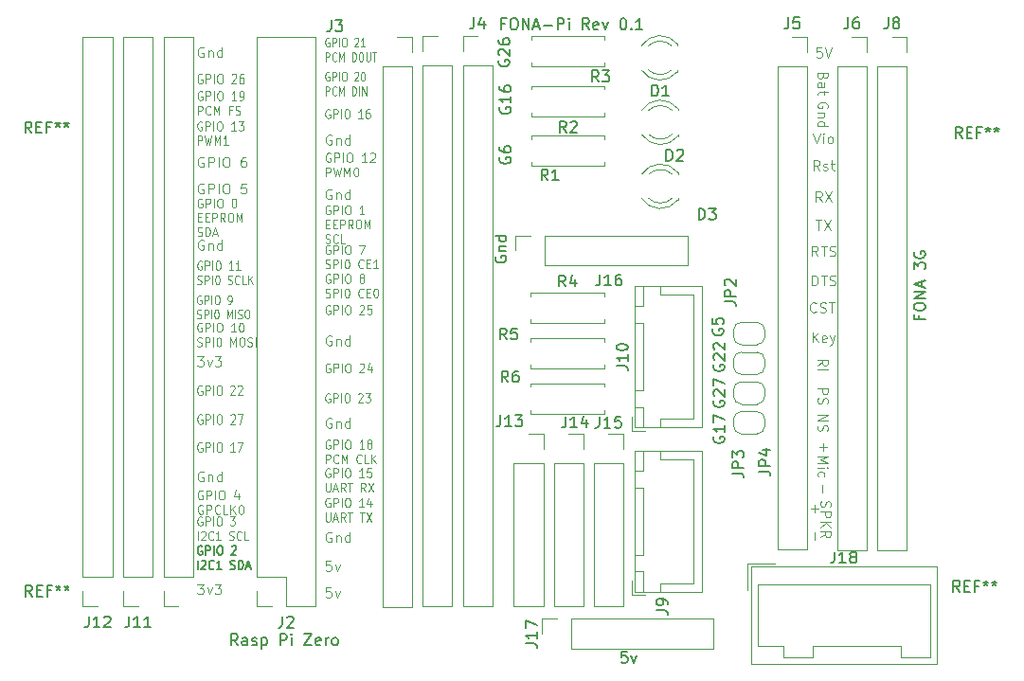
<source format=gto>
%TF.GenerationSoftware,KiCad,Pcbnew,7.0.5-0*%
%TF.CreationDate,2023-10-01T14:43:51-07:00*%
%TF.ProjectId,FONA_pi,464f4e41-5f70-4692-9e6b-696361645f70,rev?*%
%TF.SameCoordinates,Original*%
%TF.FileFunction,Legend,Top*%
%TF.FilePolarity,Positive*%
%FSLAX46Y46*%
G04 Gerber Fmt 4.6, Leading zero omitted, Abs format (unit mm)*
G04 Created by KiCad (PCBNEW 7.0.5-0) date 2023-10-01 14:43:51*
%MOMM*%
%LPD*%
G01*
G04 APERTURE LIST*
%ADD10C,0.088900*%
%ADD11C,0.121920*%
%ADD12C,0.150000*%
%ADD13C,0.101600*%
%ADD14C,0.114300*%
%ADD15C,0.127000*%
%ADD16C,0.120000*%
G04 APERTURE END LIST*
D10*
X95131895Y-82734099D02*
X95071419Y-82695999D01*
X95071419Y-82695999D02*
X94980705Y-82695999D01*
X94980705Y-82695999D02*
X94889990Y-82734099D01*
X94889990Y-82734099D02*
X94829514Y-82810299D01*
X94829514Y-82810299D02*
X94799276Y-82886499D01*
X94799276Y-82886499D02*
X94769038Y-83038899D01*
X94769038Y-83038899D02*
X94769038Y-83153199D01*
X94769038Y-83153199D02*
X94799276Y-83305599D01*
X94799276Y-83305599D02*
X94829514Y-83381799D01*
X94829514Y-83381799D02*
X94889990Y-83457999D01*
X94889990Y-83457999D02*
X94980705Y-83496099D01*
X94980705Y-83496099D02*
X95041181Y-83496099D01*
X95041181Y-83496099D02*
X95131895Y-83457999D01*
X95131895Y-83457999D02*
X95162133Y-83419899D01*
X95162133Y-83419899D02*
X95162133Y-83153199D01*
X95162133Y-83153199D02*
X95041181Y-83153199D01*
X95434276Y-83496099D02*
X95434276Y-82695999D01*
X95434276Y-82695999D02*
X95676181Y-82695999D01*
X95676181Y-82695999D02*
X95736657Y-82734099D01*
X95736657Y-82734099D02*
X95766895Y-82772199D01*
X95766895Y-82772199D02*
X95797133Y-82848399D01*
X95797133Y-82848399D02*
X95797133Y-82962699D01*
X95797133Y-82962699D02*
X95766895Y-83038899D01*
X95766895Y-83038899D02*
X95736657Y-83076999D01*
X95736657Y-83076999D02*
X95676181Y-83115099D01*
X95676181Y-83115099D02*
X95434276Y-83115099D01*
X96069276Y-83496099D02*
X96069276Y-82695999D01*
X96492609Y-82695999D02*
X96613562Y-82695999D01*
X96613562Y-82695999D02*
X96674038Y-82734099D01*
X96674038Y-82734099D02*
X96734514Y-82810299D01*
X96734514Y-82810299D02*
X96764752Y-82962699D01*
X96764752Y-82962699D02*
X96764752Y-83229399D01*
X96764752Y-83229399D02*
X96734514Y-83381799D01*
X96734514Y-83381799D02*
X96674038Y-83457999D01*
X96674038Y-83457999D02*
X96613562Y-83496099D01*
X96613562Y-83496099D02*
X96492609Y-83496099D01*
X96492609Y-83496099D02*
X96432133Y-83457999D01*
X96432133Y-83457999D02*
X96371657Y-83381799D01*
X96371657Y-83381799D02*
X96341419Y-83229399D01*
X96341419Y-83229399D02*
X96341419Y-82962699D01*
X96341419Y-82962699D02*
X96371657Y-82810299D01*
X96371657Y-82810299D02*
X96432133Y-82734099D01*
X96432133Y-82734099D02*
X96492609Y-82695999D01*
X97550943Y-83496099D02*
X97671895Y-83496099D01*
X97671895Y-83496099D02*
X97732372Y-83457999D01*
X97732372Y-83457999D02*
X97762610Y-83419899D01*
X97762610Y-83419899D02*
X97823086Y-83305599D01*
X97823086Y-83305599D02*
X97853324Y-83153199D01*
X97853324Y-83153199D02*
X97853324Y-82848399D01*
X97853324Y-82848399D02*
X97823086Y-82772199D01*
X97823086Y-82772199D02*
X97792848Y-82734099D01*
X97792848Y-82734099D02*
X97732372Y-82695999D01*
X97732372Y-82695999D02*
X97611419Y-82695999D01*
X97611419Y-82695999D02*
X97550943Y-82734099D01*
X97550943Y-82734099D02*
X97520705Y-82772199D01*
X97520705Y-82772199D02*
X97490467Y-82848399D01*
X97490467Y-82848399D02*
X97490467Y-83038899D01*
X97490467Y-83038899D02*
X97520705Y-83115099D01*
X97520705Y-83115099D02*
X97550943Y-83153199D01*
X97550943Y-83153199D02*
X97611419Y-83191299D01*
X97611419Y-83191299D02*
X97732372Y-83191299D01*
X97732372Y-83191299D02*
X97792848Y-83153199D01*
X97792848Y-83153199D02*
X97823086Y-83115099D01*
X97823086Y-83115099D02*
X97853324Y-83038899D01*
X94769038Y-84746160D02*
X94859752Y-84784260D01*
X94859752Y-84784260D02*
X95010943Y-84784260D01*
X95010943Y-84784260D02*
X95071419Y-84746160D01*
X95071419Y-84746160D02*
X95101657Y-84708060D01*
X95101657Y-84708060D02*
X95131895Y-84631860D01*
X95131895Y-84631860D02*
X95131895Y-84555660D01*
X95131895Y-84555660D02*
X95101657Y-84479460D01*
X95101657Y-84479460D02*
X95071419Y-84441360D01*
X95071419Y-84441360D02*
X95010943Y-84403260D01*
X95010943Y-84403260D02*
X94889990Y-84365160D01*
X94889990Y-84365160D02*
X94829514Y-84327060D01*
X94829514Y-84327060D02*
X94799276Y-84288960D01*
X94799276Y-84288960D02*
X94769038Y-84212760D01*
X94769038Y-84212760D02*
X94769038Y-84136560D01*
X94769038Y-84136560D02*
X94799276Y-84060360D01*
X94799276Y-84060360D02*
X94829514Y-84022260D01*
X94829514Y-84022260D02*
X94889990Y-83984160D01*
X94889990Y-83984160D02*
X95041181Y-83984160D01*
X95041181Y-83984160D02*
X95131895Y-84022260D01*
X95404038Y-84784260D02*
X95404038Y-83984160D01*
X95404038Y-83984160D02*
X95645943Y-83984160D01*
X95645943Y-83984160D02*
X95706419Y-84022260D01*
X95706419Y-84022260D02*
X95736657Y-84060360D01*
X95736657Y-84060360D02*
X95766895Y-84136560D01*
X95766895Y-84136560D02*
X95766895Y-84250860D01*
X95766895Y-84250860D02*
X95736657Y-84327060D01*
X95736657Y-84327060D02*
X95706419Y-84365160D01*
X95706419Y-84365160D02*
X95645943Y-84403260D01*
X95645943Y-84403260D02*
X95404038Y-84403260D01*
X96039038Y-84784260D02*
X96039038Y-83984160D01*
X96462371Y-83984160D02*
X96522848Y-83984160D01*
X96522848Y-83984160D02*
X96583324Y-84022260D01*
X96583324Y-84022260D02*
X96613562Y-84060360D01*
X96613562Y-84060360D02*
X96643800Y-84136560D01*
X96643800Y-84136560D02*
X96674038Y-84288960D01*
X96674038Y-84288960D02*
X96674038Y-84479460D01*
X96674038Y-84479460D02*
X96643800Y-84631860D01*
X96643800Y-84631860D02*
X96613562Y-84708060D01*
X96613562Y-84708060D02*
X96583324Y-84746160D01*
X96583324Y-84746160D02*
X96522848Y-84784260D01*
X96522848Y-84784260D02*
X96462371Y-84784260D01*
X96462371Y-84784260D02*
X96401895Y-84746160D01*
X96401895Y-84746160D02*
X96371657Y-84708060D01*
X96371657Y-84708060D02*
X96341419Y-84631860D01*
X96341419Y-84631860D02*
X96311181Y-84479460D01*
X96311181Y-84479460D02*
X96311181Y-84288960D01*
X96311181Y-84288960D02*
X96341419Y-84136560D01*
X96341419Y-84136560D02*
X96371657Y-84060360D01*
X96371657Y-84060360D02*
X96401895Y-84022260D01*
X96401895Y-84022260D02*
X96462371Y-83984160D01*
X97429991Y-84784260D02*
X97429991Y-83984160D01*
X97429991Y-83984160D02*
X97641658Y-84555660D01*
X97641658Y-84555660D02*
X97853324Y-83984160D01*
X97853324Y-83984160D02*
X97853324Y-84784260D01*
X98155705Y-84784260D02*
X98155705Y-83984160D01*
X98427848Y-84746160D02*
X98518562Y-84784260D01*
X98518562Y-84784260D02*
X98669753Y-84784260D01*
X98669753Y-84784260D02*
X98730229Y-84746160D01*
X98730229Y-84746160D02*
X98760467Y-84708060D01*
X98760467Y-84708060D02*
X98790705Y-84631860D01*
X98790705Y-84631860D02*
X98790705Y-84555660D01*
X98790705Y-84555660D02*
X98760467Y-84479460D01*
X98760467Y-84479460D02*
X98730229Y-84441360D01*
X98730229Y-84441360D02*
X98669753Y-84403260D01*
X98669753Y-84403260D02*
X98548800Y-84365160D01*
X98548800Y-84365160D02*
X98488324Y-84327060D01*
X98488324Y-84327060D02*
X98458086Y-84288960D01*
X98458086Y-84288960D02*
X98427848Y-84212760D01*
X98427848Y-84212760D02*
X98427848Y-84136560D01*
X98427848Y-84136560D02*
X98458086Y-84060360D01*
X98458086Y-84060360D02*
X98488324Y-84022260D01*
X98488324Y-84022260D02*
X98548800Y-83984160D01*
X98548800Y-83984160D02*
X98699991Y-83984160D01*
X98699991Y-83984160D02*
X98790705Y-84022260D01*
X99183800Y-83984160D02*
X99304753Y-83984160D01*
X99304753Y-83984160D02*
X99365229Y-84022260D01*
X99365229Y-84022260D02*
X99425705Y-84098460D01*
X99425705Y-84098460D02*
X99455943Y-84250860D01*
X99455943Y-84250860D02*
X99455943Y-84517560D01*
X99455943Y-84517560D02*
X99425705Y-84669960D01*
X99425705Y-84669960D02*
X99365229Y-84746160D01*
X99365229Y-84746160D02*
X99304753Y-84784260D01*
X99304753Y-84784260D02*
X99183800Y-84784260D01*
X99183800Y-84784260D02*
X99123324Y-84746160D01*
X99123324Y-84746160D02*
X99062848Y-84669960D01*
X99062848Y-84669960D02*
X99032610Y-84517560D01*
X99032610Y-84517560D02*
X99032610Y-84250860D01*
X99032610Y-84250860D02*
X99062848Y-84098460D01*
X99062848Y-84098460D02*
X99123324Y-84022260D01*
X99123324Y-84022260D02*
X99183800Y-83984160D01*
D11*
X150257589Y-79198079D02*
X149959562Y-78772326D01*
X149746686Y-79198079D02*
X149746686Y-78303999D01*
X149746686Y-78303999D02*
X150087288Y-78303999D01*
X150087288Y-78303999D02*
X150172438Y-78346574D01*
X150172438Y-78346574D02*
X150215013Y-78389149D01*
X150215013Y-78389149D02*
X150257589Y-78474300D01*
X150257589Y-78474300D02*
X150257589Y-78602025D01*
X150257589Y-78602025D02*
X150215013Y-78687176D01*
X150215013Y-78687176D02*
X150172438Y-78729751D01*
X150172438Y-78729751D02*
X150087288Y-78772326D01*
X150087288Y-78772326D02*
X149746686Y-78772326D01*
X150513040Y-78303999D02*
X151023943Y-78303999D01*
X150768491Y-79198079D02*
X150768491Y-78303999D01*
X151279394Y-79155504D02*
X151407120Y-79198079D01*
X151407120Y-79198079D02*
X151619996Y-79198079D01*
X151619996Y-79198079D02*
X151705147Y-79155504D01*
X151705147Y-79155504D02*
X151747722Y-79112928D01*
X151747722Y-79112928D02*
X151790297Y-79027778D01*
X151790297Y-79027778D02*
X151790297Y-78942627D01*
X151790297Y-78942627D02*
X151747722Y-78857477D01*
X151747722Y-78857477D02*
X151705147Y-78814902D01*
X151705147Y-78814902D02*
X151619996Y-78772326D01*
X151619996Y-78772326D02*
X151449695Y-78729751D01*
X151449695Y-78729751D02*
X151364545Y-78687176D01*
X151364545Y-78687176D02*
X151321970Y-78644601D01*
X151321970Y-78644601D02*
X151279394Y-78559450D01*
X151279394Y-78559450D02*
X151279394Y-78474300D01*
X151279394Y-78474300D02*
X151321970Y-78389149D01*
X151321970Y-78389149D02*
X151364545Y-78346574D01*
X151364545Y-78346574D02*
X151449695Y-78303999D01*
X151449695Y-78303999D02*
X151662572Y-78303999D01*
X151662572Y-78303999D02*
X151790297Y-78346574D01*
X95351013Y-60541174D02*
X95265863Y-60498599D01*
X95265863Y-60498599D02*
X95138137Y-60498599D01*
X95138137Y-60498599D02*
X95010411Y-60541174D01*
X95010411Y-60541174D02*
X94925261Y-60626324D01*
X94925261Y-60626324D02*
X94882686Y-60711475D01*
X94882686Y-60711475D02*
X94840110Y-60881776D01*
X94840110Y-60881776D02*
X94840110Y-61009502D01*
X94840110Y-61009502D02*
X94882686Y-61179803D01*
X94882686Y-61179803D02*
X94925261Y-61264953D01*
X94925261Y-61264953D02*
X95010411Y-61350104D01*
X95010411Y-61350104D02*
X95138137Y-61392679D01*
X95138137Y-61392679D02*
X95223288Y-61392679D01*
X95223288Y-61392679D02*
X95351013Y-61350104D01*
X95351013Y-61350104D02*
X95393589Y-61307528D01*
X95393589Y-61307528D02*
X95393589Y-61009502D01*
X95393589Y-61009502D02*
X95223288Y-61009502D01*
X95776766Y-60796625D02*
X95776766Y-61392679D01*
X95776766Y-60881776D02*
X95819341Y-60839201D01*
X95819341Y-60839201D02*
X95904491Y-60796625D01*
X95904491Y-60796625D02*
X96032217Y-60796625D01*
X96032217Y-60796625D02*
X96117368Y-60839201D01*
X96117368Y-60839201D02*
X96159943Y-60924351D01*
X96159943Y-60924351D02*
X96159943Y-61392679D01*
X96968873Y-61392679D02*
X96968873Y-60498599D01*
X96968873Y-61350104D02*
X96883722Y-61392679D01*
X96883722Y-61392679D02*
X96713421Y-61392679D01*
X96713421Y-61392679D02*
X96628271Y-61350104D01*
X96628271Y-61350104D02*
X96585696Y-61307528D01*
X96585696Y-61307528D02*
X96543120Y-61222378D01*
X96543120Y-61222378D02*
X96543120Y-60966926D01*
X96543120Y-60966926D02*
X96585696Y-60881776D01*
X96585696Y-60881776D02*
X96628271Y-60839201D01*
X96628271Y-60839201D02*
X96713421Y-60796625D01*
X96713421Y-60796625D02*
X96883722Y-60796625D01*
X96883722Y-60796625D02*
X96968873Y-60839201D01*
X150246303Y-91008684D02*
X151140383Y-91008684D01*
X151140383Y-91008684D02*
X151140383Y-91349286D01*
X151140383Y-91349286D02*
X151097808Y-91434436D01*
X151097808Y-91434436D02*
X151055233Y-91477011D01*
X151055233Y-91477011D02*
X150970082Y-91519587D01*
X150970082Y-91519587D02*
X150842357Y-91519587D01*
X150842357Y-91519587D02*
X150757206Y-91477011D01*
X150757206Y-91477011D02*
X150714631Y-91434436D01*
X150714631Y-91434436D02*
X150672056Y-91349286D01*
X150672056Y-91349286D02*
X150672056Y-91008684D01*
X150288879Y-91860188D02*
X150246303Y-91987914D01*
X150246303Y-91987914D02*
X150246303Y-92200790D01*
X150246303Y-92200790D02*
X150288879Y-92285941D01*
X150288879Y-92285941D02*
X150331454Y-92328516D01*
X150331454Y-92328516D02*
X150416604Y-92371091D01*
X150416604Y-92371091D02*
X150501755Y-92371091D01*
X150501755Y-92371091D02*
X150586905Y-92328516D01*
X150586905Y-92328516D02*
X150629480Y-92285941D01*
X150629480Y-92285941D02*
X150672056Y-92200790D01*
X150672056Y-92200790D02*
X150714631Y-92030489D01*
X150714631Y-92030489D02*
X150757206Y-91945339D01*
X150757206Y-91945339D02*
X150799781Y-91902764D01*
X150799781Y-91902764D02*
X150884932Y-91860188D01*
X150884932Y-91860188D02*
X150970082Y-91860188D01*
X150970082Y-91860188D02*
X151055233Y-91902764D01*
X151055233Y-91902764D02*
X151097808Y-91945339D01*
X151097808Y-91945339D02*
X151140383Y-92030489D01*
X151140383Y-92030489D02*
X151140383Y-92243366D01*
X151140383Y-92243366D02*
X151097808Y-92371091D01*
X106738438Y-108809399D02*
X106312686Y-108809399D01*
X106312686Y-108809399D02*
X106270110Y-109235151D01*
X106270110Y-109235151D02*
X106312686Y-109192576D01*
X106312686Y-109192576D02*
X106397836Y-109150001D01*
X106397836Y-109150001D02*
X106610712Y-109150001D01*
X106610712Y-109150001D02*
X106695863Y-109192576D01*
X106695863Y-109192576D02*
X106738438Y-109235151D01*
X106738438Y-109235151D02*
X106781013Y-109320302D01*
X106781013Y-109320302D02*
X106781013Y-109533178D01*
X106781013Y-109533178D02*
X106738438Y-109618328D01*
X106738438Y-109618328D02*
X106695863Y-109660904D01*
X106695863Y-109660904D02*
X106610712Y-109703479D01*
X106610712Y-109703479D02*
X106397836Y-109703479D01*
X106397836Y-109703479D02*
X106312686Y-109660904D01*
X106312686Y-109660904D02*
X106270110Y-109618328D01*
X107079040Y-109107425D02*
X107291916Y-109703479D01*
X107291916Y-109703479D02*
X107504793Y-109107425D01*
D12*
X140967438Y-88912671D02*
X140919819Y-89007909D01*
X140919819Y-89007909D02*
X140919819Y-89150766D01*
X140919819Y-89150766D02*
X140967438Y-89293623D01*
X140967438Y-89293623D02*
X141062676Y-89388861D01*
X141062676Y-89388861D02*
X141157914Y-89436480D01*
X141157914Y-89436480D02*
X141348390Y-89484099D01*
X141348390Y-89484099D02*
X141491247Y-89484099D01*
X141491247Y-89484099D02*
X141681723Y-89436480D01*
X141681723Y-89436480D02*
X141776961Y-89388861D01*
X141776961Y-89388861D02*
X141872200Y-89293623D01*
X141872200Y-89293623D02*
X141919819Y-89150766D01*
X141919819Y-89150766D02*
X141919819Y-89055528D01*
X141919819Y-89055528D02*
X141872200Y-88912671D01*
X141872200Y-88912671D02*
X141824580Y-88865052D01*
X141824580Y-88865052D02*
X141491247Y-88865052D01*
X141491247Y-88865052D02*
X141491247Y-89055528D01*
X141015057Y-88484099D02*
X140967438Y-88436480D01*
X140967438Y-88436480D02*
X140919819Y-88341242D01*
X140919819Y-88341242D02*
X140919819Y-88103147D01*
X140919819Y-88103147D02*
X140967438Y-88007909D01*
X140967438Y-88007909D02*
X141015057Y-87960290D01*
X141015057Y-87960290D02*
X141110295Y-87912671D01*
X141110295Y-87912671D02*
X141205533Y-87912671D01*
X141205533Y-87912671D02*
X141348390Y-87960290D01*
X141348390Y-87960290D02*
X141919819Y-88531718D01*
X141919819Y-88531718D02*
X141919819Y-87912671D01*
X141015057Y-87531718D02*
X140967438Y-87484099D01*
X140967438Y-87484099D02*
X140919819Y-87388861D01*
X140919819Y-87388861D02*
X140919819Y-87150766D01*
X140919819Y-87150766D02*
X140967438Y-87055528D01*
X140967438Y-87055528D02*
X141015057Y-87007909D01*
X141015057Y-87007909D02*
X141110295Y-86960290D01*
X141110295Y-86960290D02*
X141205533Y-86960290D01*
X141205533Y-86960290D02*
X141348390Y-87007909D01*
X141348390Y-87007909D02*
X141919819Y-87579337D01*
X141919819Y-87579337D02*
X141919819Y-86960290D01*
D11*
X150246303Y-93400396D02*
X151140383Y-93400396D01*
X151140383Y-93400396D02*
X150246303Y-93911299D01*
X150246303Y-93911299D02*
X151140383Y-93911299D01*
X150288879Y-94294475D02*
X150246303Y-94422201D01*
X150246303Y-94422201D02*
X150246303Y-94635077D01*
X150246303Y-94635077D02*
X150288879Y-94720228D01*
X150288879Y-94720228D02*
X150331454Y-94762803D01*
X150331454Y-94762803D02*
X150416604Y-94805378D01*
X150416604Y-94805378D02*
X150501755Y-94805378D01*
X150501755Y-94805378D02*
X150586905Y-94762803D01*
X150586905Y-94762803D02*
X150629480Y-94720228D01*
X150629480Y-94720228D02*
X150672056Y-94635077D01*
X150672056Y-94635077D02*
X150714631Y-94464776D01*
X150714631Y-94464776D02*
X150757206Y-94379626D01*
X150757206Y-94379626D02*
X150799781Y-94337051D01*
X150799781Y-94337051D02*
X150884932Y-94294475D01*
X150884932Y-94294475D02*
X150970082Y-94294475D01*
X150970082Y-94294475D02*
X151055233Y-94337051D01*
X151055233Y-94337051D02*
X151097808Y-94379626D01*
X151097808Y-94379626D02*
X151140383Y-94464776D01*
X151140383Y-94464776D02*
X151140383Y-94677653D01*
X151140383Y-94677653D02*
X151097808Y-94805378D01*
X95192324Y-95847174D02*
X95127010Y-95804599D01*
X95127010Y-95804599D02*
X95029038Y-95804599D01*
X95029038Y-95804599D02*
X94931067Y-95847174D01*
X94931067Y-95847174D02*
X94865752Y-95932324D01*
X94865752Y-95932324D02*
X94833095Y-96017475D01*
X94833095Y-96017475D02*
X94800438Y-96187776D01*
X94800438Y-96187776D02*
X94800438Y-96315502D01*
X94800438Y-96315502D02*
X94833095Y-96485803D01*
X94833095Y-96485803D02*
X94865752Y-96570953D01*
X94865752Y-96570953D02*
X94931067Y-96656104D01*
X94931067Y-96656104D02*
X95029038Y-96698679D01*
X95029038Y-96698679D02*
X95094352Y-96698679D01*
X95094352Y-96698679D02*
X95192324Y-96656104D01*
X95192324Y-96656104D02*
X95224981Y-96613528D01*
X95224981Y-96613528D02*
X95224981Y-96315502D01*
X95224981Y-96315502D02*
X95094352Y-96315502D01*
X95518895Y-96698679D02*
X95518895Y-95804599D01*
X95518895Y-95804599D02*
X95780152Y-95804599D01*
X95780152Y-95804599D02*
X95845467Y-95847174D01*
X95845467Y-95847174D02*
X95878124Y-95889749D01*
X95878124Y-95889749D02*
X95910781Y-95974900D01*
X95910781Y-95974900D02*
X95910781Y-96102625D01*
X95910781Y-96102625D02*
X95878124Y-96187776D01*
X95878124Y-96187776D02*
X95845467Y-96230351D01*
X95845467Y-96230351D02*
X95780152Y-96272926D01*
X95780152Y-96272926D02*
X95518895Y-96272926D01*
X96204695Y-96698679D02*
X96204695Y-95804599D01*
X96661895Y-95804599D02*
X96792523Y-95804599D01*
X96792523Y-95804599D02*
X96857838Y-95847174D01*
X96857838Y-95847174D02*
X96923152Y-95932324D01*
X96923152Y-95932324D02*
X96955809Y-96102625D01*
X96955809Y-96102625D02*
X96955809Y-96400652D01*
X96955809Y-96400652D02*
X96923152Y-96570953D01*
X96923152Y-96570953D02*
X96857838Y-96656104D01*
X96857838Y-96656104D02*
X96792523Y-96698679D01*
X96792523Y-96698679D02*
X96661895Y-96698679D01*
X96661895Y-96698679D02*
X96596581Y-96656104D01*
X96596581Y-96656104D02*
X96531266Y-96570953D01*
X96531266Y-96570953D02*
X96498609Y-96400652D01*
X96498609Y-96400652D02*
X96498609Y-96102625D01*
X96498609Y-96102625D02*
X96531266Y-95932324D01*
X96531266Y-95932324D02*
X96596581Y-95847174D01*
X96596581Y-95847174D02*
X96661895Y-95804599D01*
X98131466Y-96698679D02*
X97739580Y-96698679D01*
X97935523Y-96698679D02*
X97935523Y-95804599D01*
X97935523Y-95804599D02*
X97870209Y-95932324D01*
X97870209Y-95932324D02*
X97804894Y-96017475D01*
X97804894Y-96017475D02*
X97739580Y-96060050D01*
X98360066Y-95804599D02*
X98817266Y-95804599D01*
X98817266Y-95804599D02*
X98523352Y-96698679D01*
X106564267Y-62767982D02*
X106506210Y-62729882D01*
X106506210Y-62729882D02*
X106419124Y-62729882D01*
X106419124Y-62729882D02*
X106332038Y-62767982D01*
X106332038Y-62767982D02*
X106273981Y-62844182D01*
X106273981Y-62844182D02*
X106244952Y-62920382D01*
X106244952Y-62920382D02*
X106215924Y-63072782D01*
X106215924Y-63072782D02*
X106215924Y-63187082D01*
X106215924Y-63187082D02*
X106244952Y-63339482D01*
X106244952Y-63339482D02*
X106273981Y-63415682D01*
X106273981Y-63415682D02*
X106332038Y-63491882D01*
X106332038Y-63491882D02*
X106419124Y-63529982D01*
X106419124Y-63529982D02*
X106477181Y-63529982D01*
X106477181Y-63529982D02*
X106564267Y-63491882D01*
X106564267Y-63491882D02*
X106593295Y-63453782D01*
X106593295Y-63453782D02*
X106593295Y-63187082D01*
X106593295Y-63187082D02*
X106477181Y-63187082D01*
X106854552Y-63529982D02*
X106854552Y-62729882D01*
X106854552Y-62729882D02*
X107086781Y-62729882D01*
X107086781Y-62729882D02*
X107144838Y-62767982D01*
X107144838Y-62767982D02*
X107173867Y-62806082D01*
X107173867Y-62806082D02*
X107202895Y-62882282D01*
X107202895Y-62882282D02*
X107202895Y-62996582D01*
X107202895Y-62996582D02*
X107173867Y-63072782D01*
X107173867Y-63072782D02*
X107144838Y-63110882D01*
X107144838Y-63110882D02*
X107086781Y-63148982D01*
X107086781Y-63148982D02*
X106854552Y-63148982D01*
X107464152Y-63529982D02*
X107464152Y-62729882D01*
X107870553Y-62729882D02*
X107986667Y-62729882D01*
X107986667Y-62729882D02*
X108044724Y-62767982D01*
X108044724Y-62767982D02*
X108102781Y-62844182D01*
X108102781Y-62844182D02*
X108131810Y-62996582D01*
X108131810Y-62996582D02*
X108131810Y-63263282D01*
X108131810Y-63263282D02*
X108102781Y-63415682D01*
X108102781Y-63415682D02*
X108044724Y-63491882D01*
X108044724Y-63491882D02*
X107986667Y-63529982D01*
X107986667Y-63529982D02*
X107870553Y-63529982D01*
X107870553Y-63529982D02*
X107812496Y-63491882D01*
X107812496Y-63491882D02*
X107754438Y-63415682D01*
X107754438Y-63415682D02*
X107725410Y-63263282D01*
X107725410Y-63263282D02*
X107725410Y-62996582D01*
X107725410Y-62996582D02*
X107754438Y-62844182D01*
X107754438Y-62844182D02*
X107812496Y-62767982D01*
X107812496Y-62767982D02*
X107870553Y-62729882D01*
X108828496Y-62806082D02*
X108857524Y-62767982D01*
X108857524Y-62767982D02*
X108915582Y-62729882D01*
X108915582Y-62729882D02*
X109060724Y-62729882D01*
X109060724Y-62729882D02*
X109118782Y-62767982D01*
X109118782Y-62767982D02*
X109147810Y-62806082D01*
X109147810Y-62806082D02*
X109176839Y-62882282D01*
X109176839Y-62882282D02*
X109176839Y-62958482D01*
X109176839Y-62958482D02*
X109147810Y-63072782D01*
X109147810Y-63072782D02*
X108799467Y-63529982D01*
X108799467Y-63529982D02*
X109176839Y-63529982D01*
X109554210Y-62729882D02*
X109612267Y-62729882D01*
X109612267Y-62729882D02*
X109670324Y-62767982D01*
X109670324Y-62767982D02*
X109699353Y-62806082D01*
X109699353Y-62806082D02*
X109728381Y-62882282D01*
X109728381Y-62882282D02*
X109757410Y-63034682D01*
X109757410Y-63034682D02*
X109757410Y-63225182D01*
X109757410Y-63225182D02*
X109728381Y-63377582D01*
X109728381Y-63377582D02*
X109699353Y-63453782D01*
X109699353Y-63453782D02*
X109670324Y-63491882D01*
X109670324Y-63491882D02*
X109612267Y-63529982D01*
X109612267Y-63529982D02*
X109554210Y-63529982D01*
X109554210Y-63529982D02*
X109496153Y-63491882D01*
X109496153Y-63491882D02*
X109467124Y-63453782D01*
X109467124Y-63453782D02*
X109438095Y-63377582D01*
X109438095Y-63377582D02*
X109409067Y-63225182D01*
X109409067Y-63225182D02*
X109409067Y-63034682D01*
X109409067Y-63034682D02*
X109438095Y-62882282D01*
X109438095Y-62882282D02*
X109467124Y-62806082D01*
X109467124Y-62806082D02*
X109496153Y-62767982D01*
X109496153Y-62767982D02*
X109554210Y-62729882D01*
X106244952Y-64818143D02*
X106244952Y-64018043D01*
X106244952Y-64018043D02*
X106477181Y-64018043D01*
X106477181Y-64018043D02*
X106535238Y-64056143D01*
X106535238Y-64056143D02*
X106564267Y-64094243D01*
X106564267Y-64094243D02*
X106593295Y-64170443D01*
X106593295Y-64170443D02*
X106593295Y-64284743D01*
X106593295Y-64284743D02*
X106564267Y-64360943D01*
X106564267Y-64360943D02*
X106535238Y-64399043D01*
X106535238Y-64399043D02*
X106477181Y-64437143D01*
X106477181Y-64437143D02*
X106244952Y-64437143D01*
X107202895Y-64741943D02*
X107173867Y-64780043D01*
X107173867Y-64780043D02*
X107086781Y-64818143D01*
X107086781Y-64818143D02*
X107028724Y-64818143D01*
X107028724Y-64818143D02*
X106941638Y-64780043D01*
X106941638Y-64780043D02*
X106883581Y-64703843D01*
X106883581Y-64703843D02*
X106854552Y-64627643D01*
X106854552Y-64627643D02*
X106825524Y-64475243D01*
X106825524Y-64475243D02*
X106825524Y-64360943D01*
X106825524Y-64360943D02*
X106854552Y-64208543D01*
X106854552Y-64208543D02*
X106883581Y-64132343D01*
X106883581Y-64132343D02*
X106941638Y-64056143D01*
X106941638Y-64056143D02*
X107028724Y-64018043D01*
X107028724Y-64018043D02*
X107086781Y-64018043D01*
X107086781Y-64018043D02*
X107173867Y-64056143D01*
X107173867Y-64056143D02*
X107202895Y-64094243D01*
X107464152Y-64818143D02*
X107464152Y-64018043D01*
X107464152Y-64018043D02*
X107667352Y-64589543D01*
X107667352Y-64589543D02*
X107870552Y-64018043D01*
X107870552Y-64018043D02*
X107870552Y-64818143D01*
X108625295Y-64818143D02*
X108625295Y-64018043D01*
X108625295Y-64018043D02*
X108770438Y-64018043D01*
X108770438Y-64018043D02*
X108857524Y-64056143D01*
X108857524Y-64056143D02*
X108915581Y-64132343D01*
X108915581Y-64132343D02*
X108944610Y-64208543D01*
X108944610Y-64208543D02*
X108973638Y-64360943D01*
X108973638Y-64360943D02*
X108973638Y-64475243D01*
X108973638Y-64475243D02*
X108944610Y-64627643D01*
X108944610Y-64627643D02*
X108915581Y-64703843D01*
X108915581Y-64703843D02*
X108857524Y-64780043D01*
X108857524Y-64780043D02*
X108770438Y-64818143D01*
X108770438Y-64818143D02*
X108625295Y-64818143D01*
X109234895Y-64818143D02*
X109234895Y-64018043D01*
X109525181Y-64818143D02*
X109525181Y-64018043D01*
X109525181Y-64018043D02*
X109873524Y-64818143D01*
X109873524Y-64818143D02*
X109873524Y-64018043D01*
D13*
X95159603Y-79660038D02*
X95096708Y-79621938D01*
X95096708Y-79621938D02*
X95002365Y-79621938D01*
X95002365Y-79621938D02*
X94908022Y-79660038D01*
X94908022Y-79660038D02*
X94845127Y-79736238D01*
X94845127Y-79736238D02*
X94813680Y-79812438D01*
X94813680Y-79812438D02*
X94782232Y-79964838D01*
X94782232Y-79964838D02*
X94782232Y-80079138D01*
X94782232Y-80079138D02*
X94813680Y-80231538D01*
X94813680Y-80231538D02*
X94845127Y-80307738D01*
X94845127Y-80307738D02*
X94908022Y-80383938D01*
X94908022Y-80383938D02*
X95002365Y-80422038D01*
X95002365Y-80422038D02*
X95065261Y-80422038D01*
X95065261Y-80422038D02*
X95159603Y-80383938D01*
X95159603Y-80383938D02*
X95191051Y-80345838D01*
X95191051Y-80345838D02*
X95191051Y-80079138D01*
X95191051Y-80079138D02*
X95065261Y-80079138D01*
X95474080Y-80422038D02*
X95474080Y-79621938D01*
X95474080Y-79621938D02*
X95725661Y-79621938D01*
X95725661Y-79621938D02*
X95788556Y-79660038D01*
X95788556Y-79660038D02*
X95820003Y-79698138D01*
X95820003Y-79698138D02*
X95851451Y-79774338D01*
X95851451Y-79774338D02*
X95851451Y-79888638D01*
X95851451Y-79888638D02*
X95820003Y-79964838D01*
X95820003Y-79964838D02*
X95788556Y-80002938D01*
X95788556Y-80002938D02*
X95725661Y-80041038D01*
X95725661Y-80041038D02*
X95474080Y-80041038D01*
X96134480Y-80422038D02*
X96134480Y-79621938D01*
X96574746Y-79621938D02*
X96700537Y-79621938D01*
X96700537Y-79621938D02*
X96763432Y-79660038D01*
X96763432Y-79660038D02*
X96826327Y-79736238D01*
X96826327Y-79736238D02*
X96857775Y-79888638D01*
X96857775Y-79888638D02*
X96857775Y-80155338D01*
X96857775Y-80155338D02*
X96826327Y-80307738D01*
X96826327Y-80307738D02*
X96763432Y-80383938D01*
X96763432Y-80383938D02*
X96700537Y-80422038D01*
X96700537Y-80422038D02*
X96574746Y-80422038D01*
X96574746Y-80422038D02*
X96511851Y-80383938D01*
X96511851Y-80383938D02*
X96448956Y-80307738D01*
X96448956Y-80307738D02*
X96417508Y-80155338D01*
X96417508Y-80155338D02*
X96417508Y-79888638D01*
X96417508Y-79888638D02*
X96448956Y-79736238D01*
X96448956Y-79736238D02*
X96511851Y-79660038D01*
X96511851Y-79660038D02*
X96574746Y-79621938D01*
X97989889Y-80422038D02*
X97612518Y-80422038D01*
X97801204Y-80422038D02*
X97801204Y-79621938D01*
X97801204Y-79621938D02*
X97738308Y-79736238D01*
X97738308Y-79736238D02*
X97675413Y-79812438D01*
X97675413Y-79812438D02*
X97612518Y-79850538D01*
X98618841Y-80422038D02*
X98241470Y-80422038D01*
X98430156Y-80422038D02*
X98430156Y-79621938D01*
X98430156Y-79621938D02*
X98367260Y-79736238D01*
X98367260Y-79736238D02*
X98304365Y-79812438D01*
X98304365Y-79812438D02*
X98241470Y-79850538D01*
X94782232Y-81672099D02*
X94876575Y-81710199D01*
X94876575Y-81710199D02*
X95033813Y-81710199D01*
X95033813Y-81710199D02*
X95096708Y-81672099D01*
X95096708Y-81672099D02*
X95128156Y-81633999D01*
X95128156Y-81633999D02*
X95159603Y-81557799D01*
X95159603Y-81557799D02*
X95159603Y-81481599D01*
X95159603Y-81481599D02*
X95128156Y-81405399D01*
X95128156Y-81405399D02*
X95096708Y-81367299D01*
X95096708Y-81367299D02*
X95033813Y-81329199D01*
X95033813Y-81329199D02*
X94908022Y-81291099D01*
X94908022Y-81291099D02*
X94845127Y-81252999D01*
X94845127Y-81252999D02*
X94813680Y-81214899D01*
X94813680Y-81214899D02*
X94782232Y-81138699D01*
X94782232Y-81138699D02*
X94782232Y-81062499D01*
X94782232Y-81062499D02*
X94813680Y-80986299D01*
X94813680Y-80986299D02*
X94845127Y-80948199D01*
X94845127Y-80948199D02*
X94908022Y-80910099D01*
X94908022Y-80910099D02*
X95065261Y-80910099D01*
X95065261Y-80910099D02*
X95159603Y-80948199D01*
X95442632Y-81710199D02*
X95442632Y-80910099D01*
X95442632Y-80910099D02*
X95694213Y-80910099D01*
X95694213Y-80910099D02*
X95757108Y-80948199D01*
X95757108Y-80948199D02*
X95788555Y-80986299D01*
X95788555Y-80986299D02*
X95820003Y-81062499D01*
X95820003Y-81062499D02*
X95820003Y-81176799D01*
X95820003Y-81176799D02*
X95788555Y-81252999D01*
X95788555Y-81252999D02*
X95757108Y-81291099D01*
X95757108Y-81291099D02*
X95694213Y-81329199D01*
X95694213Y-81329199D02*
X95442632Y-81329199D01*
X96103032Y-81710199D02*
X96103032Y-80910099D01*
X96543298Y-80910099D02*
X96606193Y-80910099D01*
X96606193Y-80910099D02*
X96669089Y-80948199D01*
X96669089Y-80948199D02*
X96700536Y-80986299D01*
X96700536Y-80986299D02*
X96731984Y-81062499D01*
X96731984Y-81062499D02*
X96763431Y-81214899D01*
X96763431Y-81214899D02*
X96763431Y-81405399D01*
X96763431Y-81405399D02*
X96731984Y-81557799D01*
X96731984Y-81557799D02*
X96700536Y-81633999D01*
X96700536Y-81633999D02*
X96669089Y-81672099D01*
X96669089Y-81672099D02*
X96606193Y-81710199D01*
X96606193Y-81710199D02*
X96543298Y-81710199D01*
X96543298Y-81710199D02*
X96480403Y-81672099D01*
X96480403Y-81672099D02*
X96448955Y-81633999D01*
X96448955Y-81633999D02*
X96417508Y-81557799D01*
X96417508Y-81557799D02*
X96386060Y-81405399D01*
X96386060Y-81405399D02*
X96386060Y-81214899D01*
X96386060Y-81214899D02*
X96417508Y-81062499D01*
X96417508Y-81062499D02*
X96448955Y-80986299D01*
X96448955Y-80986299D02*
X96480403Y-80948199D01*
X96480403Y-80948199D02*
X96543298Y-80910099D01*
X97518174Y-81672099D02*
X97612517Y-81710199D01*
X97612517Y-81710199D02*
X97769755Y-81710199D01*
X97769755Y-81710199D02*
X97832650Y-81672099D01*
X97832650Y-81672099D02*
X97864098Y-81633999D01*
X97864098Y-81633999D02*
X97895545Y-81557799D01*
X97895545Y-81557799D02*
X97895545Y-81481599D01*
X97895545Y-81481599D02*
X97864098Y-81405399D01*
X97864098Y-81405399D02*
X97832650Y-81367299D01*
X97832650Y-81367299D02*
X97769755Y-81329199D01*
X97769755Y-81329199D02*
X97643964Y-81291099D01*
X97643964Y-81291099D02*
X97581069Y-81252999D01*
X97581069Y-81252999D02*
X97549622Y-81214899D01*
X97549622Y-81214899D02*
X97518174Y-81138699D01*
X97518174Y-81138699D02*
X97518174Y-81062499D01*
X97518174Y-81062499D02*
X97549622Y-80986299D01*
X97549622Y-80986299D02*
X97581069Y-80948199D01*
X97581069Y-80948199D02*
X97643964Y-80910099D01*
X97643964Y-80910099D02*
X97801203Y-80910099D01*
X97801203Y-80910099D02*
X97895545Y-80948199D01*
X98555945Y-81633999D02*
X98524497Y-81672099D01*
X98524497Y-81672099D02*
X98430155Y-81710199D01*
X98430155Y-81710199D02*
X98367259Y-81710199D01*
X98367259Y-81710199D02*
X98272916Y-81672099D01*
X98272916Y-81672099D02*
X98210021Y-81595899D01*
X98210021Y-81595899D02*
X98178574Y-81519699D01*
X98178574Y-81519699D02*
X98147126Y-81367299D01*
X98147126Y-81367299D02*
X98147126Y-81252999D01*
X98147126Y-81252999D02*
X98178574Y-81100599D01*
X98178574Y-81100599D02*
X98210021Y-81024399D01*
X98210021Y-81024399D02*
X98272916Y-80948199D01*
X98272916Y-80948199D02*
X98367259Y-80910099D01*
X98367259Y-80910099D02*
X98430155Y-80910099D01*
X98430155Y-80910099D02*
X98524497Y-80948199D01*
X98524497Y-80948199D02*
X98555945Y-80986299D01*
X99153450Y-81710199D02*
X98838974Y-81710199D01*
X98838974Y-81710199D02*
X98838974Y-80910099D01*
X99373584Y-81710199D02*
X99373584Y-80910099D01*
X99750955Y-81710199D02*
X99467926Y-81252999D01*
X99750955Y-80910099D02*
X99373584Y-81367299D01*
D10*
X95189952Y-67189299D02*
X95122219Y-67151199D01*
X95122219Y-67151199D02*
X95020619Y-67151199D01*
X95020619Y-67151199D02*
X94919019Y-67189299D01*
X94919019Y-67189299D02*
X94851286Y-67265499D01*
X94851286Y-67265499D02*
X94817419Y-67341699D01*
X94817419Y-67341699D02*
X94783552Y-67494099D01*
X94783552Y-67494099D02*
X94783552Y-67608399D01*
X94783552Y-67608399D02*
X94817419Y-67760799D01*
X94817419Y-67760799D02*
X94851286Y-67836999D01*
X94851286Y-67836999D02*
X94919019Y-67913199D01*
X94919019Y-67913199D02*
X95020619Y-67951299D01*
X95020619Y-67951299D02*
X95088352Y-67951299D01*
X95088352Y-67951299D02*
X95189952Y-67913199D01*
X95189952Y-67913199D02*
X95223819Y-67875099D01*
X95223819Y-67875099D02*
X95223819Y-67608399D01*
X95223819Y-67608399D02*
X95088352Y-67608399D01*
X95528619Y-67951299D02*
X95528619Y-67151199D01*
X95528619Y-67151199D02*
X95799552Y-67151199D01*
X95799552Y-67151199D02*
X95867286Y-67189299D01*
X95867286Y-67189299D02*
X95901152Y-67227399D01*
X95901152Y-67227399D02*
X95935019Y-67303599D01*
X95935019Y-67303599D02*
X95935019Y-67417899D01*
X95935019Y-67417899D02*
X95901152Y-67494099D01*
X95901152Y-67494099D02*
X95867286Y-67532199D01*
X95867286Y-67532199D02*
X95799552Y-67570299D01*
X95799552Y-67570299D02*
X95528619Y-67570299D01*
X96239819Y-67951299D02*
X96239819Y-67151199D01*
X96713953Y-67151199D02*
X96849419Y-67151199D01*
X96849419Y-67151199D02*
X96917153Y-67189299D01*
X96917153Y-67189299D02*
X96984886Y-67265499D01*
X96984886Y-67265499D02*
X97018753Y-67417899D01*
X97018753Y-67417899D02*
X97018753Y-67684599D01*
X97018753Y-67684599D02*
X96984886Y-67836999D01*
X96984886Y-67836999D02*
X96917153Y-67913199D01*
X96917153Y-67913199D02*
X96849419Y-67951299D01*
X96849419Y-67951299D02*
X96713953Y-67951299D01*
X96713953Y-67951299D02*
X96646219Y-67913199D01*
X96646219Y-67913199D02*
X96578486Y-67836999D01*
X96578486Y-67836999D02*
X96544619Y-67684599D01*
X96544619Y-67684599D02*
X96544619Y-67417899D01*
X96544619Y-67417899D02*
X96578486Y-67265499D01*
X96578486Y-67265499D02*
X96646219Y-67189299D01*
X96646219Y-67189299D02*
X96713953Y-67151199D01*
X98237953Y-67951299D02*
X97831553Y-67951299D01*
X98034753Y-67951299D02*
X98034753Y-67151199D01*
X98034753Y-67151199D02*
X97967020Y-67265499D01*
X97967020Y-67265499D02*
X97899287Y-67341699D01*
X97899287Y-67341699D02*
X97831553Y-67379799D01*
X98475020Y-67151199D02*
X98915286Y-67151199D01*
X98915286Y-67151199D02*
X98678220Y-67455999D01*
X98678220Y-67455999D02*
X98779820Y-67455999D01*
X98779820Y-67455999D02*
X98847553Y-67494099D01*
X98847553Y-67494099D02*
X98881420Y-67532199D01*
X98881420Y-67532199D02*
X98915286Y-67608399D01*
X98915286Y-67608399D02*
X98915286Y-67798899D01*
X98915286Y-67798899D02*
X98881420Y-67875099D01*
X98881420Y-67875099D02*
X98847553Y-67913199D01*
X98847553Y-67913199D02*
X98779820Y-67951299D01*
X98779820Y-67951299D02*
X98576620Y-67951299D01*
X98576620Y-67951299D02*
X98508886Y-67913199D01*
X98508886Y-67913199D02*
X98475020Y-67875099D01*
X94817419Y-69239460D02*
X94817419Y-68439360D01*
X94817419Y-68439360D02*
X95088352Y-68439360D01*
X95088352Y-68439360D02*
X95156086Y-68477460D01*
X95156086Y-68477460D02*
X95189952Y-68515560D01*
X95189952Y-68515560D02*
X95223819Y-68591760D01*
X95223819Y-68591760D02*
X95223819Y-68706060D01*
X95223819Y-68706060D02*
X95189952Y-68782260D01*
X95189952Y-68782260D02*
X95156086Y-68820360D01*
X95156086Y-68820360D02*
X95088352Y-68858460D01*
X95088352Y-68858460D02*
X94817419Y-68858460D01*
X95460886Y-68439360D02*
X95630219Y-69239460D01*
X95630219Y-69239460D02*
X95765686Y-68667960D01*
X95765686Y-68667960D02*
X95901152Y-69239460D01*
X95901152Y-69239460D02*
X96070486Y-68439360D01*
X96341419Y-69239460D02*
X96341419Y-68439360D01*
X96341419Y-68439360D02*
X96578486Y-69010860D01*
X96578486Y-69010860D02*
X96815552Y-68439360D01*
X96815552Y-68439360D02*
X96815552Y-69239460D01*
X97526752Y-69239460D02*
X97120352Y-69239460D01*
X97323552Y-69239460D02*
X97323552Y-68439360D01*
X97323552Y-68439360D02*
X97255819Y-68553660D01*
X97255819Y-68553660D02*
X97188086Y-68629860D01*
X97188086Y-68629860D02*
X97120352Y-68667960D01*
D12*
X133197769Y-114541419D02*
X132721579Y-114541419D01*
X132721579Y-114541419D02*
X132673960Y-115017609D01*
X132673960Y-115017609D02*
X132721579Y-114969990D01*
X132721579Y-114969990D02*
X132816817Y-114922371D01*
X132816817Y-114922371D02*
X133054912Y-114922371D01*
X133054912Y-114922371D02*
X133150150Y-114969990D01*
X133150150Y-114969990D02*
X133197769Y-115017609D01*
X133197769Y-115017609D02*
X133245388Y-115112847D01*
X133245388Y-115112847D02*
X133245388Y-115350942D01*
X133245388Y-115350942D02*
X133197769Y-115446180D01*
X133197769Y-115446180D02*
X133150150Y-115493800D01*
X133150150Y-115493800D02*
X133054912Y-115541419D01*
X133054912Y-115541419D02*
X132816817Y-115541419D01*
X132816817Y-115541419D02*
X132721579Y-115493800D01*
X132721579Y-115493800D02*
X132673960Y-115446180D01*
X133578722Y-114874752D02*
X133816817Y-115541419D01*
X133816817Y-115541419D02*
X134054912Y-114874752D01*
X121853438Y-65890611D02*
X121805819Y-65985849D01*
X121805819Y-65985849D02*
X121805819Y-66128706D01*
X121805819Y-66128706D02*
X121853438Y-66271563D01*
X121853438Y-66271563D02*
X121948676Y-66366801D01*
X121948676Y-66366801D02*
X122043914Y-66414420D01*
X122043914Y-66414420D02*
X122234390Y-66462039D01*
X122234390Y-66462039D02*
X122377247Y-66462039D01*
X122377247Y-66462039D02*
X122567723Y-66414420D01*
X122567723Y-66414420D02*
X122662961Y-66366801D01*
X122662961Y-66366801D02*
X122758200Y-66271563D01*
X122758200Y-66271563D02*
X122805819Y-66128706D01*
X122805819Y-66128706D02*
X122805819Y-66033468D01*
X122805819Y-66033468D02*
X122758200Y-65890611D01*
X122758200Y-65890611D02*
X122710580Y-65842992D01*
X122710580Y-65842992D02*
X122377247Y-65842992D01*
X122377247Y-65842992D02*
X122377247Y-66033468D01*
X122805819Y-64890611D02*
X122805819Y-65462039D01*
X122805819Y-65176325D02*
X121805819Y-65176325D01*
X121805819Y-65176325D02*
X121948676Y-65271563D01*
X121948676Y-65271563D02*
X122043914Y-65366801D01*
X122043914Y-65366801D02*
X122091533Y-65462039D01*
X121805819Y-64033468D02*
X121805819Y-64223944D01*
X121805819Y-64223944D02*
X121853438Y-64319182D01*
X121853438Y-64319182D02*
X121901057Y-64366801D01*
X121901057Y-64366801D02*
X122043914Y-64462039D01*
X122043914Y-64462039D02*
X122234390Y-64509658D01*
X122234390Y-64509658D02*
X122615342Y-64509658D01*
X122615342Y-64509658D02*
X122710580Y-64462039D01*
X122710580Y-64462039D02*
X122758200Y-64414420D01*
X122758200Y-64414420D02*
X122805819Y-64319182D01*
X122805819Y-64319182D02*
X122805819Y-64128706D01*
X122805819Y-64128706D02*
X122758200Y-64033468D01*
X122758200Y-64033468D02*
X122710580Y-63985849D01*
X122710580Y-63985849D02*
X122615342Y-63938230D01*
X122615342Y-63938230D02*
X122377247Y-63938230D01*
X122377247Y-63938230D02*
X122282009Y-63985849D01*
X122282009Y-63985849D02*
X122234390Y-64033468D01*
X122234390Y-64033468D02*
X122186771Y-64128706D01*
X122186771Y-64128706D02*
X122186771Y-64319182D01*
X122186771Y-64319182D02*
X122234390Y-64414420D01*
X122234390Y-64414420D02*
X122282009Y-64462039D01*
X122282009Y-64462039D02*
X122377247Y-64509658D01*
D11*
X95250381Y-100182182D02*
X95177810Y-100144082D01*
X95177810Y-100144082D02*
X95068952Y-100144082D01*
X95068952Y-100144082D02*
X94960095Y-100182182D01*
X94960095Y-100182182D02*
X94887524Y-100258382D01*
X94887524Y-100258382D02*
X94851238Y-100334582D01*
X94851238Y-100334582D02*
X94814952Y-100486982D01*
X94814952Y-100486982D02*
X94814952Y-100601282D01*
X94814952Y-100601282D02*
X94851238Y-100753682D01*
X94851238Y-100753682D02*
X94887524Y-100829882D01*
X94887524Y-100829882D02*
X94960095Y-100906082D01*
X94960095Y-100906082D02*
X95068952Y-100944182D01*
X95068952Y-100944182D02*
X95141524Y-100944182D01*
X95141524Y-100944182D02*
X95250381Y-100906082D01*
X95250381Y-100906082D02*
X95286667Y-100867982D01*
X95286667Y-100867982D02*
X95286667Y-100601282D01*
X95286667Y-100601282D02*
X95141524Y-100601282D01*
X95613238Y-100944182D02*
X95613238Y-100144082D01*
X95613238Y-100144082D02*
X95903524Y-100144082D01*
X95903524Y-100144082D02*
X95976095Y-100182182D01*
X95976095Y-100182182D02*
X96012381Y-100220282D01*
X96012381Y-100220282D02*
X96048667Y-100296482D01*
X96048667Y-100296482D02*
X96048667Y-100410782D01*
X96048667Y-100410782D02*
X96012381Y-100486982D01*
X96012381Y-100486982D02*
X95976095Y-100525082D01*
X95976095Y-100525082D02*
X95903524Y-100563182D01*
X95903524Y-100563182D02*
X95613238Y-100563182D01*
X96375238Y-100944182D02*
X96375238Y-100144082D01*
X96883238Y-100144082D02*
X97028381Y-100144082D01*
X97028381Y-100144082D02*
X97100952Y-100182182D01*
X97100952Y-100182182D02*
X97173524Y-100258382D01*
X97173524Y-100258382D02*
X97209809Y-100410782D01*
X97209809Y-100410782D02*
X97209809Y-100677482D01*
X97209809Y-100677482D02*
X97173524Y-100829882D01*
X97173524Y-100829882D02*
X97100952Y-100906082D01*
X97100952Y-100906082D02*
X97028381Y-100944182D01*
X97028381Y-100944182D02*
X96883238Y-100944182D01*
X96883238Y-100944182D02*
X96810667Y-100906082D01*
X96810667Y-100906082D02*
X96738095Y-100829882D01*
X96738095Y-100829882D02*
X96701809Y-100677482D01*
X96701809Y-100677482D02*
X96701809Y-100410782D01*
X96701809Y-100410782D02*
X96738095Y-100258382D01*
X96738095Y-100258382D02*
X96810667Y-100182182D01*
X96810667Y-100182182D02*
X96883238Y-100144082D01*
X98443524Y-100410782D02*
X98443524Y-100944182D01*
X98262095Y-100105982D02*
X98080666Y-100677482D01*
X98080666Y-100677482D02*
X98552381Y-100677482D01*
X95250381Y-101470343D02*
X95177810Y-101432243D01*
X95177810Y-101432243D02*
X95068952Y-101432243D01*
X95068952Y-101432243D02*
X94960095Y-101470343D01*
X94960095Y-101470343D02*
X94887524Y-101546543D01*
X94887524Y-101546543D02*
X94851238Y-101622743D01*
X94851238Y-101622743D02*
X94814952Y-101775143D01*
X94814952Y-101775143D02*
X94814952Y-101889443D01*
X94814952Y-101889443D02*
X94851238Y-102041843D01*
X94851238Y-102041843D02*
X94887524Y-102118043D01*
X94887524Y-102118043D02*
X94960095Y-102194243D01*
X94960095Y-102194243D02*
X95068952Y-102232343D01*
X95068952Y-102232343D02*
X95141524Y-102232343D01*
X95141524Y-102232343D02*
X95250381Y-102194243D01*
X95250381Y-102194243D02*
X95286667Y-102156143D01*
X95286667Y-102156143D02*
X95286667Y-101889443D01*
X95286667Y-101889443D02*
X95141524Y-101889443D01*
X95613238Y-102232343D02*
X95613238Y-101432243D01*
X95613238Y-101432243D02*
X95903524Y-101432243D01*
X95903524Y-101432243D02*
X95976095Y-101470343D01*
X95976095Y-101470343D02*
X96012381Y-101508443D01*
X96012381Y-101508443D02*
X96048667Y-101584643D01*
X96048667Y-101584643D02*
X96048667Y-101698943D01*
X96048667Y-101698943D02*
X96012381Y-101775143D01*
X96012381Y-101775143D02*
X95976095Y-101813243D01*
X95976095Y-101813243D02*
X95903524Y-101851343D01*
X95903524Y-101851343D02*
X95613238Y-101851343D01*
X96810667Y-102156143D02*
X96774381Y-102194243D01*
X96774381Y-102194243D02*
X96665524Y-102232343D01*
X96665524Y-102232343D02*
X96592952Y-102232343D01*
X96592952Y-102232343D02*
X96484095Y-102194243D01*
X96484095Y-102194243D02*
X96411524Y-102118043D01*
X96411524Y-102118043D02*
X96375238Y-102041843D01*
X96375238Y-102041843D02*
X96338952Y-101889443D01*
X96338952Y-101889443D02*
X96338952Y-101775143D01*
X96338952Y-101775143D02*
X96375238Y-101622743D01*
X96375238Y-101622743D02*
X96411524Y-101546543D01*
X96411524Y-101546543D02*
X96484095Y-101470343D01*
X96484095Y-101470343D02*
X96592952Y-101432243D01*
X96592952Y-101432243D02*
X96665524Y-101432243D01*
X96665524Y-101432243D02*
X96774381Y-101470343D01*
X96774381Y-101470343D02*
X96810667Y-101508443D01*
X97500095Y-102232343D02*
X97137238Y-102232343D01*
X97137238Y-102232343D02*
X97137238Y-101432243D01*
X97754095Y-102232343D02*
X97754095Y-101432243D01*
X98189524Y-102232343D02*
X97862952Y-101775143D01*
X98189524Y-101432243D02*
X97754095Y-101889443D01*
X98661238Y-101432243D02*
X98733809Y-101432243D01*
X98733809Y-101432243D02*
X98806381Y-101470343D01*
X98806381Y-101470343D02*
X98842667Y-101508443D01*
X98842667Y-101508443D02*
X98878952Y-101584643D01*
X98878952Y-101584643D02*
X98915238Y-101737043D01*
X98915238Y-101737043D02*
X98915238Y-101927543D01*
X98915238Y-101927543D02*
X98878952Y-102079943D01*
X98878952Y-102079943D02*
X98842667Y-102156143D01*
X98842667Y-102156143D02*
X98806381Y-102194243D01*
X98806381Y-102194243D02*
X98733809Y-102232343D01*
X98733809Y-102232343D02*
X98661238Y-102232343D01*
X98661238Y-102232343D02*
X98588667Y-102194243D01*
X98588667Y-102194243D02*
X98552381Y-102156143D01*
X98552381Y-102156143D02*
X98516095Y-102079943D01*
X98516095Y-102079943D02*
X98479809Y-101927543D01*
X98479809Y-101927543D02*
X98479809Y-101737043D01*
X98479809Y-101737043D02*
X98516095Y-101584643D01*
X98516095Y-101584643D02*
X98552381Y-101508443D01*
X98552381Y-101508443D02*
X98588667Y-101470343D01*
X98588667Y-101470343D02*
X98661238Y-101432243D01*
X95211676Y-74078221D02*
X95143943Y-74040121D01*
X95143943Y-74040121D02*
X95042343Y-74040121D01*
X95042343Y-74040121D02*
X94940743Y-74078221D01*
X94940743Y-74078221D02*
X94873010Y-74154421D01*
X94873010Y-74154421D02*
X94839143Y-74230621D01*
X94839143Y-74230621D02*
X94805276Y-74383021D01*
X94805276Y-74383021D02*
X94805276Y-74497321D01*
X94805276Y-74497321D02*
X94839143Y-74649721D01*
X94839143Y-74649721D02*
X94873010Y-74725921D01*
X94873010Y-74725921D02*
X94940743Y-74802121D01*
X94940743Y-74802121D02*
X95042343Y-74840221D01*
X95042343Y-74840221D02*
X95110076Y-74840221D01*
X95110076Y-74840221D02*
X95211676Y-74802121D01*
X95211676Y-74802121D02*
X95245543Y-74764021D01*
X95245543Y-74764021D02*
X95245543Y-74497321D01*
X95245543Y-74497321D02*
X95110076Y-74497321D01*
X95550343Y-74840221D02*
X95550343Y-74040121D01*
X95550343Y-74040121D02*
X95821276Y-74040121D01*
X95821276Y-74040121D02*
X95889010Y-74078221D01*
X95889010Y-74078221D02*
X95922876Y-74116321D01*
X95922876Y-74116321D02*
X95956743Y-74192521D01*
X95956743Y-74192521D02*
X95956743Y-74306821D01*
X95956743Y-74306821D02*
X95922876Y-74383021D01*
X95922876Y-74383021D02*
X95889010Y-74421121D01*
X95889010Y-74421121D02*
X95821276Y-74459221D01*
X95821276Y-74459221D02*
X95550343Y-74459221D01*
X96261543Y-74840221D02*
X96261543Y-74040121D01*
X96735677Y-74040121D02*
X96871143Y-74040121D01*
X96871143Y-74040121D02*
X96938877Y-74078221D01*
X96938877Y-74078221D02*
X97006610Y-74154421D01*
X97006610Y-74154421D02*
X97040477Y-74306821D01*
X97040477Y-74306821D02*
X97040477Y-74573521D01*
X97040477Y-74573521D02*
X97006610Y-74725921D01*
X97006610Y-74725921D02*
X96938877Y-74802121D01*
X96938877Y-74802121D02*
X96871143Y-74840221D01*
X96871143Y-74840221D02*
X96735677Y-74840221D01*
X96735677Y-74840221D02*
X96667943Y-74802121D01*
X96667943Y-74802121D02*
X96600210Y-74725921D01*
X96600210Y-74725921D02*
X96566343Y-74573521D01*
X96566343Y-74573521D02*
X96566343Y-74306821D01*
X96566343Y-74306821D02*
X96600210Y-74154421D01*
X96600210Y-74154421D02*
X96667943Y-74078221D01*
X96667943Y-74078221D02*
X96735677Y-74040121D01*
X98022611Y-74040121D02*
X98090344Y-74040121D01*
X98090344Y-74040121D02*
X98158077Y-74078221D01*
X98158077Y-74078221D02*
X98191944Y-74116321D01*
X98191944Y-74116321D02*
X98225811Y-74192521D01*
X98225811Y-74192521D02*
X98259677Y-74344921D01*
X98259677Y-74344921D02*
X98259677Y-74535421D01*
X98259677Y-74535421D02*
X98225811Y-74687821D01*
X98225811Y-74687821D02*
X98191944Y-74764021D01*
X98191944Y-74764021D02*
X98158077Y-74802121D01*
X98158077Y-74802121D02*
X98090344Y-74840221D01*
X98090344Y-74840221D02*
X98022611Y-74840221D01*
X98022611Y-74840221D02*
X97954877Y-74802121D01*
X97954877Y-74802121D02*
X97921011Y-74764021D01*
X97921011Y-74764021D02*
X97887144Y-74687821D01*
X97887144Y-74687821D02*
X97853277Y-74535421D01*
X97853277Y-74535421D02*
X97853277Y-74344921D01*
X97853277Y-74344921D02*
X97887144Y-74192521D01*
X97887144Y-74192521D02*
X97921011Y-74116321D01*
X97921011Y-74116321D02*
X97954877Y-74078221D01*
X97954877Y-74078221D02*
X98022611Y-74040121D01*
X94839143Y-75709282D02*
X95076210Y-75709282D01*
X95177810Y-76128382D02*
X94839143Y-76128382D01*
X94839143Y-76128382D02*
X94839143Y-75328282D01*
X94839143Y-75328282D02*
X95177810Y-75328282D01*
X95482610Y-75709282D02*
X95719677Y-75709282D01*
X95821277Y-76128382D02*
X95482610Y-76128382D01*
X95482610Y-76128382D02*
X95482610Y-75328282D01*
X95482610Y-75328282D02*
X95821277Y-75328282D01*
X96126077Y-76128382D02*
X96126077Y-75328282D01*
X96126077Y-75328282D02*
X96397010Y-75328282D01*
X96397010Y-75328282D02*
X96464744Y-75366382D01*
X96464744Y-75366382D02*
X96498610Y-75404482D01*
X96498610Y-75404482D02*
X96532477Y-75480682D01*
X96532477Y-75480682D02*
X96532477Y-75594982D01*
X96532477Y-75594982D02*
X96498610Y-75671182D01*
X96498610Y-75671182D02*
X96464744Y-75709282D01*
X96464744Y-75709282D02*
X96397010Y-75747382D01*
X96397010Y-75747382D02*
X96126077Y-75747382D01*
X97243677Y-76128382D02*
X97006610Y-75747382D01*
X96837277Y-76128382D02*
X96837277Y-75328282D01*
X96837277Y-75328282D02*
X97108210Y-75328282D01*
X97108210Y-75328282D02*
X97175944Y-75366382D01*
X97175944Y-75366382D02*
X97209810Y-75404482D01*
X97209810Y-75404482D02*
X97243677Y-75480682D01*
X97243677Y-75480682D02*
X97243677Y-75594982D01*
X97243677Y-75594982D02*
X97209810Y-75671182D01*
X97209810Y-75671182D02*
X97175944Y-75709282D01*
X97175944Y-75709282D02*
X97108210Y-75747382D01*
X97108210Y-75747382D02*
X96837277Y-75747382D01*
X97683944Y-75328282D02*
X97819410Y-75328282D01*
X97819410Y-75328282D02*
X97887144Y-75366382D01*
X97887144Y-75366382D02*
X97954877Y-75442582D01*
X97954877Y-75442582D02*
X97988744Y-75594982D01*
X97988744Y-75594982D02*
X97988744Y-75861682D01*
X97988744Y-75861682D02*
X97954877Y-76014082D01*
X97954877Y-76014082D02*
X97887144Y-76090282D01*
X97887144Y-76090282D02*
X97819410Y-76128382D01*
X97819410Y-76128382D02*
X97683944Y-76128382D01*
X97683944Y-76128382D02*
X97616210Y-76090282D01*
X97616210Y-76090282D02*
X97548477Y-76014082D01*
X97548477Y-76014082D02*
X97514610Y-75861682D01*
X97514610Y-75861682D02*
X97514610Y-75594982D01*
X97514610Y-75594982D02*
X97548477Y-75442582D01*
X97548477Y-75442582D02*
X97616210Y-75366382D01*
X97616210Y-75366382D02*
X97683944Y-75328282D01*
X98293544Y-76128382D02*
X98293544Y-75328282D01*
X98293544Y-75328282D02*
X98530611Y-75899782D01*
X98530611Y-75899782D02*
X98767677Y-75328282D01*
X98767677Y-75328282D02*
X98767677Y-76128382D01*
X94805276Y-77378443D02*
X94906876Y-77416543D01*
X94906876Y-77416543D02*
X95076210Y-77416543D01*
X95076210Y-77416543D02*
X95143943Y-77378443D01*
X95143943Y-77378443D02*
X95177810Y-77340343D01*
X95177810Y-77340343D02*
X95211676Y-77264143D01*
X95211676Y-77264143D02*
X95211676Y-77187943D01*
X95211676Y-77187943D02*
X95177810Y-77111743D01*
X95177810Y-77111743D02*
X95143943Y-77073643D01*
X95143943Y-77073643D02*
X95076210Y-77035543D01*
X95076210Y-77035543D02*
X94940743Y-76997443D01*
X94940743Y-76997443D02*
X94873010Y-76959343D01*
X94873010Y-76959343D02*
X94839143Y-76921243D01*
X94839143Y-76921243D02*
X94805276Y-76845043D01*
X94805276Y-76845043D02*
X94805276Y-76768843D01*
X94805276Y-76768843D02*
X94839143Y-76692643D01*
X94839143Y-76692643D02*
X94873010Y-76654543D01*
X94873010Y-76654543D02*
X94940743Y-76616443D01*
X94940743Y-76616443D02*
X95110076Y-76616443D01*
X95110076Y-76616443D02*
X95211676Y-76654543D01*
X95516476Y-77416543D02*
X95516476Y-76616443D01*
X95516476Y-76616443D02*
X95685809Y-76616443D01*
X95685809Y-76616443D02*
X95787409Y-76654543D01*
X95787409Y-76654543D02*
X95855143Y-76730743D01*
X95855143Y-76730743D02*
X95889009Y-76806943D01*
X95889009Y-76806943D02*
X95922876Y-76959343D01*
X95922876Y-76959343D02*
X95922876Y-77073643D01*
X95922876Y-77073643D02*
X95889009Y-77226043D01*
X95889009Y-77226043D02*
X95855143Y-77302243D01*
X95855143Y-77302243D02*
X95787409Y-77378443D01*
X95787409Y-77378443D02*
X95685809Y-77416543D01*
X95685809Y-77416543D02*
X95516476Y-77416543D01*
X96193809Y-77187943D02*
X96532476Y-77187943D01*
X96126076Y-77416543D02*
X96363143Y-76616443D01*
X96363143Y-76616443D02*
X96600209Y-77416543D01*
D12*
X121751838Y-61674211D02*
X121704219Y-61769449D01*
X121704219Y-61769449D02*
X121704219Y-61912306D01*
X121704219Y-61912306D02*
X121751838Y-62055163D01*
X121751838Y-62055163D02*
X121847076Y-62150401D01*
X121847076Y-62150401D02*
X121942314Y-62198020D01*
X121942314Y-62198020D02*
X122132790Y-62245639D01*
X122132790Y-62245639D02*
X122275647Y-62245639D01*
X122275647Y-62245639D02*
X122466123Y-62198020D01*
X122466123Y-62198020D02*
X122561361Y-62150401D01*
X122561361Y-62150401D02*
X122656600Y-62055163D01*
X122656600Y-62055163D02*
X122704219Y-61912306D01*
X122704219Y-61912306D02*
X122704219Y-61817068D01*
X122704219Y-61817068D02*
X122656600Y-61674211D01*
X122656600Y-61674211D02*
X122608980Y-61626592D01*
X122608980Y-61626592D02*
X122275647Y-61626592D01*
X122275647Y-61626592D02*
X122275647Y-61817068D01*
X121799457Y-61245639D02*
X121751838Y-61198020D01*
X121751838Y-61198020D02*
X121704219Y-61102782D01*
X121704219Y-61102782D02*
X121704219Y-60864687D01*
X121704219Y-60864687D02*
X121751838Y-60769449D01*
X121751838Y-60769449D02*
X121799457Y-60721830D01*
X121799457Y-60721830D02*
X121894695Y-60674211D01*
X121894695Y-60674211D02*
X121989933Y-60674211D01*
X121989933Y-60674211D02*
X122132790Y-60721830D01*
X122132790Y-60721830D02*
X122704219Y-61293258D01*
X122704219Y-61293258D02*
X122704219Y-60674211D01*
X121704219Y-59817068D02*
X121704219Y-60007544D01*
X121704219Y-60007544D02*
X121751838Y-60102782D01*
X121751838Y-60102782D02*
X121799457Y-60150401D01*
X121799457Y-60150401D02*
X121942314Y-60245639D01*
X121942314Y-60245639D02*
X122132790Y-60293258D01*
X122132790Y-60293258D02*
X122513742Y-60293258D01*
X122513742Y-60293258D02*
X122608980Y-60245639D01*
X122608980Y-60245639D02*
X122656600Y-60198020D01*
X122656600Y-60198020D02*
X122704219Y-60102782D01*
X122704219Y-60102782D02*
X122704219Y-59912306D01*
X122704219Y-59912306D02*
X122656600Y-59817068D01*
X122656600Y-59817068D02*
X122608980Y-59769449D01*
X122608980Y-59769449D02*
X122513742Y-59721830D01*
X122513742Y-59721830D02*
X122275647Y-59721830D01*
X122275647Y-59721830D02*
X122180409Y-59769449D01*
X122180409Y-59769449D02*
X122132790Y-59817068D01*
X122132790Y-59817068D02*
X122085171Y-59912306D01*
X122085171Y-59912306D02*
X122085171Y-60102782D01*
X122085171Y-60102782D02*
X122132790Y-60198020D01*
X122132790Y-60198020D02*
X122180409Y-60245639D01*
X122180409Y-60245639D02*
X122275647Y-60293258D01*
D11*
X106781013Y-86322174D02*
X106695863Y-86279599D01*
X106695863Y-86279599D02*
X106568137Y-86279599D01*
X106568137Y-86279599D02*
X106440411Y-86322174D01*
X106440411Y-86322174D02*
X106355261Y-86407324D01*
X106355261Y-86407324D02*
X106312686Y-86492475D01*
X106312686Y-86492475D02*
X106270110Y-86662776D01*
X106270110Y-86662776D02*
X106270110Y-86790502D01*
X106270110Y-86790502D02*
X106312686Y-86960803D01*
X106312686Y-86960803D02*
X106355261Y-87045953D01*
X106355261Y-87045953D02*
X106440411Y-87131104D01*
X106440411Y-87131104D02*
X106568137Y-87173679D01*
X106568137Y-87173679D02*
X106653288Y-87173679D01*
X106653288Y-87173679D02*
X106781013Y-87131104D01*
X106781013Y-87131104D02*
X106823589Y-87088528D01*
X106823589Y-87088528D02*
X106823589Y-86790502D01*
X106823589Y-86790502D02*
X106653288Y-86790502D01*
X107206766Y-86577625D02*
X107206766Y-87173679D01*
X107206766Y-86662776D02*
X107249341Y-86620201D01*
X107249341Y-86620201D02*
X107334491Y-86577625D01*
X107334491Y-86577625D02*
X107462217Y-86577625D01*
X107462217Y-86577625D02*
X107547368Y-86620201D01*
X107547368Y-86620201D02*
X107589943Y-86705351D01*
X107589943Y-86705351D02*
X107589943Y-87173679D01*
X108398873Y-87173679D02*
X108398873Y-86279599D01*
X108398873Y-87131104D02*
X108313722Y-87173679D01*
X108313722Y-87173679D02*
X108143421Y-87173679D01*
X108143421Y-87173679D02*
X108058271Y-87131104D01*
X108058271Y-87131104D02*
X108015696Y-87088528D01*
X108015696Y-87088528D02*
X107973120Y-87003378D01*
X107973120Y-87003378D02*
X107973120Y-86747926D01*
X107973120Y-86747926D02*
X108015696Y-86662776D01*
X108015696Y-86662776D02*
X108058271Y-86620201D01*
X108058271Y-86620201D02*
X108143421Y-86577625D01*
X108143421Y-86577625D02*
X108313722Y-86577625D01*
X108313722Y-86577625D02*
X108398873Y-86620201D01*
X150542879Y-101121028D02*
X150500303Y-101248754D01*
X150500303Y-101248754D02*
X150500303Y-101461630D01*
X150500303Y-101461630D02*
X150542879Y-101546781D01*
X150542879Y-101546781D02*
X150585454Y-101589356D01*
X150585454Y-101589356D02*
X150670604Y-101631931D01*
X150670604Y-101631931D02*
X150755755Y-101631931D01*
X150755755Y-101631931D02*
X150840905Y-101589356D01*
X150840905Y-101589356D02*
X150883480Y-101546781D01*
X150883480Y-101546781D02*
X150926056Y-101461630D01*
X150926056Y-101461630D02*
X150968631Y-101291329D01*
X150968631Y-101291329D02*
X151011206Y-101206179D01*
X151011206Y-101206179D02*
X151053781Y-101163604D01*
X151053781Y-101163604D02*
X151138932Y-101121028D01*
X151138932Y-101121028D02*
X151224082Y-101121028D01*
X151224082Y-101121028D02*
X151309233Y-101163604D01*
X151309233Y-101163604D02*
X151351808Y-101206179D01*
X151351808Y-101206179D02*
X151394383Y-101291329D01*
X151394383Y-101291329D02*
X151394383Y-101504206D01*
X151394383Y-101504206D02*
X151351808Y-101631931D01*
X150500303Y-102015109D02*
X151394383Y-102015109D01*
X151394383Y-102015109D02*
X151394383Y-102355711D01*
X151394383Y-102355711D02*
X151351808Y-102440861D01*
X151351808Y-102440861D02*
X151309233Y-102483436D01*
X151309233Y-102483436D02*
X151224082Y-102526012D01*
X151224082Y-102526012D02*
X151096357Y-102526012D01*
X151096357Y-102526012D02*
X151011206Y-102483436D01*
X151011206Y-102483436D02*
X150968631Y-102440861D01*
X150968631Y-102440861D02*
X150926056Y-102355711D01*
X150926056Y-102355711D02*
X150926056Y-102015109D01*
X150500303Y-102909189D02*
X151394383Y-102909189D01*
X150500303Y-103420092D02*
X151011206Y-103036914D01*
X151394383Y-103420092D02*
X150883480Y-102909189D01*
X150500303Y-104314172D02*
X150926056Y-104016145D01*
X150500303Y-103803269D02*
X151394383Y-103803269D01*
X151394383Y-103803269D02*
X151394383Y-104143871D01*
X151394383Y-104143871D02*
X151351808Y-104229021D01*
X151351808Y-104229021D02*
X151309233Y-104271596D01*
X151309233Y-104271596D02*
X151224082Y-104314172D01*
X151224082Y-104314172D02*
X151096357Y-104314172D01*
X151096357Y-104314172D02*
X151011206Y-104271596D01*
X151011206Y-104271596D02*
X150968631Y-104229021D01*
X150968631Y-104229021D02*
X150926056Y-104143871D01*
X150926056Y-104143871D02*
X150926056Y-103803269D01*
D12*
X140967438Y-95349411D02*
X140919819Y-95444649D01*
X140919819Y-95444649D02*
X140919819Y-95587506D01*
X140919819Y-95587506D02*
X140967438Y-95730363D01*
X140967438Y-95730363D02*
X141062676Y-95825601D01*
X141062676Y-95825601D02*
X141157914Y-95873220D01*
X141157914Y-95873220D02*
X141348390Y-95920839D01*
X141348390Y-95920839D02*
X141491247Y-95920839D01*
X141491247Y-95920839D02*
X141681723Y-95873220D01*
X141681723Y-95873220D02*
X141776961Y-95825601D01*
X141776961Y-95825601D02*
X141872200Y-95730363D01*
X141872200Y-95730363D02*
X141919819Y-95587506D01*
X141919819Y-95587506D02*
X141919819Y-95492268D01*
X141919819Y-95492268D02*
X141872200Y-95349411D01*
X141872200Y-95349411D02*
X141824580Y-95301792D01*
X141824580Y-95301792D02*
X141491247Y-95301792D01*
X141491247Y-95301792D02*
X141491247Y-95492268D01*
X141919819Y-94349411D02*
X141919819Y-94920839D01*
X141919819Y-94635125D02*
X140919819Y-94635125D01*
X140919819Y-94635125D02*
X141062676Y-94730363D01*
X141062676Y-94730363D02*
X141157914Y-94825601D01*
X141157914Y-94825601D02*
X141205533Y-94920839D01*
X140919819Y-94016077D02*
X140919819Y-93349411D01*
X140919819Y-93349411D02*
X141919819Y-93777982D01*
D11*
X106641676Y-78236582D02*
X106573943Y-78198482D01*
X106573943Y-78198482D02*
X106472343Y-78198482D01*
X106472343Y-78198482D02*
X106370743Y-78236582D01*
X106370743Y-78236582D02*
X106303010Y-78312782D01*
X106303010Y-78312782D02*
X106269143Y-78388982D01*
X106269143Y-78388982D02*
X106235276Y-78541382D01*
X106235276Y-78541382D02*
X106235276Y-78655682D01*
X106235276Y-78655682D02*
X106269143Y-78808082D01*
X106269143Y-78808082D02*
X106303010Y-78884282D01*
X106303010Y-78884282D02*
X106370743Y-78960482D01*
X106370743Y-78960482D02*
X106472343Y-78998582D01*
X106472343Y-78998582D02*
X106540076Y-78998582D01*
X106540076Y-78998582D02*
X106641676Y-78960482D01*
X106641676Y-78960482D02*
X106675543Y-78922382D01*
X106675543Y-78922382D02*
X106675543Y-78655682D01*
X106675543Y-78655682D02*
X106540076Y-78655682D01*
X106980343Y-78998582D02*
X106980343Y-78198482D01*
X106980343Y-78198482D02*
X107251276Y-78198482D01*
X107251276Y-78198482D02*
X107319010Y-78236582D01*
X107319010Y-78236582D02*
X107352876Y-78274682D01*
X107352876Y-78274682D02*
X107386743Y-78350882D01*
X107386743Y-78350882D02*
X107386743Y-78465182D01*
X107386743Y-78465182D02*
X107352876Y-78541382D01*
X107352876Y-78541382D02*
X107319010Y-78579482D01*
X107319010Y-78579482D02*
X107251276Y-78617582D01*
X107251276Y-78617582D02*
X106980343Y-78617582D01*
X107691543Y-78998582D02*
X107691543Y-78198482D01*
X108165677Y-78198482D02*
X108301143Y-78198482D01*
X108301143Y-78198482D02*
X108368877Y-78236582D01*
X108368877Y-78236582D02*
X108436610Y-78312782D01*
X108436610Y-78312782D02*
X108470477Y-78465182D01*
X108470477Y-78465182D02*
X108470477Y-78731882D01*
X108470477Y-78731882D02*
X108436610Y-78884282D01*
X108436610Y-78884282D02*
X108368877Y-78960482D01*
X108368877Y-78960482D02*
X108301143Y-78998582D01*
X108301143Y-78998582D02*
X108165677Y-78998582D01*
X108165677Y-78998582D02*
X108097943Y-78960482D01*
X108097943Y-78960482D02*
X108030210Y-78884282D01*
X108030210Y-78884282D02*
X107996343Y-78731882D01*
X107996343Y-78731882D02*
X107996343Y-78465182D01*
X107996343Y-78465182D02*
X108030210Y-78312782D01*
X108030210Y-78312782D02*
X108097943Y-78236582D01*
X108097943Y-78236582D02*
X108165677Y-78198482D01*
X109249411Y-78198482D02*
X109723544Y-78198482D01*
X109723544Y-78198482D02*
X109418744Y-78998582D01*
X106235276Y-80248643D02*
X106336876Y-80286743D01*
X106336876Y-80286743D02*
X106506210Y-80286743D01*
X106506210Y-80286743D02*
X106573943Y-80248643D01*
X106573943Y-80248643D02*
X106607810Y-80210543D01*
X106607810Y-80210543D02*
X106641676Y-80134343D01*
X106641676Y-80134343D02*
X106641676Y-80058143D01*
X106641676Y-80058143D02*
X106607810Y-79981943D01*
X106607810Y-79981943D02*
X106573943Y-79943843D01*
X106573943Y-79943843D02*
X106506210Y-79905743D01*
X106506210Y-79905743D02*
X106370743Y-79867643D01*
X106370743Y-79867643D02*
X106303010Y-79829543D01*
X106303010Y-79829543D02*
X106269143Y-79791443D01*
X106269143Y-79791443D02*
X106235276Y-79715243D01*
X106235276Y-79715243D02*
X106235276Y-79639043D01*
X106235276Y-79639043D02*
X106269143Y-79562843D01*
X106269143Y-79562843D02*
X106303010Y-79524743D01*
X106303010Y-79524743D02*
X106370743Y-79486643D01*
X106370743Y-79486643D02*
X106540076Y-79486643D01*
X106540076Y-79486643D02*
X106641676Y-79524743D01*
X106946476Y-80286743D02*
X106946476Y-79486643D01*
X106946476Y-79486643D02*
X107217409Y-79486643D01*
X107217409Y-79486643D02*
X107285143Y-79524743D01*
X107285143Y-79524743D02*
X107319009Y-79562843D01*
X107319009Y-79562843D02*
X107352876Y-79639043D01*
X107352876Y-79639043D02*
X107352876Y-79753343D01*
X107352876Y-79753343D02*
X107319009Y-79829543D01*
X107319009Y-79829543D02*
X107285143Y-79867643D01*
X107285143Y-79867643D02*
X107217409Y-79905743D01*
X107217409Y-79905743D02*
X106946476Y-79905743D01*
X107657676Y-80286743D02*
X107657676Y-79486643D01*
X108131810Y-79486643D02*
X108199543Y-79486643D01*
X108199543Y-79486643D02*
X108267276Y-79524743D01*
X108267276Y-79524743D02*
X108301143Y-79562843D01*
X108301143Y-79562843D02*
X108335010Y-79639043D01*
X108335010Y-79639043D02*
X108368876Y-79791443D01*
X108368876Y-79791443D02*
X108368876Y-79981943D01*
X108368876Y-79981943D02*
X108335010Y-80134343D01*
X108335010Y-80134343D02*
X108301143Y-80210543D01*
X108301143Y-80210543D02*
X108267276Y-80248643D01*
X108267276Y-80248643D02*
X108199543Y-80286743D01*
X108199543Y-80286743D02*
X108131810Y-80286743D01*
X108131810Y-80286743D02*
X108064076Y-80248643D01*
X108064076Y-80248643D02*
X108030210Y-80210543D01*
X108030210Y-80210543D02*
X107996343Y-80134343D01*
X107996343Y-80134343D02*
X107962476Y-79981943D01*
X107962476Y-79981943D02*
X107962476Y-79791443D01*
X107962476Y-79791443D02*
X107996343Y-79639043D01*
X107996343Y-79639043D02*
X108030210Y-79562843D01*
X108030210Y-79562843D02*
X108064076Y-79524743D01*
X108064076Y-79524743D02*
X108131810Y-79486643D01*
X109621943Y-80210543D02*
X109588076Y-80248643D01*
X109588076Y-80248643D02*
X109486476Y-80286743D01*
X109486476Y-80286743D02*
X109418743Y-80286743D01*
X109418743Y-80286743D02*
X109317143Y-80248643D01*
X109317143Y-80248643D02*
X109249410Y-80172443D01*
X109249410Y-80172443D02*
X109215543Y-80096243D01*
X109215543Y-80096243D02*
X109181676Y-79943843D01*
X109181676Y-79943843D02*
X109181676Y-79829543D01*
X109181676Y-79829543D02*
X109215543Y-79677143D01*
X109215543Y-79677143D02*
X109249410Y-79600943D01*
X109249410Y-79600943D02*
X109317143Y-79524743D01*
X109317143Y-79524743D02*
X109418743Y-79486643D01*
X109418743Y-79486643D02*
X109486476Y-79486643D01*
X109486476Y-79486643D02*
X109588076Y-79524743D01*
X109588076Y-79524743D02*
X109621943Y-79562843D01*
X109926743Y-79867643D02*
X110163810Y-79867643D01*
X110265410Y-80286743D02*
X109926743Y-80286743D01*
X109926743Y-80286743D02*
X109926743Y-79486643D01*
X109926743Y-79486643D02*
X110265410Y-79486643D01*
X110942743Y-80286743D02*
X110536343Y-80286743D01*
X110739543Y-80286743D02*
X110739543Y-79486643D01*
X110739543Y-79486643D02*
X110671810Y-79600943D01*
X110671810Y-79600943D02*
X110604077Y-79677143D01*
X110604077Y-79677143D02*
X110536343Y-79715243D01*
X150598191Y-74321279D02*
X150300164Y-73895526D01*
X150087288Y-74321279D02*
X150087288Y-73427199D01*
X150087288Y-73427199D02*
X150427890Y-73427199D01*
X150427890Y-73427199D02*
X150513040Y-73469774D01*
X150513040Y-73469774D02*
X150555615Y-73512349D01*
X150555615Y-73512349D02*
X150598191Y-73597500D01*
X150598191Y-73597500D02*
X150598191Y-73725225D01*
X150598191Y-73725225D02*
X150555615Y-73810376D01*
X150555615Y-73810376D02*
X150513040Y-73852951D01*
X150513040Y-73852951D02*
X150427890Y-73895526D01*
X150427890Y-73895526D02*
X150087288Y-73895526D01*
X150896217Y-73427199D02*
X151492271Y-74321279D01*
X151492271Y-73427199D02*
X150896217Y-74321279D01*
X106622324Y-66099002D02*
X106557010Y-66060902D01*
X106557010Y-66060902D02*
X106459038Y-66060902D01*
X106459038Y-66060902D02*
X106361067Y-66099002D01*
X106361067Y-66099002D02*
X106295752Y-66175202D01*
X106295752Y-66175202D02*
X106263095Y-66251402D01*
X106263095Y-66251402D02*
X106230438Y-66403802D01*
X106230438Y-66403802D02*
X106230438Y-66518102D01*
X106230438Y-66518102D02*
X106263095Y-66670502D01*
X106263095Y-66670502D02*
X106295752Y-66746702D01*
X106295752Y-66746702D02*
X106361067Y-66822902D01*
X106361067Y-66822902D02*
X106459038Y-66861002D01*
X106459038Y-66861002D02*
X106524352Y-66861002D01*
X106524352Y-66861002D02*
X106622324Y-66822902D01*
X106622324Y-66822902D02*
X106654981Y-66784802D01*
X106654981Y-66784802D02*
X106654981Y-66518102D01*
X106654981Y-66518102D02*
X106524352Y-66518102D01*
X106948895Y-66861002D02*
X106948895Y-66060902D01*
X106948895Y-66060902D02*
X107210152Y-66060902D01*
X107210152Y-66060902D02*
X107275467Y-66099002D01*
X107275467Y-66099002D02*
X107308124Y-66137102D01*
X107308124Y-66137102D02*
X107340781Y-66213302D01*
X107340781Y-66213302D02*
X107340781Y-66327602D01*
X107340781Y-66327602D02*
X107308124Y-66403802D01*
X107308124Y-66403802D02*
X107275467Y-66441902D01*
X107275467Y-66441902D02*
X107210152Y-66480002D01*
X107210152Y-66480002D02*
X106948895Y-66480002D01*
X107634695Y-66861002D02*
X107634695Y-66060902D01*
X108091895Y-66060902D02*
X108222523Y-66060902D01*
X108222523Y-66060902D02*
X108287838Y-66099002D01*
X108287838Y-66099002D02*
X108353152Y-66175202D01*
X108353152Y-66175202D02*
X108385809Y-66327602D01*
X108385809Y-66327602D02*
X108385809Y-66594302D01*
X108385809Y-66594302D02*
X108353152Y-66746702D01*
X108353152Y-66746702D02*
X108287838Y-66822902D01*
X108287838Y-66822902D02*
X108222523Y-66861002D01*
X108222523Y-66861002D02*
X108091895Y-66861002D01*
X108091895Y-66861002D02*
X108026581Y-66822902D01*
X108026581Y-66822902D02*
X107961266Y-66746702D01*
X107961266Y-66746702D02*
X107928609Y-66594302D01*
X107928609Y-66594302D02*
X107928609Y-66327602D01*
X107928609Y-66327602D02*
X107961266Y-66175202D01*
X107961266Y-66175202D02*
X108026581Y-66099002D01*
X108026581Y-66099002D02*
X108091895Y-66060902D01*
X109561466Y-66861002D02*
X109169580Y-66861002D01*
X109365523Y-66861002D02*
X109365523Y-66060902D01*
X109365523Y-66060902D02*
X109300209Y-66175202D01*
X109300209Y-66175202D02*
X109234894Y-66251402D01*
X109234894Y-66251402D02*
X109169580Y-66289502D01*
X110149295Y-66060902D02*
X110018666Y-66060902D01*
X110018666Y-66060902D02*
X109953352Y-66099002D01*
X109953352Y-66099002D02*
X109920695Y-66137102D01*
X109920695Y-66137102D02*
X109855380Y-66251402D01*
X109855380Y-66251402D02*
X109822723Y-66403802D01*
X109822723Y-66403802D02*
X109822723Y-66708602D01*
X109822723Y-66708602D02*
X109855380Y-66784802D01*
X109855380Y-66784802D02*
X109888037Y-66822902D01*
X109888037Y-66822902D02*
X109953352Y-66861002D01*
X109953352Y-66861002D02*
X110083980Y-66861002D01*
X110083980Y-66861002D02*
X110149295Y-66822902D01*
X110149295Y-66822902D02*
X110181952Y-66784802D01*
X110181952Y-66784802D02*
X110214609Y-66708602D01*
X110214609Y-66708602D02*
X110214609Y-66518102D01*
X110214609Y-66518102D02*
X110181952Y-66441902D01*
X110181952Y-66441902D02*
X110149295Y-66403802D01*
X110149295Y-66403802D02*
X110083980Y-66365702D01*
X110083980Y-66365702D02*
X109953352Y-66365702D01*
X109953352Y-66365702D02*
X109888037Y-66403802D01*
X109888037Y-66403802D02*
X109855380Y-66441902D01*
X109855380Y-66441902D02*
X109822723Y-66518102D01*
X149971122Y-103874286D02*
X149971122Y-104555490D01*
D12*
X159315209Y-84521487D02*
X159315209Y-84854820D01*
X159839019Y-84854820D02*
X158839019Y-84854820D01*
X158839019Y-84854820D02*
X158839019Y-84378630D01*
X158839019Y-83807201D02*
X158839019Y-83616725D01*
X158839019Y-83616725D02*
X158886638Y-83521487D01*
X158886638Y-83521487D02*
X158981876Y-83426249D01*
X158981876Y-83426249D02*
X159172352Y-83378630D01*
X159172352Y-83378630D02*
X159505685Y-83378630D01*
X159505685Y-83378630D02*
X159696161Y-83426249D01*
X159696161Y-83426249D02*
X159791400Y-83521487D01*
X159791400Y-83521487D02*
X159839019Y-83616725D01*
X159839019Y-83616725D02*
X159839019Y-83807201D01*
X159839019Y-83807201D02*
X159791400Y-83902439D01*
X159791400Y-83902439D02*
X159696161Y-83997677D01*
X159696161Y-83997677D02*
X159505685Y-84045296D01*
X159505685Y-84045296D02*
X159172352Y-84045296D01*
X159172352Y-84045296D02*
X158981876Y-83997677D01*
X158981876Y-83997677D02*
X158886638Y-83902439D01*
X158886638Y-83902439D02*
X158839019Y-83807201D01*
X159839019Y-82950058D02*
X158839019Y-82950058D01*
X158839019Y-82950058D02*
X159839019Y-82378630D01*
X159839019Y-82378630D02*
X158839019Y-82378630D01*
X159553304Y-81950058D02*
X159553304Y-81473868D01*
X159839019Y-82045296D02*
X158839019Y-81711963D01*
X158839019Y-81711963D02*
X159839019Y-81378630D01*
X158839019Y-80378629D02*
X158839019Y-79759582D01*
X158839019Y-79759582D02*
X159219971Y-80092915D01*
X159219971Y-80092915D02*
X159219971Y-79950058D01*
X159219971Y-79950058D02*
X159267590Y-79854820D01*
X159267590Y-79854820D02*
X159315209Y-79807201D01*
X159315209Y-79807201D02*
X159410447Y-79759582D01*
X159410447Y-79759582D02*
X159648542Y-79759582D01*
X159648542Y-79759582D02*
X159743780Y-79807201D01*
X159743780Y-79807201D02*
X159791400Y-79854820D01*
X159791400Y-79854820D02*
X159839019Y-79950058D01*
X159839019Y-79950058D02*
X159839019Y-80235772D01*
X159839019Y-80235772D02*
X159791400Y-80331010D01*
X159791400Y-80331010D02*
X159743780Y-80378629D01*
X158886638Y-78807201D02*
X158839019Y-78902439D01*
X158839019Y-78902439D02*
X158839019Y-79045296D01*
X158839019Y-79045296D02*
X158886638Y-79188153D01*
X158886638Y-79188153D02*
X158981876Y-79283391D01*
X158981876Y-79283391D02*
X159077114Y-79331010D01*
X159077114Y-79331010D02*
X159267590Y-79378629D01*
X159267590Y-79378629D02*
X159410447Y-79378629D01*
X159410447Y-79378629D02*
X159600923Y-79331010D01*
X159600923Y-79331010D02*
X159696161Y-79283391D01*
X159696161Y-79283391D02*
X159791400Y-79188153D01*
X159791400Y-79188153D02*
X159839019Y-79045296D01*
X159839019Y-79045296D02*
X159839019Y-78950058D01*
X159839019Y-78950058D02*
X159791400Y-78807201D01*
X159791400Y-78807201D02*
X159743780Y-78759582D01*
X159743780Y-78759582D02*
X159410447Y-78759582D01*
X159410447Y-78759582D02*
X159410447Y-78950058D01*
D11*
X95211676Y-62913737D02*
X95143943Y-62871162D01*
X95143943Y-62871162D02*
X95042343Y-62871162D01*
X95042343Y-62871162D02*
X94940743Y-62913737D01*
X94940743Y-62913737D02*
X94873010Y-62998887D01*
X94873010Y-62998887D02*
X94839143Y-63084038D01*
X94839143Y-63084038D02*
X94805276Y-63254339D01*
X94805276Y-63254339D02*
X94805276Y-63382065D01*
X94805276Y-63382065D02*
X94839143Y-63552366D01*
X94839143Y-63552366D02*
X94873010Y-63637516D01*
X94873010Y-63637516D02*
X94940743Y-63722667D01*
X94940743Y-63722667D02*
X95042343Y-63765242D01*
X95042343Y-63765242D02*
X95110076Y-63765242D01*
X95110076Y-63765242D02*
X95211676Y-63722667D01*
X95211676Y-63722667D02*
X95245543Y-63680091D01*
X95245543Y-63680091D02*
X95245543Y-63382065D01*
X95245543Y-63382065D02*
X95110076Y-63382065D01*
X95550343Y-63765242D02*
X95550343Y-62871162D01*
X95550343Y-62871162D02*
X95821276Y-62871162D01*
X95821276Y-62871162D02*
X95889010Y-62913737D01*
X95889010Y-62913737D02*
X95922876Y-62956312D01*
X95922876Y-62956312D02*
X95956743Y-63041463D01*
X95956743Y-63041463D02*
X95956743Y-63169188D01*
X95956743Y-63169188D02*
X95922876Y-63254339D01*
X95922876Y-63254339D02*
X95889010Y-63296914D01*
X95889010Y-63296914D02*
X95821276Y-63339489D01*
X95821276Y-63339489D02*
X95550343Y-63339489D01*
X96261543Y-63765242D02*
X96261543Y-62871162D01*
X96735677Y-62871162D02*
X96871143Y-62871162D01*
X96871143Y-62871162D02*
X96938877Y-62913737D01*
X96938877Y-62913737D02*
X97006610Y-62998887D01*
X97006610Y-62998887D02*
X97040477Y-63169188D01*
X97040477Y-63169188D02*
X97040477Y-63467215D01*
X97040477Y-63467215D02*
X97006610Y-63637516D01*
X97006610Y-63637516D02*
X96938877Y-63722667D01*
X96938877Y-63722667D02*
X96871143Y-63765242D01*
X96871143Y-63765242D02*
X96735677Y-63765242D01*
X96735677Y-63765242D02*
X96667943Y-63722667D01*
X96667943Y-63722667D02*
X96600210Y-63637516D01*
X96600210Y-63637516D02*
X96566343Y-63467215D01*
X96566343Y-63467215D02*
X96566343Y-63169188D01*
X96566343Y-63169188D02*
X96600210Y-62998887D01*
X96600210Y-62998887D02*
X96667943Y-62913737D01*
X96667943Y-62913737D02*
X96735677Y-62871162D01*
X97853277Y-62956312D02*
X97887144Y-62913737D01*
X97887144Y-62913737D02*
X97954877Y-62871162D01*
X97954877Y-62871162D02*
X98124211Y-62871162D01*
X98124211Y-62871162D02*
X98191944Y-62913737D01*
X98191944Y-62913737D02*
X98225811Y-62956312D01*
X98225811Y-62956312D02*
X98259677Y-63041463D01*
X98259677Y-63041463D02*
X98259677Y-63126613D01*
X98259677Y-63126613D02*
X98225811Y-63254339D01*
X98225811Y-63254339D02*
X97819411Y-63765242D01*
X97819411Y-63765242D02*
X98259677Y-63765242D01*
X98869277Y-62871162D02*
X98733810Y-62871162D01*
X98733810Y-62871162D02*
X98666077Y-62913737D01*
X98666077Y-62913737D02*
X98632210Y-62956312D01*
X98632210Y-62956312D02*
X98564477Y-63084038D01*
X98564477Y-63084038D02*
X98530610Y-63254339D01*
X98530610Y-63254339D02*
X98530610Y-63594941D01*
X98530610Y-63594941D02*
X98564477Y-63680091D01*
X98564477Y-63680091D02*
X98598344Y-63722667D01*
X98598344Y-63722667D02*
X98666077Y-63765242D01*
X98666077Y-63765242D02*
X98801544Y-63765242D01*
X98801544Y-63765242D02*
X98869277Y-63722667D01*
X98869277Y-63722667D02*
X98903144Y-63680091D01*
X98903144Y-63680091D02*
X98937010Y-63594941D01*
X98937010Y-63594941D02*
X98937010Y-63382065D01*
X98937010Y-63382065D02*
X98903144Y-63296914D01*
X98903144Y-63296914D02*
X98869277Y-63254339D01*
X98869277Y-63254339D02*
X98801544Y-63211764D01*
X98801544Y-63211764D02*
X98666077Y-63211764D01*
X98666077Y-63211764D02*
X98598344Y-63254339D01*
X98598344Y-63254339D02*
X98564477Y-63296914D01*
X98564477Y-63296914D02*
X98530610Y-63382065D01*
X106641676Y-80827382D02*
X106573943Y-80789282D01*
X106573943Y-80789282D02*
X106472343Y-80789282D01*
X106472343Y-80789282D02*
X106370743Y-80827382D01*
X106370743Y-80827382D02*
X106303010Y-80903582D01*
X106303010Y-80903582D02*
X106269143Y-80979782D01*
X106269143Y-80979782D02*
X106235276Y-81132182D01*
X106235276Y-81132182D02*
X106235276Y-81246482D01*
X106235276Y-81246482D02*
X106269143Y-81398882D01*
X106269143Y-81398882D02*
X106303010Y-81475082D01*
X106303010Y-81475082D02*
X106370743Y-81551282D01*
X106370743Y-81551282D02*
X106472343Y-81589382D01*
X106472343Y-81589382D02*
X106540076Y-81589382D01*
X106540076Y-81589382D02*
X106641676Y-81551282D01*
X106641676Y-81551282D02*
X106675543Y-81513182D01*
X106675543Y-81513182D02*
X106675543Y-81246482D01*
X106675543Y-81246482D02*
X106540076Y-81246482D01*
X106980343Y-81589382D02*
X106980343Y-80789282D01*
X106980343Y-80789282D02*
X107251276Y-80789282D01*
X107251276Y-80789282D02*
X107319010Y-80827382D01*
X107319010Y-80827382D02*
X107352876Y-80865482D01*
X107352876Y-80865482D02*
X107386743Y-80941682D01*
X107386743Y-80941682D02*
X107386743Y-81055982D01*
X107386743Y-81055982D02*
X107352876Y-81132182D01*
X107352876Y-81132182D02*
X107319010Y-81170282D01*
X107319010Y-81170282D02*
X107251276Y-81208382D01*
X107251276Y-81208382D02*
X106980343Y-81208382D01*
X107691543Y-81589382D02*
X107691543Y-80789282D01*
X108165677Y-80789282D02*
X108301143Y-80789282D01*
X108301143Y-80789282D02*
X108368877Y-80827382D01*
X108368877Y-80827382D02*
X108436610Y-80903582D01*
X108436610Y-80903582D02*
X108470477Y-81055982D01*
X108470477Y-81055982D02*
X108470477Y-81322682D01*
X108470477Y-81322682D02*
X108436610Y-81475082D01*
X108436610Y-81475082D02*
X108368877Y-81551282D01*
X108368877Y-81551282D02*
X108301143Y-81589382D01*
X108301143Y-81589382D02*
X108165677Y-81589382D01*
X108165677Y-81589382D02*
X108097943Y-81551282D01*
X108097943Y-81551282D02*
X108030210Y-81475082D01*
X108030210Y-81475082D02*
X107996343Y-81322682D01*
X107996343Y-81322682D02*
X107996343Y-81055982D01*
X107996343Y-81055982D02*
X108030210Y-80903582D01*
X108030210Y-80903582D02*
X108097943Y-80827382D01*
X108097943Y-80827382D02*
X108165677Y-80789282D01*
X109418744Y-81132182D02*
X109351011Y-81094082D01*
X109351011Y-81094082D02*
X109317144Y-81055982D01*
X109317144Y-81055982D02*
X109283277Y-80979782D01*
X109283277Y-80979782D02*
X109283277Y-80941682D01*
X109283277Y-80941682D02*
X109317144Y-80865482D01*
X109317144Y-80865482D02*
X109351011Y-80827382D01*
X109351011Y-80827382D02*
X109418744Y-80789282D01*
X109418744Y-80789282D02*
X109554211Y-80789282D01*
X109554211Y-80789282D02*
X109621944Y-80827382D01*
X109621944Y-80827382D02*
X109655811Y-80865482D01*
X109655811Y-80865482D02*
X109689677Y-80941682D01*
X109689677Y-80941682D02*
X109689677Y-80979782D01*
X109689677Y-80979782D02*
X109655811Y-81055982D01*
X109655811Y-81055982D02*
X109621944Y-81094082D01*
X109621944Y-81094082D02*
X109554211Y-81132182D01*
X109554211Y-81132182D02*
X109418744Y-81132182D01*
X109418744Y-81132182D02*
X109351011Y-81170282D01*
X109351011Y-81170282D02*
X109317144Y-81208382D01*
X109317144Y-81208382D02*
X109283277Y-81284582D01*
X109283277Y-81284582D02*
X109283277Y-81436982D01*
X109283277Y-81436982D02*
X109317144Y-81513182D01*
X109317144Y-81513182D02*
X109351011Y-81551282D01*
X109351011Y-81551282D02*
X109418744Y-81589382D01*
X109418744Y-81589382D02*
X109554211Y-81589382D01*
X109554211Y-81589382D02*
X109621944Y-81551282D01*
X109621944Y-81551282D02*
X109655811Y-81513182D01*
X109655811Y-81513182D02*
X109689677Y-81436982D01*
X109689677Y-81436982D02*
X109689677Y-81284582D01*
X109689677Y-81284582D02*
X109655811Y-81208382D01*
X109655811Y-81208382D02*
X109621944Y-81170282D01*
X109621944Y-81170282D02*
X109554211Y-81132182D01*
X106235276Y-82839443D02*
X106336876Y-82877543D01*
X106336876Y-82877543D02*
X106506210Y-82877543D01*
X106506210Y-82877543D02*
X106573943Y-82839443D01*
X106573943Y-82839443D02*
X106607810Y-82801343D01*
X106607810Y-82801343D02*
X106641676Y-82725143D01*
X106641676Y-82725143D02*
X106641676Y-82648943D01*
X106641676Y-82648943D02*
X106607810Y-82572743D01*
X106607810Y-82572743D02*
X106573943Y-82534643D01*
X106573943Y-82534643D02*
X106506210Y-82496543D01*
X106506210Y-82496543D02*
X106370743Y-82458443D01*
X106370743Y-82458443D02*
X106303010Y-82420343D01*
X106303010Y-82420343D02*
X106269143Y-82382243D01*
X106269143Y-82382243D02*
X106235276Y-82306043D01*
X106235276Y-82306043D02*
X106235276Y-82229843D01*
X106235276Y-82229843D02*
X106269143Y-82153643D01*
X106269143Y-82153643D02*
X106303010Y-82115543D01*
X106303010Y-82115543D02*
X106370743Y-82077443D01*
X106370743Y-82077443D02*
X106540076Y-82077443D01*
X106540076Y-82077443D02*
X106641676Y-82115543D01*
X106946476Y-82877543D02*
X106946476Y-82077443D01*
X106946476Y-82077443D02*
X107217409Y-82077443D01*
X107217409Y-82077443D02*
X107285143Y-82115543D01*
X107285143Y-82115543D02*
X107319009Y-82153643D01*
X107319009Y-82153643D02*
X107352876Y-82229843D01*
X107352876Y-82229843D02*
X107352876Y-82344143D01*
X107352876Y-82344143D02*
X107319009Y-82420343D01*
X107319009Y-82420343D02*
X107285143Y-82458443D01*
X107285143Y-82458443D02*
X107217409Y-82496543D01*
X107217409Y-82496543D02*
X106946476Y-82496543D01*
X107657676Y-82877543D02*
X107657676Y-82077443D01*
X108131810Y-82077443D02*
X108199543Y-82077443D01*
X108199543Y-82077443D02*
X108267276Y-82115543D01*
X108267276Y-82115543D02*
X108301143Y-82153643D01*
X108301143Y-82153643D02*
X108335010Y-82229843D01*
X108335010Y-82229843D02*
X108368876Y-82382243D01*
X108368876Y-82382243D02*
X108368876Y-82572743D01*
X108368876Y-82572743D02*
X108335010Y-82725143D01*
X108335010Y-82725143D02*
X108301143Y-82801343D01*
X108301143Y-82801343D02*
X108267276Y-82839443D01*
X108267276Y-82839443D02*
X108199543Y-82877543D01*
X108199543Y-82877543D02*
X108131810Y-82877543D01*
X108131810Y-82877543D02*
X108064076Y-82839443D01*
X108064076Y-82839443D02*
X108030210Y-82801343D01*
X108030210Y-82801343D02*
X107996343Y-82725143D01*
X107996343Y-82725143D02*
X107962476Y-82572743D01*
X107962476Y-82572743D02*
X107962476Y-82382243D01*
X107962476Y-82382243D02*
X107996343Y-82229843D01*
X107996343Y-82229843D02*
X108030210Y-82153643D01*
X108030210Y-82153643D02*
X108064076Y-82115543D01*
X108064076Y-82115543D02*
X108131810Y-82077443D01*
X109621943Y-82801343D02*
X109588076Y-82839443D01*
X109588076Y-82839443D02*
X109486476Y-82877543D01*
X109486476Y-82877543D02*
X109418743Y-82877543D01*
X109418743Y-82877543D02*
X109317143Y-82839443D01*
X109317143Y-82839443D02*
X109249410Y-82763243D01*
X109249410Y-82763243D02*
X109215543Y-82687043D01*
X109215543Y-82687043D02*
X109181676Y-82534643D01*
X109181676Y-82534643D02*
X109181676Y-82420343D01*
X109181676Y-82420343D02*
X109215543Y-82267943D01*
X109215543Y-82267943D02*
X109249410Y-82191743D01*
X109249410Y-82191743D02*
X109317143Y-82115543D01*
X109317143Y-82115543D02*
X109418743Y-82077443D01*
X109418743Y-82077443D02*
X109486476Y-82077443D01*
X109486476Y-82077443D02*
X109588076Y-82115543D01*
X109588076Y-82115543D02*
X109621943Y-82153643D01*
X109926743Y-82458443D02*
X110163810Y-82458443D01*
X110265410Y-82877543D02*
X109926743Y-82877543D01*
X109926743Y-82877543D02*
X109926743Y-82077443D01*
X109926743Y-82077443D02*
X110265410Y-82077443D01*
X110705677Y-82077443D02*
X110773410Y-82077443D01*
X110773410Y-82077443D02*
X110841143Y-82115543D01*
X110841143Y-82115543D02*
X110875010Y-82153643D01*
X110875010Y-82153643D02*
X110908877Y-82229843D01*
X110908877Y-82229843D02*
X110942743Y-82382243D01*
X110942743Y-82382243D02*
X110942743Y-82572743D01*
X110942743Y-82572743D02*
X110908877Y-82725143D01*
X110908877Y-82725143D02*
X110875010Y-82801343D01*
X110875010Y-82801343D02*
X110841143Y-82839443D01*
X110841143Y-82839443D02*
X110773410Y-82877543D01*
X110773410Y-82877543D02*
X110705677Y-82877543D01*
X110705677Y-82877543D02*
X110637943Y-82839443D01*
X110637943Y-82839443D02*
X110604077Y-82801343D01*
X110604077Y-82801343D02*
X110570210Y-82725143D01*
X110570210Y-82725143D02*
X110536343Y-82572743D01*
X110536343Y-82572743D02*
X110536343Y-82382243D01*
X110536343Y-82382243D02*
X110570210Y-82229843D01*
X110570210Y-82229843D02*
X110604077Y-82153643D01*
X110604077Y-82153643D02*
X110637943Y-82115543D01*
X110637943Y-82115543D02*
X110705677Y-82077443D01*
X106781013Y-73266574D02*
X106695863Y-73223999D01*
X106695863Y-73223999D02*
X106568137Y-73223999D01*
X106568137Y-73223999D02*
X106440411Y-73266574D01*
X106440411Y-73266574D02*
X106355261Y-73351724D01*
X106355261Y-73351724D02*
X106312686Y-73436875D01*
X106312686Y-73436875D02*
X106270110Y-73607176D01*
X106270110Y-73607176D02*
X106270110Y-73734902D01*
X106270110Y-73734902D02*
X106312686Y-73905203D01*
X106312686Y-73905203D02*
X106355261Y-73990353D01*
X106355261Y-73990353D02*
X106440411Y-74075504D01*
X106440411Y-74075504D02*
X106568137Y-74118079D01*
X106568137Y-74118079D02*
X106653288Y-74118079D01*
X106653288Y-74118079D02*
X106781013Y-74075504D01*
X106781013Y-74075504D02*
X106823589Y-74032928D01*
X106823589Y-74032928D02*
X106823589Y-73734902D01*
X106823589Y-73734902D02*
X106653288Y-73734902D01*
X107206766Y-73522025D02*
X107206766Y-74118079D01*
X107206766Y-73607176D02*
X107249341Y-73564601D01*
X107249341Y-73564601D02*
X107334491Y-73522025D01*
X107334491Y-73522025D02*
X107462217Y-73522025D01*
X107462217Y-73522025D02*
X107547368Y-73564601D01*
X107547368Y-73564601D02*
X107589943Y-73649751D01*
X107589943Y-73649751D02*
X107589943Y-74118079D01*
X108398873Y-74118079D02*
X108398873Y-73223999D01*
X108398873Y-74075504D02*
X108313722Y-74118079D01*
X108313722Y-74118079D02*
X108143421Y-74118079D01*
X108143421Y-74118079D02*
X108058271Y-74075504D01*
X108058271Y-74075504D02*
X108015696Y-74032928D01*
X108015696Y-74032928D02*
X107973120Y-73947778D01*
X107973120Y-73947778D02*
X107973120Y-73692326D01*
X107973120Y-73692326D02*
X108015696Y-73607176D01*
X108015696Y-73607176D02*
X108058271Y-73564601D01*
X108058271Y-73564601D02*
X108143421Y-73522025D01*
X108143421Y-73522025D02*
X108313722Y-73522025D01*
X108313722Y-73522025D02*
X108398873Y-73564601D01*
D12*
X121447038Y-79200211D02*
X121399419Y-79295449D01*
X121399419Y-79295449D02*
X121399419Y-79438306D01*
X121399419Y-79438306D02*
X121447038Y-79581163D01*
X121447038Y-79581163D02*
X121542276Y-79676401D01*
X121542276Y-79676401D02*
X121637514Y-79724020D01*
X121637514Y-79724020D02*
X121827990Y-79771639D01*
X121827990Y-79771639D02*
X121970847Y-79771639D01*
X121970847Y-79771639D02*
X122161323Y-79724020D01*
X122161323Y-79724020D02*
X122256561Y-79676401D01*
X122256561Y-79676401D02*
X122351800Y-79581163D01*
X122351800Y-79581163D02*
X122399419Y-79438306D01*
X122399419Y-79438306D02*
X122399419Y-79343068D01*
X122399419Y-79343068D02*
X122351800Y-79200211D01*
X122351800Y-79200211D02*
X122304180Y-79152592D01*
X122304180Y-79152592D02*
X121970847Y-79152592D01*
X121970847Y-79152592D02*
X121970847Y-79343068D01*
X121732752Y-78724020D02*
X122399419Y-78724020D01*
X121827990Y-78724020D02*
X121780371Y-78676401D01*
X121780371Y-78676401D02*
X121732752Y-78581163D01*
X121732752Y-78581163D02*
X121732752Y-78438306D01*
X121732752Y-78438306D02*
X121780371Y-78343068D01*
X121780371Y-78343068D02*
X121875609Y-78295449D01*
X121875609Y-78295449D02*
X122399419Y-78295449D01*
X122399419Y-77390687D02*
X121399419Y-77390687D01*
X122351800Y-77390687D02*
X122399419Y-77485925D01*
X122399419Y-77485925D02*
X122399419Y-77676401D01*
X122399419Y-77676401D02*
X122351800Y-77771639D01*
X122351800Y-77771639D02*
X122304180Y-77819258D01*
X122304180Y-77819258D02*
X122208942Y-77866877D01*
X122208942Y-77866877D02*
X121923228Y-77866877D01*
X121923228Y-77866877D02*
X121827990Y-77819258D01*
X121827990Y-77819258D02*
X121780371Y-77771639D01*
X121780371Y-77771639D02*
X121732752Y-77676401D01*
X121732752Y-77676401D02*
X121732752Y-77485925D01*
X121732752Y-77485925D02*
X121780371Y-77390687D01*
X122280112Y-58406009D02*
X121946779Y-58406009D01*
X121946779Y-58929819D02*
X121946779Y-57929819D01*
X121946779Y-57929819D02*
X122422969Y-57929819D01*
X122994398Y-57929819D02*
X123184874Y-57929819D01*
X123184874Y-57929819D02*
X123280112Y-57977438D01*
X123280112Y-57977438D02*
X123375350Y-58072676D01*
X123375350Y-58072676D02*
X123422969Y-58263152D01*
X123422969Y-58263152D02*
X123422969Y-58596485D01*
X123422969Y-58596485D02*
X123375350Y-58786961D01*
X123375350Y-58786961D02*
X123280112Y-58882200D01*
X123280112Y-58882200D02*
X123184874Y-58929819D01*
X123184874Y-58929819D02*
X122994398Y-58929819D01*
X122994398Y-58929819D02*
X122899160Y-58882200D01*
X122899160Y-58882200D02*
X122803922Y-58786961D01*
X122803922Y-58786961D02*
X122756303Y-58596485D01*
X122756303Y-58596485D02*
X122756303Y-58263152D01*
X122756303Y-58263152D02*
X122803922Y-58072676D01*
X122803922Y-58072676D02*
X122899160Y-57977438D01*
X122899160Y-57977438D02*
X122994398Y-57929819D01*
X123851541Y-58929819D02*
X123851541Y-57929819D01*
X123851541Y-57929819D02*
X124422969Y-58929819D01*
X124422969Y-58929819D02*
X124422969Y-57929819D01*
X124851541Y-58644104D02*
X125327731Y-58644104D01*
X124756303Y-58929819D02*
X125089636Y-57929819D01*
X125089636Y-57929819D02*
X125422969Y-58929819D01*
X125756303Y-58548866D02*
X126518208Y-58548866D01*
X126994398Y-58929819D02*
X126994398Y-57929819D01*
X126994398Y-57929819D02*
X127375350Y-57929819D01*
X127375350Y-57929819D02*
X127470588Y-57977438D01*
X127470588Y-57977438D02*
X127518207Y-58025057D01*
X127518207Y-58025057D02*
X127565826Y-58120295D01*
X127565826Y-58120295D02*
X127565826Y-58263152D01*
X127565826Y-58263152D02*
X127518207Y-58358390D01*
X127518207Y-58358390D02*
X127470588Y-58406009D01*
X127470588Y-58406009D02*
X127375350Y-58453628D01*
X127375350Y-58453628D02*
X126994398Y-58453628D01*
X127994398Y-58929819D02*
X127994398Y-58263152D01*
X127994398Y-57929819D02*
X127946779Y-57977438D01*
X127946779Y-57977438D02*
X127994398Y-58025057D01*
X127994398Y-58025057D02*
X128042017Y-57977438D01*
X128042017Y-57977438D02*
X127994398Y-57929819D01*
X127994398Y-57929819D02*
X127994398Y-58025057D01*
X129803921Y-58929819D02*
X129470588Y-58453628D01*
X129232493Y-58929819D02*
X129232493Y-57929819D01*
X129232493Y-57929819D02*
X129613445Y-57929819D01*
X129613445Y-57929819D02*
X129708683Y-57977438D01*
X129708683Y-57977438D02*
X129756302Y-58025057D01*
X129756302Y-58025057D02*
X129803921Y-58120295D01*
X129803921Y-58120295D02*
X129803921Y-58263152D01*
X129803921Y-58263152D02*
X129756302Y-58358390D01*
X129756302Y-58358390D02*
X129708683Y-58406009D01*
X129708683Y-58406009D02*
X129613445Y-58453628D01*
X129613445Y-58453628D02*
X129232493Y-58453628D01*
X130613445Y-58882200D02*
X130518207Y-58929819D01*
X130518207Y-58929819D02*
X130327731Y-58929819D01*
X130327731Y-58929819D02*
X130232493Y-58882200D01*
X130232493Y-58882200D02*
X130184874Y-58786961D01*
X130184874Y-58786961D02*
X130184874Y-58406009D01*
X130184874Y-58406009D02*
X130232493Y-58310771D01*
X130232493Y-58310771D02*
X130327731Y-58263152D01*
X130327731Y-58263152D02*
X130518207Y-58263152D01*
X130518207Y-58263152D02*
X130613445Y-58310771D01*
X130613445Y-58310771D02*
X130661064Y-58406009D01*
X130661064Y-58406009D02*
X130661064Y-58501247D01*
X130661064Y-58501247D02*
X130184874Y-58596485D01*
X130994398Y-58263152D02*
X131232493Y-58929819D01*
X131232493Y-58929819D02*
X131470588Y-58263152D01*
X132803922Y-57929819D02*
X132899160Y-57929819D01*
X132899160Y-57929819D02*
X132994398Y-57977438D01*
X132994398Y-57977438D02*
X133042017Y-58025057D01*
X133042017Y-58025057D02*
X133089636Y-58120295D01*
X133089636Y-58120295D02*
X133137255Y-58310771D01*
X133137255Y-58310771D02*
X133137255Y-58548866D01*
X133137255Y-58548866D02*
X133089636Y-58739342D01*
X133089636Y-58739342D02*
X133042017Y-58834580D01*
X133042017Y-58834580D02*
X132994398Y-58882200D01*
X132994398Y-58882200D02*
X132899160Y-58929819D01*
X132899160Y-58929819D02*
X132803922Y-58929819D01*
X132803922Y-58929819D02*
X132708684Y-58882200D01*
X132708684Y-58882200D02*
X132661065Y-58834580D01*
X132661065Y-58834580D02*
X132613446Y-58739342D01*
X132613446Y-58739342D02*
X132565827Y-58548866D01*
X132565827Y-58548866D02*
X132565827Y-58310771D01*
X132565827Y-58310771D02*
X132613446Y-58120295D01*
X132613446Y-58120295D02*
X132661065Y-58025057D01*
X132661065Y-58025057D02*
X132708684Y-57977438D01*
X132708684Y-57977438D02*
X132803922Y-57929819D01*
X133565827Y-58834580D02*
X133613446Y-58882200D01*
X133613446Y-58882200D02*
X133565827Y-58929819D01*
X133565827Y-58929819D02*
X133518208Y-58882200D01*
X133518208Y-58882200D02*
X133565827Y-58834580D01*
X133565827Y-58834580D02*
X133565827Y-58929819D01*
X134565826Y-58929819D02*
X133994398Y-58929819D01*
X134280112Y-58929819D02*
X134280112Y-57929819D01*
X134280112Y-57929819D02*
X134184874Y-58072676D01*
X134184874Y-58072676D02*
X134089636Y-58167914D01*
X134089636Y-58167914D02*
X133994398Y-58215533D01*
D11*
X149831836Y-68220199D02*
X150129863Y-69114279D01*
X150129863Y-69114279D02*
X150427889Y-68220199D01*
X150725916Y-69114279D02*
X150725916Y-68518225D01*
X150725916Y-68220199D02*
X150683340Y-68262774D01*
X150683340Y-68262774D02*
X150725916Y-68305349D01*
X150725916Y-68305349D02*
X150768491Y-68262774D01*
X150768491Y-68262774D02*
X150725916Y-68220199D01*
X150725916Y-68220199D02*
X150725916Y-68305349D01*
X151279393Y-69114279D02*
X151194243Y-69071704D01*
X151194243Y-69071704D02*
X151151668Y-69029128D01*
X151151668Y-69029128D02*
X151109092Y-68943978D01*
X151109092Y-68943978D02*
X151109092Y-68688526D01*
X151109092Y-68688526D02*
X151151668Y-68603376D01*
X151151668Y-68603376D02*
X151194243Y-68560801D01*
X151194243Y-68560801D02*
X151279393Y-68518225D01*
X151279393Y-68518225D02*
X151407119Y-68518225D01*
X151407119Y-68518225D02*
X151492270Y-68560801D01*
X151492270Y-68560801D02*
X151534845Y-68603376D01*
X151534845Y-68603376D02*
X151577420Y-68688526D01*
X151577420Y-68688526D02*
X151577420Y-68943978D01*
X151577420Y-68943978D02*
X151534845Y-69029128D01*
X151534845Y-69029128D02*
X151492270Y-69071704D01*
X151492270Y-69071704D02*
X151407119Y-69114279D01*
X151407119Y-69114279D02*
X151279393Y-69114279D01*
D12*
X98393407Y-113966619D02*
X98060074Y-113490428D01*
X97821979Y-113966619D02*
X97821979Y-112966619D01*
X97821979Y-112966619D02*
X98202931Y-112966619D01*
X98202931Y-112966619D02*
X98298169Y-113014238D01*
X98298169Y-113014238D02*
X98345788Y-113061857D01*
X98345788Y-113061857D02*
X98393407Y-113157095D01*
X98393407Y-113157095D02*
X98393407Y-113299952D01*
X98393407Y-113299952D02*
X98345788Y-113395190D01*
X98345788Y-113395190D02*
X98298169Y-113442809D01*
X98298169Y-113442809D02*
X98202931Y-113490428D01*
X98202931Y-113490428D02*
X97821979Y-113490428D01*
X99250550Y-113966619D02*
X99250550Y-113442809D01*
X99250550Y-113442809D02*
X99202931Y-113347571D01*
X99202931Y-113347571D02*
X99107693Y-113299952D01*
X99107693Y-113299952D02*
X98917217Y-113299952D01*
X98917217Y-113299952D02*
X98821979Y-113347571D01*
X99250550Y-113919000D02*
X99155312Y-113966619D01*
X99155312Y-113966619D02*
X98917217Y-113966619D01*
X98917217Y-113966619D02*
X98821979Y-113919000D01*
X98821979Y-113919000D02*
X98774360Y-113823761D01*
X98774360Y-113823761D02*
X98774360Y-113728523D01*
X98774360Y-113728523D02*
X98821979Y-113633285D01*
X98821979Y-113633285D02*
X98917217Y-113585666D01*
X98917217Y-113585666D02*
X99155312Y-113585666D01*
X99155312Y-113585666D02*
X99250550Y-113538047D01*
X99679122Y-113919000D02*
X99774360Y-113966619D01*
X99774360Y-113966619D02*
X99964836Y-113966619D01*
X99964836Y-113966619D02*
X100060074Y-113919000D01*
X100060074Y-113919000D02*
X100107693Y-113823761D01*
X100107693Y-113823761D02*
X100107693Y-113776142D01*
X100107693Y-113776142D02*
X100060074Y-113680904D01*
X100060074Y-113680904D02*
X99964836Y-113633285D01*
X99964836Y-113633285D02*
X99821979Y-113633285D01*
X99821979Y-113633285D02*
X99726741Y-113585666D01*
X99726741Y-113585666D02*
X99679122Y-113490428D01*
X99679122Y-113490428D02*
X99679122Y-113442809D01*
X99679122Y-113442809D02*
X99726741Y-113347571D01*
X99726741Y-113347571D02*
X99821979Y-113299952D01*
X99821979Y-113299952D02*
X99964836Y-113299952D01*
X99964836Y-113299952D02*
X100060074Y-113347571D01*
X100536265Y-113299952D02*
X100536265Y-114299952D01*
X100536265Y-113347571D02*
X100631503Y-113299952D01*
X100631503Y-113299952D02*
X100821979Y-113299952D01*
X100821979Y-113299952D02*
X100917217Y-113347571D01*
X100917217Y-113347571D02*
X100964836Y-113395190D01*
X100964836Y-113395190D02*
X101012455Y-113490428D01*
X101012455Y-113490428D02*
X101012455Y-113776142D01*
X101012455Y-113776142D02*
X100964836Y-113871380D01*
X100964836Y-113871380D02*
X100917217Y-113919000D01*
X100917217Y-113919000D02*
X100821979Y-113966619D01*
X100821979Y-113966619D02*
X100631503Y-113966619D01*
X100631503Y-113966619D02*
X100536265Y-113919000D01*
X102202932Y-113966619D02*
X102202932Y-112966619D01*
X102202932Y-112966619D02*
X102583884Y-112966619D01*
X102583884Y-112966619D02*
X102679122Y-113014238D01*
X102679122Y-113014238D02*
X102726741Y-113061857D01*
X102726741Y-113061857D02*
X102774360Y-113157095D01*
X102774360Y-113157095D02*
X102774360Y-113299952D01*
X102774360Y-113299952D02*
X102726741Y-113395190D01*
X102726741Y-113395190D02*
X102679122Y-113442809D01*
X102679122Y-113442809D02*
X102583884Y-113490428D01*
X102583884Y-113490428D02*
X102202932Y-113490428D01*
X103202932Y-113966619D02*
X103202932Y-113299952D01*
X103202932Y-112966619D02*
X103155313Y-113014238D01*
X103155313Y-113014238D02*
X103202932Y-113061857D01*
X103202932Y-113061857D02*
X103250551Y-113014238D01*
X103250551Y-113014238D02*
X103202932Y-112966619D01*
X103202932Y-112966619D02*
X103202932Y-113061857D01*
X104345789Y-112966619D02*
X105012455Y-112966619D01*
X105012455Y-112966619D02*
X104345789Y-113966619D01*
X104345789Y-113966619D02*
X105012455Y-113966619D01*
X105774360Y-113919000D02*
X105679122Y-113966619D01*
X105679122Y-113966619D02*
X105488646Y-113966619D01*
X105488646Y-113966619D02*
X105393408Y-113919000D01*
X105393408Y-113919000D02*
X105345789Y-113823761D01*
X105345789Y-113823761D02*
X105345789Y-113442809D01*
X105345789Y-113442809D02*
X105393408Y-113347571D01*
X105393408Y-113347571D02*
X105488646Y-113299952D01*
X105488646Y-113299952D02*
X105679122Y-113299952D01*
X105679122Y-113299952D02*
X105774360Y-113347571D01*
X105774360Y-113347571D02*
X105821979Y-113442809D01*
X105821979Y-113442809D02*
X105821979Y-113538047D01*
X105821979Y-113538047D02*
X105345789Y-113633285D01*
X106250551Y-113966619D02*
X106250551Y-113299952D01*
X106250551Y-113490428D02*
X106298170Y-113395190D01*
X106298170Y-113395190D02*
X106345789Y-113347571D01*
X106345789Y-113347571D02*
X106441027Y-113299952D01*
X106441027Y-113299952D02*
X106536265Y-113299952D01*
X107012456Y-113966619D02*
X106917218Y-113919000D01*
X106917218Y-113919000D02*
X106869599Y-113871380D01*
X106869599Y-113871380D02*
X106821980Y-113776142D01*
X106821980Y-113776142D02*
X106821980Y-113490428D01*
X106821980Y-113490428D02*
X106869599Y-113395190D01*
X106869599Y-113395190D02*
X106917218Y-113347571D01*
X106917218Y-113347571D02*
X107012456Y-113299952D01*
X107012456Y-113299952D02*
X107155313Y-113299952D01*
X107155313Y-113299952D02*
X107250551Y-113347571D01*
X107250551Y-113347571D02*
X107298170Y-113395190D01*
X107298170Y-113395190D02*
X107345789Y-113490428D01*
X107345789Y-113490428D02*
X107345789Y-113776142D01*
X107345789Y-113776142D02*
X107298170Y-113871380D01*
X107298170Y-113871380D02*
X107250551Y-113919000D01*
X107250551Y-113919000D02*
X107155313Y-113966619D01*
X107155313Y-113966619D02*
X107012456Y-113966619D01*
D11*
X150088989Y-84146728D02*
X150046413Y-84189304D01*
X150046413Y-84189304D02*
X149918688Y-84231879D01*
X149918688Y-84231879D02*
X149833537Y-84231879D01*
X149833537Y-84231879D02*
X149705811Y-84189304D01*
X149705811Y-84189304D02*
X149620661Y-84104153D01*
X149620661Y-84104153D02*
X149578086Y-84019003D01*
X149578086Y-84019003D02*
X149535510Y-83848702D01*
X149535510Y-83848702D02*
X149535510Y-83720976D01*
X149535510Y-83720976D02*
X149578086Y-83550675D01*
X149578086Y-83550675D02*
X149620661Y-83465524D01*
X149620661Y-83465524D02*
X149705811Y-83380374D01*
X149705811Y-83380374D02*
X149833537Y-83337799D01*
X149833537Y-83337799D02*
X149918688Y-83337799D01*
X149918688Y-83337799D02*
X150046413Y-83380374D01*
X150046413Y-83380374D02*
X150088989Y-83422949D01*
X150429590Y-84189304D02*
X150557316Y-84231879D01*
X150557316Y-84231879D02*
X150770192Y-84231879D01*
X150770192Y-84231879D02*
X150855343Y-84189304D01*
X150855343Y-84189304D02*
X150897918Y-84146728D01*
X150897918Y-84146728D02*
X150940493Y-84061578D01*
X150940493Y-84061578D02*
X150940493Y-83976427D01*
X150940493Y-83976427D02*
X150897918Y-83891277D01*
X150897918Y-83891277D02*
X150855343Y-83848702D01*
X150855343Y-83848702D02*
X150770192Y-83806126D01*
X150770192Y-83806126D02*
X150599891Y-83763551D01*
X150599891Y-83763551D02*
X150514741Y-83720976D01*
X150514741Y-83720976D02*
X150472166Y-83678401D01*
X150472166Y-83678401D02*
X150429590Y-83593250D01*
X150429590Y-83593250D02*
X150429590Y-83508100D01*
X150429590Y-83508100D02*
X150472166Y-83422949D01*
X150472166Y-83422949D02*
X150514741Y-83380374D01*
X150514741Y-83380374D02*
X150599891Y-83337799D01*
X150599891Y-83337799D02*
X150812768Y-83337799D01*
X150812768Y-83337799D02*
X150940493Y-83380374D01*
X151195945Y-83337799D02*
X151706848Y-83337799D01*
X151451396Y-84231879D02*
X151451396Y-83337799D01*
X150714631Y-63107146D02*
X150672056Y-63234872D01*
X150672056Y-63234872D02*
X150629480Y-63277447D01*
X150629480Y-63277447D02*
X150544330Y-63320023D01*
X150544330Y-63320023D02*
X150416604Y-63320023D01*
X150416604Y-63320023D02*
X150331454Y-63277447D01*
X150331454Y-63277447D02*
X150288879Y-63234872D01*
X150288879Y-63234872D02*
X150246303Y-63149722D01*
X150246303Y-63149722D02*
X150246303Y-62809120D01*
X150246303Y-62809120D02*
X151140383Y-62809120D01*
X151140383Y-62809120D02*
X151140383Y-63107146D01*
X151140383Y-63107146D02*
X151097808Y-63192297D01*
X151097808Y-63192297D02*
X151055233Y-63234872D01*
X151055233Y-63234872D02*
X150970082Y-63277447D01*
X150970082Y-63277447D02*
X150884932Y-63277447D01*
X150884932Y-63277447D02*
X150799781Y-63234872D01*
X150799781Y-63234872D02*
X150757206Y-63192297D01*
X150757206Y-63192297D02*
X150714631Y-63107146D01*
X150714631Y-63107146D02*
X150714631Y-62809120D01*
X150246303Y-64086377D02*
X150714631Y-64086377D01*
X150714631Y-64086377D02*
X150799781Y-64043802D01*
X150799781Y-64043802D02*
X150842357Y-63958651D01*
X150842357Y-63958651D02*
X150842357Y-63788350D01*
X150842357Y-63788350D02*
X150799781Y-63703200D01*
X150288879Y-64086377D02*
X150246303Y-64001226D01*
X150246303Y-64001226D02*
X150246303Y-63788350D01*
X150246303Y-63788350D02*
X150288879Y-63703200D01*
X150288879Y-63703200D02*
X150374029Y-63660624D01*
X150374029Y-63660624D02*
X150459179Y-63660624D01*
X150459179Y-63660624D02*
X150544330Y-63703200D01*
X150544330Y-63703200D02*
X150586905Y-63788350D01*
X150586905Y-63788350D02*
X150586905Y-64001226D01*
X150586905Y-64001226D02*
X150629480Y-64086377D01*
X150842357Y-64384404D02*
X150842357Y-64725006D01*
X151140383Y-64512130D02*
X150374029Y-64512130D01*
X150374029Y-64512130D02*
X150288879Y-64554705D01*
X150288879Y-64554705D02*
X150246303Y-64639855D01*
X150246303Y-64639855D02*
X150246303Y-64725006D01*
X95192324Y-102518982D02*
X95127010Y-102480882D01*
X95127010Y-102480882D02*
X95029038Y-102480882D01*
X95029038Y-102480882D02*
X94931067Y-102518982D01*
X94931067Y-102518982D02*
X94865752Y-102595182D01*
X94865752Y-102595182D02*
X94833095Y-102671382D01*
X94833095Y-102671382D02*
X94800438Y-102823782D01*
X94800438Y-102823782D02*
X94800438Y-102938082D01*
X94800438Y-102938082D02*
X94833095Y-103090482D01*
X94833095Y-103090482D02*
X94865752Y-103166682D01*
X94865752Y-103166682D02*
X94931067Y-103242882D01*
X94931067Y-103242882D02*
X95029038Y-103280982D01*
X95029038Y-103280982D02*
X95094352Y-103280982D01*
X95094352Y-103280982D02*
X95192324Y-103242882D01*
X95192324Y-103242882D02*
X95224981Y-103204782D01*
X95224981Y-103204782D02*
X95224981Y-102938082D01*
X95224981Y-102938082D02*
X95094352Y-102938082D01*
X95518895Y-103280982D02*
X95518895Y-102480882D01*
X95518895Y-102480882D02*
X95780152Y-102480882D01*
X95780152Y-102480882D02*
X95845467Y-102518982D01*
X95845467Y-102518982D02*
X95878124Y-102557082D01*
X95878124Y-102557082D02*
X95910781Y-102633282D01*
X95910781Y-102633282D02*
X95910781Y-102747582D01*
X95910781Y-102747582D02*
X95878124Y-102823782D01*
X95878124Y-102823782D02*
X95845467Y-102861882D01*
X95845467Y-102861882D02*
X95780152Y-102899982D01*
X95780152Y-102899982D02*
X95518895Y-102899982D01*
X96204695Y-103280982D02*
X96204695Y-102480882D01*
X96661895Y-102480882D02*
X96792523Y-102480882D01*
X96792523Y-102480882D02*
X96857838Y-102518982D01*
X96857838Y-102518982D02*
X96923152Y-102595182D01*
X96923152Y-102595182D02*
X96955809Y-102747582D01*
X96955809Y-102747582D02*
X96955809Y-103014282D01*
X96955809Y-103014282D02*
X96923152Y-103166682D01*
X96923152Y-103166682D02*
X96857838Y-103242882D01*
X96857838Y-103242882D02*
X96792523Y-103280982D01*
X96792523Y-103280982D02*
X96661895Y-103280982D01*
X96661895Y-103280982D02*
X96596581Y-103242882D01*
X96596581Y-103242882D02*
X96531266Y-103166682D01*
X96531266Y-103166682D02*
X96498609Y-103014282D01*
X96498609Y-103014282D02*
X96498609Y-102747582D01*
X96498609Y-102747582D02*
X96531266Y-102595182D01*
X96531266Y-102595182D02*
X96596581Y-102518982D01*
X96596581Y-102518982D02*
X96661895Y-102480882D01*
X97706923Y-102480882D02*
X98131466Y-102480882D01*
X98131466Y-102480882D02*
X97902866Y-102785682D01*
X97902866Y-102785682D02*
X98000837Y-102785682D01*
X98000837Y-102785682D02*
X98066152Y-102823782D01*
X98066152Y-102823782D02*
X98098809Y-102861882D01*
X98098809Y-102861882D02*
X98131466Y-102938082D01*
X98131466Y-102938082D02*
X98131466Y-103128582D01*
X98131466Y-103128582D02*
X98098809Y-103204782D01*
X98098809Y-103204782D02*
X98066152Y-103242882D01*
X98066152Y-103242882D02*
X98000837Y-103280982D01*
X98000837Y-103280982D02*
X97804894Y-103280982D01*
X97804894Y-103280982D02*
X97739580Y-103242882D01*
X97739580Y-103242882D02*
X97706923Y-103204782D01*
X94833095Y-104569143D02*
X94833095Y-103769043D01*
X95127009Y-103845243D02*
X95159666Y-103807143D01*
X95159666Y-103807143D02*
X95224981Y-103769043D01*
X95224981Y-103769043D02*
X95388266Y-103769043D01*
X95388266Y-103769043D02*
X95453581Y-103807143D01*
X95453581Y-103807143D02*
X95486238Y-103845243D01*
X95486238Y-103845243D02*
X95518895Y-103921443D01*
X95518895Y-103921443D02*
X95518895Y-103997643D01*
X95518895Y-103997643D02*
X95486238Y-104111943D01*
X95486238Y-104111943D02*
X95094352Y-104569143D01*
X95094352Y-104569143D02*
X95518895Y-104569143D01*
X96204695Y-104492943D02*
X96172038Y-104531043D01*
X96172038Y-104531043D02*
X96074066Y-104569143D01*
X96074066Y-104569143D02*
X96008752Y-104569143D01*
X96008752Y-104569143D02*
X95910781Y-104531043D01*
X95910781Y-104531043D02*
X95845466Y-104454843D01*
X95845466Y-104454843D02*
X95812809Y-104378643D01*
X95812809Y-104378643D02*
X95780152Y-104226243D01*
X95780152Y-104226243D02*
X95780152Y-104111943D01*
X95780152Y-104111943D02*
X95812809Y-103959543D01*
X95812809Y-103959543D02*
X95845466Y-103883343D01*
X95845466Y-103883343D02*
X95910781Y-103807143D01*
X95910781Y-103807143D02*
X96008752Y-103769043D01*
X96008752Y-103769043D02*
X96074066Y-103769043D01*
X96074066Y-103769043D02*
X96172038Y-103807143D01*
X96172038Y-103807143D02*
X96204695Y-103845243D01*
X96857838Y-104569143D02*
X96465952Y-104569143D01*
X96661895Y-104569143D02*
X96661895Y-103769043D01*
X96661895Y-103769043D02*
X96596581Y-103883343D01*
X96596581Y-103883343D02*
X96531266Y-103959543D01*
X96531266Y-103959543D02*
X96465952Y-103997643D01*
X97641609Y-104531043D02*
X97739581Y-104569143D01*
X97739581Y-104569143D02*
X97902866Y-104569143D01*
X97902866Y-104569143D02*
X97968181Y-104531043D01*
X97968181Y-104531043D02*
X98000838Y-104492943D01*
X98000838Y-104492943D02*
X98033495Y-104416743D01*
X98033495Y-104416743D02*
X98033495Y-104340543D01*
X98033495Y-104340543D02*
X98000838Y-104264343D01*
X98000838Y-104264343D02*
X97968181Y-104226243D01*
X97968181Y-104226243D02*
X97902866Y-104188143D01*
X97902866Y-104188143D02*
X97772238Y-104150043D01*
X97772238Y-104150043D02*
X97706923Y-104111943D01*
X97706923Y-104111943D02*
X97674266Y-104073843D01*
X97674266Y-104073843D02*
X97641609Y-103997643D01*
X97641609Y-103997643D02*
X97641609Y-103921443D01*
X97641609Y-103921443D02*
X97674266Y-103845243D01*
X97674266Y-103845243D02*
X97706923Y-103807143D01*
X97706923Y-103807143D02*
X97772238Y-103769043D01*
X97772238Y-103769043D02*
X97935523Y-103769043D01*
X97935523Y-103769043D02*
X98033495Y-103807143D01*
X98719295Y-104492943D02*
X98686638Y-104531043D01*
X98686638Y-104531043D02*
X98588666Y-104569143D01*
X98588666Y-104569143D02*
X98523352Y-104569143D01*
X98523352Y-104569143D02*
X98425381Y-104531043D01*
X98425381Y-104531043D02*
X98360066Y-104454843D01*
X98360066Y-104454843D02*
X98327409Y-104378643D01*
X98327409Y-104378643D02*
X98294752Y-104226243D01*
X98294752Y-104226243D02*
X98294752Y-104111943D01*
X98294752Y-104111943D02*
X98327409Y-103959543D01*
X98327409Y-103959543D02*
X98360066Y-103883343D01*
X98360066Y-103883343D02*
X98425381Y-103807143D01*
X98425381Y-103807143D02*
X98523352Y-103769043D01*
X98523352Y-103769043D02*
X98588666Y-103769043D01*
X98588666Y-103769043D02*
X98686638Y-103807143D01*
X98686638Y-103807143D02*
X98719295Y-103845243D01*
X99339781Y-104569143D02*
X99013209Y-104569143D01*
X99013209Y-104569143D02*
X99013209Y-103769043D01*
X150576903Y-60549399D02*
X150151151Y-60549399D01*
X150151151Y-60549399D02*
X150108575Y-60975151D01*
X150108575Y-60975151D02*
X150151151Y-60932576D01*
X150151151Y-60932576D02*
X150236301Y-60890001D01*
X150236301Y-60890001D02*
X150449177Y-60890001D01*
X150449177Y-60890001D02*
X150534328Y-60932576D01*
X150534328Y-60932576D02*
X150576903Y-60975151D01*
X150576903Y-60975151D02*
X150619478Y-61060302D01*
X150619478Y-61060302D02*
X150619478Y-61273178D01*
X150619478Y-61273178D02*
X150576903Y-61358328D01*
X150576903Y-61358328D02*
X150534328Y-61400904D01*
X150534328Y-61400904D02*
X150449177Y-61443479D01*
X150449177Y-61443479D02*
X150236301Y-61443479D01*
X150236301Y-61443479D02*
X150151151Y-61400904D01*
X150151151Y-61400904D02*
X150108575Y-61358328D01*
X150874930Y-60549399D02*
X151172957Y-61443479D01*
X151172957Y-61443479D02*
X151470983Y-60549399D01*
X106738438Y-106447199D02*
X106312686Y-106447199D01*
X106312686Y-106447199D02*
X106270110Y-106872951D01*
X106270110Y-106872951D02*
X106312686Y-106830376D01*
X106312686Y-106830376D02*
X106397836Y-106787801D01*
X106397836Y-106787801D02*
X106610712Y-106787801D01*
X106610712Y-106787801D02*
X106695863Y-106830376D01*
X106695863Y-106830376D02*
X106738438Y-106872951D01*
X106738438Y-106872951D02*
X106781013Y-106958102D01*
X106781013Y-106958102D02*
X106781013Y-107170978D01*
X106781013Y-107170978D02*
X106738438Y-107256128D01*
X106738438Y-107256128D02*
X106695863Y-107298704D01*
X106695863Y-107298704D02*
X106610712Y-107341279D01*
X106610712Y-107341279D02*
X106397836Y-107341279D01*
X106397836Y-107341279D02*
X106312686Y-107298704D01*
X106312686Y-107298704D02*
X106270110Y-107256128D01*
X107079040Y-106745225D02*
X107291916Y-107341279D01*
X107291916Y-107341279D02*
X107504793Y-106745225D01*
X150663308Y-99657886D02*
X150663308Y-100339090D01*
D14*
X95346000Y-98489170D02*
X95260850Y-98446595D01*
X95260850Y-98446595D02*
X95133124Y-98446595D01*
X95133124Y-98446595D02*
X95005398Y-98489170D01*
X95005398Y-98489170D02*
X94920248Y-98574320D01*
X94920248Y-98574320D02*
X94877673Y-98659471D01*
X94877673Y-98659471D02*
X94835097Y-98829772D01*
X94835097Y-98829772D02*
X94835097Y-98957498D01*
X94835097Y-98957498D02*
X94877673Y-99127799D01*
X94877673Y-99127799D02*
X94920248Y-99212949D01*
X94920248Y-99212949D02*
X95005398Y-99298100D01*
X95005398Y-99298100D02*
X95133124Y-99340675D01*
X95133124Y-99340675D02*
X95218275Y-99340675D01*
X95218275Y-99340675D02*
X95346000Y-99298100D01*
X95346000Y-99298100D02*
X95388576Y-99255524D01*
X95388576Y-99255524D02*
X95388576Y-98957498D01*
X95388576Y-98957498D02*
X95218275Y-98957498D01*
X95771753Y-98744621D02*
X95771753Y-99340675D01*
X95771753Y-98829772D02*
X95814328Y-98787197D01*
X95814328Y-98787197D02*
X95899478Y-98744621D01*
X95899478Y-98744621D02*
X96027204Y-98744621D01*
X96027204Y-98744621D02*
X96112355Y-98787197D01*
X96112355Y-98787197D02*
X96154930Y-98872347D01*
X96154930Y-98872347D02*
X96154930Y-99340675D01*
X96963860Y-99340675D02*
X96963860Y-98446595D01*
X96963860Y-99298100D02*
X96878709Y-99340675D01*
X96878709Y-99340675D02*
X96708408Y-99340675D01*
X96708408Y-99340675D02*
X96623258Y-99298100D01*
X96623258Y-99298100D02*
X96580683Y-99255524D01*
X96580683Y-99255524D02*
X96538107Y-99170374D01*
X96538107Y-99170374D02*
X96538107Y-98914922D01*
X96538107Y-98914922D02*
X96580683Y-98829772D01*
X96580683Y-98829772D02*
X96623258Y-98787197D01*
X96623258Y-98787197D02*
X96708408Y-98744621D01*
X96708408Y-98744621D02*
X96878709Y-98744621D01*
X96878709Y-98744621D02*
X96963860Y-98787197D01*
D11*
X150246303Y-88963863D02*
X150672056Y-88665836D01*
X150246303Y-88452960D02*
X151140383Y-88452960D01*
X151140383Y-88452960D02*
X151140383Y-88793562D01*
X151140383Y-88793562D02*
X151097808Y-88878712D01*
X151097808Y-88878712D02*
X151055233Y-88921287D01*
X151055233Y-88921287D02*
X150970082Y-88963863D01*
X150970082Y-88963863D02*
X150842357Y-88963863D01*
X150842357Y-88963863D02*
X150757206Y-88921287D01*
X150757206Y-88921287D02*
X150714631Y-88878712D01*
X150714631Y-88878712D02*
X150672056Y-88793562D01*
X150672056Y-88793562D02*
X150672056Y-88452960D01*
X150246303Y-89347040D02*
X151140383Y-89347040D01*
X94797535Y-88159199D02*
X95351013Y-88159199D01*
X95351013Y-88159199D02*
X95052987Y-88499801D01*
X95052987Y-88499801D02*
X95180712Y-88499801D01*
X95180712Y-88499801D02*
X95265863Y-88542376D01*
X95265863Y-88542376D02*
X95308438Y-88584951D01*
X95308438Y-88584951D02*
X95351013Y-88670102D01*
X95351013Y-88670102D02*
X95351013Y-88882978D01*
X95351013Y-88882978D02*
X95308438Y-88968128D01*
X95308438Y-88968128D02*
X95265863Y-89010704D01*
X95265863Y-89010704D02*
X95180712Y-89053279D01*
X95180712Y-89053279D02*
X94925261Y-89053279D01*
X94925261Y-89053279D02*
X94840110Y-89010704D01*
X94840110Y-89010704D02*
X94797535Y-88968128D01*
X95649040Y-88457225D02*
X95861916Y-89053279D01*
X95861916Y-89053279D02*
X96074793Y-88457225D01*
X96330244Y-88159199D02*
X96883722Y-88159199D01*
X96883722Y-88159199D02*
X96585696Y-88499801D01*
X96585696Y-88499801D02*
X96713421Y-88499801D01*
X96713421Y-88499801D02*
X96798572Y-88542376D01*
X96798572Y-88542376D02*
X96841147Y-88584951D01*
X96841147Y-88584951D02*
X96883722Y-88670102D01*
X96883722Y-88670102D02*
X96883722Y-88882978D01*
X96883722Y-88882978D02*
X96841147Y-88968128D01*
X96841147Y-88968128D02*
X96798572Y-89010704D01*
X96798572Y-89010704D02*
X96713421Y-89053279D01*
X96713421Y-89053279D02*
X96457970Y-89053279D01*
X96457970Y-89053279D02*
X96372819Y-89010704D01*
X96372819Y-89010704D02*
X96330244Y-88968128D01*
X106680381Y-70006982D02*
X106607810Y-69968882D01*
X106607810Y-69968882D02*
X106498952Y-69968882D01*
X106498952Y-69968882D02*
X106390095Y-70006982D01*
X106390095Y-70006982D02*
X106317524Y-70083182D01*
X106317524Y-70083182D02*
X106281238Y-70159382D01*
X106281238Y-70159382D02*
X106244952Y-70311782D01*
X106244952Y-70311782D02*
X106244952Y-70426082D01*
X106244952Y-70426082D02*
X106281238Y-70578482D01*
X106281238Y-70578482D02*
X106317524Y-70654682D01*
X106317524Y-70654682D02*
X106390095Y-70730882D01*
X106390095Y-70730882D02*
X106498952Y-70768982D01*
X106498952Y-70768982D02*
X106571524Y-70768982D01*
X106571524Y-70768982D02*
X106680381Y-70730882D01*
X106680381Y-70730882D02*
X106716667Y-70692782D01*
X106716667Y-70692782D02*
X106716667Y-70426082D01*
X106716667Y-70426082D02*
X106571524Y-70426082D01*
X107043238Y-70768982D02*
X107043238Y-69968882D01*
X107043238Y-69968882D02*
X107333524Y-69968882D01*
X107333524Y-69968882D02*
X107406095Y-70006982D01*
X107406095Y-70006982D02*
X107442381Y-70045082D01*
X107442381Y-70045082D02*
X107478667Y-70121282D01*
X107478667Y-70121282D02*
X107478667Y-70235582D01*
X107478667Y-70235582D02*
X107442381Y-70311782D01*
X107442381Y-70311782D02*
X107406095Y-70349882D01*
X107406095Y-70349882D02*
X107333524Y-70387982D01*
X107333524Y-70387982D02*
X107043238Y-70387982D01*
X107805238Y-70768982D02*
X107805238Y-69968882D01*
X108313238Y-69968882D02*
X108458381Y-69968882D01*
X108458381Y-69968882D02*
X108530952Y-70006982D01*
X108530952Y-70006982D02*
X108603524Y-70083182D01*
X108603524Y-70083182D02*
X108639809Y-70235582D01*
X108639809Y-70235582D02*
X108639809Y-70502282D01*
X108639809Y-70502282D02*
X108603524Y-70654682D01*
X108603524Y-70654682D02*
X108530952Y-70730882D01*
X108530952Y-70730882D02*
X108458381Y-70768982D01*
X108458381Y-70768982D02*
X108313238Y-70768982D01*
X108313238Y-70768982D02*
X108240667Y-70730882D01*
X108240667Y-70730882D02*
X108168095Y-70654682D01*
X108168095Y-70654682D02*
X108131809Y-70502282D01*
X108131809Y-70502282D02*
X108131809Y-70235582D01*
X108131809Y-70235582D02*
X108168095Y-70083182D01*
X108168095Y-70083182D02*
X108240667Y-70006982D01*
X108240667Y-70006982D02*
X108313238Y-69968882D01*
X109946095Y-70768982D02*
X109510666Y-70768982D01*
X109728381Y-70768982D02*
X109728381Y-69968882D01*
X109728381Y-69968882D02*
X109655809Y-70083182D01*
X109655809Y-70083182D02*
X109583238Y-70159382D01*
X109583238Y-70159382D02*
X109510666Y-70197482D01*
X110236380Y-70045082D02*
X110272666Y-70006982D01*
X110272666Y-70006982D02*
X110345238Y-69968882D01*
X110345238Y-69968882D02*
X110526666Y-69968882D01*
X110526666Y-69968882D02*
X110599238Y-70006982D01*
X110599238Y-70006982D02*
X110635523Y-70045082D01*
X110635523Y-70045082D02*
X110671809Y-70121282D01*
X110671809Y-70121282D02*
X110671809Y-70197482D01*
X110671809Y-70197482D02*
X110635523Y-70311782D01*
X110635523Y-70311782D02*
X110200095Y-70768982D01*
X110200095Y-70768982D02*
X110671809Y-70768982D01*
X106281238Y-72057143D02*
X106281238Y-71257043D01*
X106281238Y-71257043D02*
X106571524Y-71257043D01*
X106571524Y-71257043D02*
X106644095Y-71295143D01*
X106644095Y-71295143D02*
X106680381Y-71333243D01*
X106680381Y-71333243D02*
X106716667Y-71409443D01*
X106716667Y-71409443D02*
X106716667Y-71523743D01*
X106716667Y-71523743D02*
X106680381Y-71599943D01*
X106680381Y-71599943D02*
X106644095Y-71638043D01*
X106644095Y-71638043D02*
X106571524Y-71676143D01*
X106571524Y-71676143D02*
X106281238Y-71676143D01*
X106970667Y-71257043D02*
X107152095Y-72057143D01*
X107152095Y-72057143D02*
X107297238Y-71485643D01*
X107297238Y-71485643D02*
X107442381Y-72057143D01*
X107442381Y-72057143D02*
X107623810Y-71257043D01*
X107914095Y-72057143D02*
X107914095Y-71257043D01*
X107914095Y-71257043D02*
X108168095Y-71828543D01*
X108168095Y-71828543D02*
X108422095Y-71257043D01*
X108422095Y-71257043D02*
X108422095Y-72057143D01*
X108930095Y-71257043D02*
X109002666Y-71257043D01*
X109002666Y-71257043D02*
X109075238Y-71295143D01*
X109075238Y-71295143D02*
X109111524Y-71333243D01*
X109111524Y-71333243D02*
X109147809Y-71409443D01*
X109147809Y-71409443D02*
X109184095Y-71561843D01*
X109184095Y-71561843D02*
X109184095Y-71752343D01*
X109184095Y-71752343D02*
X109147809Y-71904743D01*
X109147809Y-71904743D02*
X109111524Y-71980943D01*
X109111524Y-71980943D02*
X109075238Y-72019043D01*
X109075238Y-72019043D02*
X109002666Y-72057143D01*
X109002666Y-72057143D02*
X108930095Y-72057143D01*
X108930095Y-72057143D02*
X108857524Y-72019043D01*
X108857524Y-72019043D02*
X108821238Y-71980943D01*
X108821238Y-71980943D02*
X108784952Y-71904743D01*
X108784952Y-71904743D02*
X108748666Y-71752343D01*
X108748666Y-71752343D02*
X108748666Y-71561843D01*
X108748666Y-71561843D02*
X108784952Y-71409443D01*
X108784952Y-71409443D02*
X108821238Y-71333243D01*
X108821238Y-71333243D02*
X108857524Y-71295143D01*
X108857524Y-71295143D02*
X108930095Y-71257043D01*
X149746686Y-81788879D02*
X149746686Y-80894799D01*
X149746686Y-80894799D02*
X149959562Y-80894799D01*
X149959562Y-80894799D02*
X150087288Y-80937374D01*
X150087288Y-80937374D02*
X150172438Y-81022524D01*
X150172438Y-81022524D02*
X150215013Y-81107675D01*
X150215013Y-81107675D02*
X150257589Y-81277976D01*
X150257589Y-81277976D02*
X150257589Y-81405702D01*
X150257589Y-81405702D02*
X150215013Y-81576003D01*
X150215013Y-81576003D02*
X150172438Y-81661153D01*
X150172438Y-81661153D02*
X150087288Y-81746304D01*
X150087288Y-81746304D02*
X149959562Y-81788879D01*
X149959562Y-81788879D02*
X149746686Y-81788879D01*
X150513040Y-80894799D02*
X151023943Y-80894799D01*
X150768491Y-81788879D02*
X150768491Y-80894799D01*
X151279394Y-81746304D02*
X151407120Y-81788879D01*
X151407120Y-81788879D02*
X151619996Y-81788879D01*
X151619996Y-81788879D02*
X151705147Y-81746304D01*
X151705147Y-81746304D02*
X151747722Y-81703728D01*
X151747722Y-81703728D02*
X151790297Y-81618578D01*
X151790297Y-81618578D02*
X151790297Y-81533427D01*
X151790297Y-81533427D02*
X151747722Y-81448277D01*
X151747722Y-81448277D02*
X151705147Y-81405702D01*
X151705147Y-81405702D02*
X151619996Y-81363126D01*
X151619996Y-81363126D02*
X151449695Y-81320551D01*
X151449695Y-81320551D02*
X151364545Y-81277976D01*
X151364545Y-81277976D02*
X151321970Y-81235401D01*
X151321970Y-81235401D02*
X151279394Y-81150250D01*
X151279394Y-81150250D02*
X151279394Y-81065100D01*
X151279394Y-81065100D02*
X151321970Y-80979949D01*
X151321970Y-80979949D02*
X151364545Y-80937374D01*
X151364545Y-80937374D02*
X151449695Y-80894799D01*
X151449695Y-80894799D02*
X151662572Y-80894799D01*
X151662572Y-80894799D02*
X151790297Y-80937374D01*
X106781013Y-103898974D02*
X106695863Y-103856399D01*
X106695863Y-103856399D02*
X106568137Y-103856399D01*
X106568137Y-103856399D02*
X106440411Y-103898974D01*
X106440411Y-103898974D02*
X106355261Y-103984124D01*
X106355261Y-103984124D02*
X106312686Y-104069275D01*
X106312686Y-104069275D02*
X106270110Y-104239576D01*
X106270110Y-104239576D02*
X106270110Y-104367302D01*
X106270110Y-104367302D02*
X106312686Y-104537603D01*
X106312686Y-104537603D02*
X106355261Y-104622753D01*
X106355261Y-104622753D02*
X106440411Y-104707904D01*
X106440411Y-104707904D02*
X106568137Y-104750479D01*
X106568137Y-104750479D02*
X106653288Y-104750479D01*
X106653288Y-104750479D02*
X106781013Y-104707904D01*
X106781013Y-104707904D02*
X106823589Y-104665328D01*
X106823589Y-104665328D02*
X106823589Y-104367302D01*
X106823589Y-104367302D02*
X106653288Y-104367302D01*
X107206766Y-104154425D02*
X107206766Y-104750479D01*
X107206766Y-104239576D02*
X107249341Y-104197001D01*
X107249341Y-104197001D02*
X107334491Y-104154425D01*
X107334491Y-104154425D02*
X107462217Y-104154425D01*
X107462217Y-104154425D02*
X107547368Y-104197001D01*
X107547368Y-104197001D02*
X107589943Y-104282151D01*
X107589943Y-104282151D02*
X107589943Y-104750479D01*
X108398873Y-104750479D02*
X108398873Y-103856399D01*
X108398873Y-104707904D02*
X108313722Y-104750479D01*
X108313722Y-104750479D02*
X108143421Y-104750479D01*
X108143421Y-104750479D02*
X108058271Y-104707904D01*
X108058271Y-104707904D02*
X108015696Y-104665328D01*
X108015696Y-104665328D02*
X107973120Y-104580178D01*
X107973120Y-104580178D02*
X107973120Y-104324726D01*
X107973120Y-104324726D02*
X108015696Y-104239576D01*
X108015696Y-104239576D02*
X108058271Y-104197001D01*
X108058271Y-104197001D02*
X108143421Y-104154425D01*
X108143421Y-104154425D02*
X108313722Y-104154425D01*
X108313722Y-104154425D02*
X108398873Y-104197001D01*
X150246303Y-97073720D02*
X151140383Y-97073720D01*
X151140383Y-97073720D02*
X150501755Y-97371746D01*
X150501755Y-97371746D02*
X151140383Y-97669773D01*
X151140383Y-97669773D02*
X150246303Y-97669773D01*
X150246303Y-98095526D02*
X150842357Y-98095526D01*
X151140383Y-98095526D02*
X151097808Y-98052950D01*
X151097808Y-98052950D02*
X151055233Y-98095526D01*
X151055233Y-98095526D02*
X151097808Y-98138101D01*
X151097808Y-98138101D02*
X151140383Y-98095526D01*
X151140383Y-98095526D02*
X151055233Y-98095526D01*
X150288879Y-98904455D02*
X150246303Y-98819304D01*
X150246303Y-98819304D02*
X150246303Y-98649003D01*
X150246303Y-98649003D02*
X150288879Y-98563853D01*
X150288879Y-98563853D02*
X150331454Y-98521278D01*
X150331454Y-98521278D02*
X150416604Y-98478702D01*
X150416604Y-98478702D02*
X150672056Y-98478702D01*
X150672056Y-98478702D02*
X150757206Y-98521278D01*
X150757206Y-98521278D02*
X150799781Y-98563853D01*
X150799781Y-98563853D02*
X150842357Y-98649003D01*
X150842357Y-98649003D02*
X150842357Y-98819304D01*
X150842357Y-98819304D02*
X150799781Y-98904455D01*
X106641676Y-88806602D02*
X106573943Y-88768502D01*
X106573943Y-88768502D02*
X106472343Y-88768502D01*
X106472343Y-88768502D02*
X106370743Y-88806602D01*
X106370743Y-88806602D02*
X106303010Y-88882802D01*
X106303010Y-88882802D02*
X106269143Y-88959002D01*
X106269143Y-88959002D02*
X106235276Y-89111402D01*
X106235276Y-89111402D02*
X106235276Y-89225702D01*
X106235276Y-89225702D02*
X106269143Y-89378102D01*
X106269143Y-89378102D02*
X106303010Y-89454302D01*
X106303010Y-89454302D02*
X106370743Y-89530502D01*
X106370743Y-89530502D02*
X106472343Y-89568602D01*
X106472343Y-89568602D02*
X106540076Y-89568602D01*
X106540076Y-89568602D02*
X106641676Y-89530502D01*
X106641676Y-89530502D02*
X106675543Y-89492402D01*
X106675543Y-89492402D02*
X106675543Y-89225702D01*
X106675543Y-89225702D02*
X106540076Y-89225702D01*
X106980343Y-89568602D02*
X106980343Y-88768502D01*
X106980343Y-88768502D02*
X107251276Y-88768502D01*
X107251276Y-88768502D02*
X107319010Y-88806602D01*
X107319010Y-88806602D02*
X107352876Y-88844702D01*
X107352876Y-88844702D02*
X107386743Y-88920902D01*
X107386743Y-88920902D02*
X107386743Y-89035202D01*
X107386743Y-89035202D02*
X107352876Y-89111402D01*
X107352876Y-89111402D02*
X107319010Y-89149502D01*
X107319010Y-89149502D02*
X107251276Y-89187602D01*
X107251276Y-89187602D02*
X106980343Y-89187602D01*
X107691543Y-89568602D02*
X107691543Y-88768502D01*
X108165677Y-88768502D02*
X108301143Y-88768502D01*
X108301143Y-88768502D02*
X108368877Y-88806602D01*
X108368877Y-88806602D02*
X108436610Y-88882802D01*
X108436610Y-88882802D02*
X108470477Y-89035202D01*
X108470477Y-89035202D02*
X108470477Y-89301902D01*
X108470477Y-89301902D02*
X108436610Y-89454302D01*
X108436610Y-89454302D02*
X108368877Y-89530502D01*
X108368877Y-89530502D02*
X108301143Y-89568602D01*
X108301143Y-89568602D02*
X108165677Y-89568602D01*
X108165677Y-89568602D02*
X108097943Y-89530502D01*
X108097943Y-89530502D02*
X108030210Y-89454302D01*
X108030210Y-89454302D02*
X107996343Y-89301902D01*
X107996343Y-89301902D02*
X107996343Y-89035202D01*
X107996343Y-89035202D02*
X108030210Y-88882802D01*
X108030210Y-88882802D02*
X108097943Y-88806602D01*
X108097943Y-88806602D02*
X108165677Y-88768502D01*
X109283277Y-88844702D02*
X109317144Y-88806602D01*
X109317144Y-88806602D02*
X109384877Y-88768502D01*
X109384877Y-88768502D02*
X109554211Y-88768502D01*
X109554211Y-88768502D02*
X109621944Y-88806602D01*
X109621944Y-88806602D02*
X109655811Y-88844702D01*
X109655811Y-88844702D02*
X109689677Y-88920902D01*
X109689677Y-88920902D02*
X109689677Y-88997102D01*
X109689677Y-88997102D02*
X109655811Y-89111402D01*
X109655811Y-89111402D02*
X109249411Y-89568602D01*
X109249411Y-89568602D02*
X109689677Y-89568602D01*
X110299277Y-89035202D02*
X110299277Y-89568602D01*
X110129944Y-88730402D02*
X109960610Y-89301902D01*
X109960610Y-89301902D02*
X110400877Y-89301902D01*
D14*
X106636663Y-100868378D02*
X106568930Y-100830278D01*
X106568930Y-100830278D02*
X106467330Y-100830278D01*
X106467330Y-100830278D02*
X106365730Y-100868378D01*
X106365730Y-100868378D02*
X106297997Y-100944578D01*
X106297997Y-100944578D02*
X106264130Y-101020778D01*
X106264130Y-101020778D02*
X106230263Y-101173178D01*
X106230263Y-101173178D02*
X106230263Y-101287478D01*
X106230263Y-101287478D02*
X106264130Y-101439878D01*
X106264130Y-101439878D02*
X106297997Y-101516078D01*
X106297997Y-101516078D02*
X106365730Y-101592278D01*
X106365730Y-101592278D02*
X106467330Y-101630378D01*
X106467330Y-101630378D02*
X106535063Y-101630378D01*
X106535063Y-101630378D02*
X106636663Y-101592278D01*
X106636663Y-101592278D02*
X106670530Y-101554178D01*
X106670530Y-101554178D02*
X106670530Y-101287478D01*
X106670530Y-101287478D02*
X106535063Y-101287478D01*
X106975330Y-101630378D02*
X106975330Y-100830278D01*
X106975330Y-100830278D02*
X107246263Y-100830278D01*
X107246263Y-100830278D02*
X107313997Y-100868378D01*
X107313997Y-100868378D02*
X107347863Y-100906478D01*
X107347863Y-100906478D02*
X107381730Y-100982678D01*
X107381730Y-100982678D02*
X107381730Y-101096978D01*
X107381730Y-101096978D02*
X107347863Y-101173178D01*
X107347863Y-101173178D02*
X107313997Y-101211278D01*
X107313997Y-101211278D02*
X107246263Y-101249378D01*
X107246263Y-101249378D02*
X106975330Y-101249378D01*
X107686530Y-101630378D02*
X107686530Y-100830278D01*
X108160664Y-100830278D02*
X108296130Y-100830278D01*
X108296130Y-100830278D02*
X108363864Y-100868378D01*
X108363864Y-100868378D02*
X108431597Y-100944578D01*
X108431597Y-100944578D02*
X108465464Y-101096978D01*
X108465464Y-101096978D02*
X108465464Y-101363678D01*
X108465464Y-101363678D02*
X108431597Y-101516078D01*
X108431597Y-101516078D02*
X108363864Y-101592278D01*
X108363864Y-101592278D02*
X108296130Y-101630378D01*
X108296130Y-101630378D02*
X108160664Y-101630378D01*
X108160664Y-101630378D02*
X108092930Y-101592278D01*
X108092930Y-101592278D02*
X108025197Y-101516078D01*
X108025197Y-101516078D02*
X107991330Y-101363678D01*
X107991330Y-101363678D02*
X107991330Y-101096978D01*
X107991330Y-101096978D02*
X108025197Y-100944578D01*
X108025197Y-100944578D02*
X108092930Y-100868378D01*
X108092930Y-100868378D02*
X108160664Y-100830278D01*
X109684664Y-101630378D02*
X109278264Y-101630378D01*
X109481464Y-101630378D02*
X109481464Y-100830278D01*
X109481464Y-100830278D02*
X109413731Y-100944578D01*
X109413731Y-100944578D02*
X109345998Y-101020778D01*
X109345998Y-101020778D02*
X109278264Y-101058878D01*
X110294264Y-101096978D02*
X110294264Y-101630378D01*
X110124931Y-100792178D02*
X109955597Y-101363678D01*
X109955597Y-101363678D02*
X110395864Y-101363678D01*
X106264130Y-102118439D02*
X106264130Y-102766139D01*
X106264130Y-102766139D02*
X106297997Y-102842339D01*
X106297997Y-102842339D02*
X106331863Y-102880439D01*
X106331863Y-102880439D02*
X106399597Y-102918539D01*
X106399597Y-102918539D02*
X106535063Y-102918539D01*
X106535063Y-102918539D02*
X106602797Y-102880439D01*
X106602797Y-102880439D02*
X106636663Y-102842339D01*
X106636663Y-102842339D02*
X106670530Y-102766139D01*
X106670530Y-102766139D02*
X106670530Y-102118439D01*
X106975330Y-102689939D02*
X107313997Y-102689939D01*
X106907597Y-102918539D02*
X107144664Y-102118439D01*
X107144664Y-102118439D02*
X107381730Y-102918539D01*
X108025197Y-102918539D02*
X107788130Y-102537539D01*
X107618797Y-102918539D02*
X107618797Y-102118439D01*
X107618797Y-102118439D02*
X107889730Y-102118439D01*
X107889730Y-102118439D02*
X107957464Y-102156539D01*
X107957464Y-102156539D02*
X107991330Y-102194639D01*
X107991330Y-102194639D02*
X108025197Y-102270839D01*
X108025197Y-102270839D02*
X108025197Y-102385139D01*
X108025197Y-102385139D02*
X107991330Y-102461339D01*
X107991330Y-102461339D02*
X107957464Y-102499439D01*
X107957464Y-102499439D02*
X107889730Y-102537539D01*
X107889730Y-102537539D02*
X107618797Y-102537539D01*
X108228397Y-102118439D02*
X108634797Y-102118439D01*
X108431597Y-102918539D02*
X108431597Y-102118439D01*
X109312131Y-102118439D02*
X109718531Y-102118439D01*
X109515331Y-102918539D02*
X109515331Y-102118439D01*
X109887865Y-102118439D02*
X110361998Y-102918539D01*
X110361998Y-102118439D02*
X109887865Y-102918539D01*
D11*
X106781013Y-68364374D02*
X106695863Y-68321799D01*
X106695863Y-68321799D02*
X106568137Y-68321799D01*
X106568137Y-68321799D02*
X106440411Y-68364374D01*
X106440411Y-68364374D02*
X106355261Y-68449524D01*
X106355261Y-68449524D02*
X106312686Y-68534675D01*
X106312686Y-68534675D02*
X106270110Y-68704976D01*
X106270110Y-68704976D02*
X106270110Y-68832702D01*
X106270110Y-68832702D02*
X106312686Y-69003003D01*
X106312686Y-69003003D02*
X106355261Y-69088153D01*
X106355261Y-69088153D02*
X106440411Y-69173304D01*
X106440411Y-69173304D02*
X106568137Y-69215879D01*
X106568137Y-69215879D02*
X106653288Y-69215879D01*
X106653288Y-69215879D02*
X106781013Y-69173304D01*
X106781013Y-69173304D02*
X106823589Y-69130728D01*
X106823589Y-69130728D02*
X106823589Y-68832702D01*
X106823589Y-68832702D02*
X106653288Y-68832702D01*
X107206766Y-68619825D02*
X107206766Y-69215879D01*
X107206766Y-68704976D02*
X107249341Y-68662401D01*
X107249341Y-68662401D02*
X107334491Y-68619825D01*
X107334491Y-68619825D02*
X107462217Y-68619825D01*
X107462217Y-68619825D02*
X107547368Y-68662401D01*
X107547368Y-68662401D02*
X107589943Y-68747551D01*
X107589943Y-68747551D02*
X107589943Y-69215879D01*
X108398873Y-69215879D02*
X108398873Y-68321799D01*
X108398873Y-69173304D02*
X108313722Y-69215879D01*
X108313722Y-69215879D02*
X108143421Y-69215879D01*
X108143421Y-69215879D02*
X108058271Y-69173304D01*
X108058271Y-69173304D02*
X108015696Y-69130728D01*
X108015696Y-69130728D02*
X107973120Y-69045578D01*
X107973120Y-69045578D02*
X107973120Y-68790126D01*
X107973120Y-68790126D02*
X108015696Y-68704976D01*
X108015696Y-68704976D02*
X108058271Y-68662401D01*
X108058271Y-68662401D02*
X108143421Y-68619825D01*
X108143421Y-68619825D02*
X108313722Y-68619825D01*
X108313722Y-68619825D02*
X108398873Y-68662401D01*
D15*
X95215018Y-105134918D02*
X95147285Y-105096818D01*
X95147285Y-105096818D02*
X95045685Y-105096818D01*
X95045685Y-105096818D02*
X94944085Y-105134918D01*
X94944085Y-105134918D02*
X94876352Y-105211118D01*
X94876352Y-105211118D02*
X94842485Y-105287318D01*
X94842485Y-105287318D02*
X94808618Y-105439718D01*
X94808618Y-105439718D02*
X94808618Y-105554018D01*
X94808618Y-105554018D02*
X94842485Y-105706418D01*
X94842485Y-105706418D02*
X94876352Y-105782618D01*
X94876352Y-105782618D02*
X94944085Y-105858818D01*
X94944085Y-105858818D02*
X95045685Y-105896918D01*
X95045685Y-105896918D02*
X95113418Y-105896918D01*
X95113418Y-105896918D02*
X95215018Y-105858818D01*
X95215018Y-105858818D02*
X95248885Y-105820718D01*
X95248885Y-105820718D02*
X95248885Y-105554018D01*
X95248885Y-105554018D02*
X95113418Y-105554018D01*
X95553685Y-105896918D02*
X95553685Y-105096818D01*
X95553685Y-105096818D02*
X95824618Y-105096818D01*
X95824618Y-105096818D02*
X95892352Y-105134918D01*
X95892352Y-105134918D02*
X95926218Y-105173018D01*
X95926218Y-105173018D02*
X95960085Y-105249218D01*
X95960085Y-105249218D02*
X95960085Y-105363518D01*
X95960085Y-105363518D02*
X95926218Y-105439718D01*
X95926218Y-105439718D02*
X95892352Y-105477818D01*
X95892352Y-105477818D02*
X95824618Y-105515918D01*
X95824618Y-105515918D02*
X95553685Y-105515918D01*
X96264885Y-105896918D02*
X96264885Y-105096818D01*
X96739019Y-105096818D02*
X96874485Y-105096818D01*
X96874485Y-105096818D02*
X96942219Y-105134918D01*
X96942219Y-105134918D02*
X97009952Y-105211118D01*
X97009952Y-105211118D02*
X97043819Y-105363518D01*
X97043819Y-105363518D02*
X97043819Y-105630218D01*
X97043819Y-105630218D02*
X97009952Y-105782618D01*
X97009952Y-105782618D02*
X96942219Y-105858818D01*
X96942219Y-105858818D02*
X96874485Y-105896918D01*
X96874485Y-105896918D02*
X96739019Y-105896918D01*
X96739019Y-105896918D02*
X96671285Y-105858818D01*
X96671285Y-105858818D02*
X96603552Y-105782618D01*
X96603552Y-105782618D02*
X96569685Y-105630218D01*
X96569685Y-105630218D02*
X96569685Y-105363518D01*
X96569685Y-105363518D02*
X96603552Y-105211118D01*
X96603552Y-105211118D02*
X96671285Y-105134918D01*
X96671285Y-105134918D02*
X96739019Y-105096818D01*
X97856619Y-105173018D02*
X97890486Y-105134918D01*
X97890486Y-105134918D02*
X97958219Y-105096818D01*
X97958219Y-105096818D02*
X98127553Y-105096818D01*
X98127553Y-105096818D02*
X98195286Y-105134918D01*
X98195286Y-105134918D02*
X98229153Y-105173018D01*
X98229153Y-105173018D02*
X98263019Y-105249218D01*
X98263019Y-105249218D02*
X98263019Y-105325418D01*
X98263019Y-105325418D02*
X98229153Y-105439718D01*
X98229153Y-105439718D02*
X97822753Y-105896918D01*
X97822753Y-105896918D02*
X98263019Y-105896918D01*
X94842485Y-107185079D02*
X94842485Y-106384979D01*
X95147285Y-106461179D02*
X95181152Y-106423079D01*
X95181152Y-106423079D02*
X95248885Y-106384979D01*
X95248885Y-106384979D02*
X95418219Y-106384979D01*
X95418219Y-106384979D02*
X95485952Y-106423079D01*
X95485952Y-106423079D02*
X95519819Y-106461179D01*
X95519819Y-106461179D02*
X95553685Y-106537379D01*
X95553685Y-106537379D02*
X95553685Y-106613579D01*
X95553685Y-106613579D02*
X95519819Y-106727879D01*
X95519819Y-106727879D02*
X95113419Y-107185079D01*
X95113419Y-107185079D02*
X95553685Y-107185079D01*
X96264885Y-107108879D02*
X96231018Y-107146979D01*
X96231018Y-107146979D02*
X96129418Y-107185079D01*
X96129418Y-107185079D02*
X96061685Y-107185079D01*
X96061685Y-107185079D02*
X95960085Y-107146979D01*
X95960085Y-107146979D02*
X95892352Y-107070779D01*
X95892352Y-107070779D02*
X95858485Y-106994579D01*
X95858485Y-106994579D02*
X95824618Y-106842179D01*
X95824618Y-106842179D02*
X95824618Y-106727879D01*
X95824618Y-106727879D02*
X95858485Y-106575479D01*
X95858485Y-106575479D02*
X95892352Y-106499279D01*
X95892352Y-106499279D02*
X95960085Y-106423079D01*
X95960085Y-106423079D02*
X96061685Y-106384979D01*
X96061685Y-106384979D02*
X96129418Y-106384979D01*
X96129418Y-106384979D02*
X96231018Y-106423079D01*
X96231018Y-106423079D02*
X96264885Y-106461179D01*
X96942218Y-107185079D02*
X96535818Y-107185079D01*
X96739018Y-107185079D02*
X96739018Y-106384979D01*
X96739018Y-106384979D02*
X96671285Y-106499279D01*
X96671285Y-106499279D02*
X96603552Y-106575479D01*
X96603552Y-106575479D02*
X96535818Y-106613579D01*
X97755018Y-107146979D02*
X97856618Y-107185079D01*
X97856618Y-107185079D02*
X98025952Y-107185079D01*
X98025952Y-107185079D02*
X98093685Y-107146979D01*
X98093685Y-107146979D02*
X98127552Y-107108879D01*
X98127552Y-107108879D02*
X98161418Y-107032679D01*
X98161418Y-107032679D02*
X98161418Y-106956479D01*
X98161418Y-106956479D02*
X98127552Y-106880279D01*
X98127552Y-106880279D02*
X98093685Y-106842179D01*
X98093685Y-106842179D02*
X98025952Y-106804079D01*
X98025952Y-106804079D02*
X97890485Y-106765979D01*
X97890485Y-106765979D02*
X97822752Y-106727879D01*
X97822752Y-106727879D02*
X97788885Y-106689779D01*
X97788885Y-106689779D02*
X97755018Y-106613579D01*
X97755018Y-106613579D02*
X97755018Y-106537379D01*
X97755018Y-106537379D02*
X97788885Y-106461179D01*
X97788885Y-106461179D02*
X97822752Y-106423079D01*
X97822752Y-106423079D02*
X97890485Y-106384979D01*
X97890485Y-106384979D02*
X98059818Y-106384979D01*
X98059818Y-106384979D02*
X98161418Y-106423079D01*
X98466218Y-107185079D02*
X98466218Y-106384979D01*
X98466218Y-106384979D02*
X98635551Y-106384979D01*
X98635551Y-106384979D02*
X98737151Y-106423079D01*
X98737151Y-106423079D02*
X98804885Y-106499279D01*
X98804885Y-106499279D02*
X98838751Y-106575479D01*
X98838751Y-106575479D02*
X98872618Y-106727879D01*
X98872618Y-106727879D02*
X98872618Y-106842179D01*
X98872618Y-106842179D02*
X98838751Y-106994579D01*
X98838751Y-106994579D02*
X98804885Y-107070779D01*
X98804885Y-107070779D02*
X98737151Y-107146979D01*
X98737151Y-107146979D02*
X98635551Y-107185079D01*
X98635551Y-107185079D02*
X98466218Y-107185079D01*
X99143551Y-106956479D02*
X99482218Y-106956479D01*
X99075818Y-107185079D02*
X99312885Y-106384979D01*
X99312885Y-106384979D02*
X99549951Y-107185079D01*
D11*
X106564267Y-59719982D02*
X106506210Y-59681882D01*
X106506210Y-59681882D02*
X106419124Y-59681882D01*
X106419124Y-59681882D02*
X106332038Y-59719982D01*
X106332038Y-59719982D02*
X106273981Y-59796182D01*
X106273981Y-59796182D02*
X106244952Y-59872382D01*
X106244952Y-59872382D02*
X106215924Y-60024782D01*
X106215924Y-60024782D02*
X106215924Y-60139082D01*
X106215924Y-60139082D02*
X106244952Y-60291482D01*
X106244952Y-60291482D02*
X106273981Y-60367682D01*
X106273981Y-60367682D02*
X106332038Y-60443882D01*
X106332038Y-60443882D02*
X106419124Y-60481982D01*
X106419124Y-60481982D02*
X106477181Y-60481982D01*
X106477181Y-60481982D02*
X106564267Y-60443882D01*
X106564267Y-60443882D02*
X106593295Y-60405782D01*
X106593295Y-60405782D02*
X106593295Y-60139082D01*
X106593295Y-60139082D02*
X106477181Y-60139082D01*
X106854552Y-60481982D02*
X106854552Y-59681882D01*
X106854552Y-59681882D02*
X107086781Y-59681882D01*
X107086781Y-59681882D02*
X107144838Y-59719982D01*
X107144838Y-59719982D02*
X107173867Y-59758082D01*
X107173867Y-59758082D02*
X107202895Y-59834282D01*
X107202895Y-59834282D02*
X107202895Y-59948582D01*
X107202895Y-59948582D02*
X107173867Y-60024782D01*
X107173867Y-60024782D02*
X107144838Y-60062882D01*
X107144838Y-60062882D02*
X107086781Y-60100982D01*
X107086781Y-60100982D02*
X106854552Y-60100982D01*
X107464152Y-60481982D02*
X107464152Y-59681882D01*
X107870553Y-59681882D02*
X107986667Y-59681882D01*
X107986667Y-59681882D02*
X108044724Y-59719982D01*
X108044724Y-59719982D02*
X108102781Y-59796182D01*
X108102781Y-59796182D02*
X108131810Y-59948582D01*
X108131810Y-59948582D02*
X108131810Y-60215282D01*
X108131810Y-60215282D02*
X108102781Y-60367682D01*
X108102781Y-60367682D02*
X108044724Y-60443882D01*
X108044724Y-60443882D02*
X107986667Y-60481982D01*
X107986667Y-60481982D02*
X107870553Y-60481982D01*
X107870553Y-60481982D02*
X107812496Y-60443882D01*
X107812496Y-60443882D02*
X107754438Y-60367682D01*
X107754438Y-60367682D02*
X107725410Y-60215282D01*
X107725410Y-60215282D02*
X107725410Y-59948582D01*
X107725410Y-59948582D02*
X107754438Y-59796182D01*
X107754438Y-59796182D02*
X107812496Y-59719982D01*
X107812496Y-59719982D02*
X107870553Y-59681882D01*
X108828496Y-59758082D02*
X108857524Y-59719982D01*
X108857524Y-59719982D02*
X108915582Y-59681882D01*
X108915582Y-59681882D02*
X109060724Y-59681882D01*
X109060724Y-59681882D02*
X109118782Y-59719982D01*
X109118782Y-59719982D02*
X109147810Y-59758082D01*
X109147810Y-59758082D02*
X109176839Y-59834282D01*
X109176839Y-59834282D02*
X109176839Y-59910482D01*
X109176839Y-59910482D02*
X109147810Y-60024782D01*
X109147810Y-60024782D02*
X108799467Y-60481982D01*
X108799467Y-60481982D02*
X109176839Y-60481982D01*
X109757410Y-60481982D02*
X109409067Y-60481982D01*
X109583238Y-60481982D02*
X109583238Y-59681882D01*
X109583238Y-59681882D02*
X109525181Y-59796182D01*
X109525181Y-59796182D02*
X109467124Y-59872382D01*
X109467124Y-59872382D02*
X109409067Y-59910482D01*
X106244952Y-61770143D02*
X106244952Y-60970043D01*
X106244952Y-60970043D02*
X106477181Y-60970043D01*
X106477181Y-60970043D02*
X106535238Y-61008143D01*
X106535238Y-61008143D02*
X106564267Y-61046243D01*
X106564267Y-61046243D02*
X106593295Y-61122443D01*
X106593295Y-61122443D02*
X106593295Y-61236743D01*
X106593295Y-61236743D02*
X106564267Y-61312943D01*
X106564267Y-61312943D02*
X106535238Y-61351043D01*
X106535238Y-61351043D02*
X106477181Y-61389143D01*
X106477181Y-61389143D02*
X106244952Y-61389143D01*
X107202895Y-61693943D02*
X107173867Y-61732043D01*
X107173867Y-61732043D02*
X107086781Y-61770143D01*
X107086781Y-61770143D02*
X107028724Y-61770143D01*
X107028724Y-61770143D02*
X106941638Y-61732043D01*
X106941638Y-61732043D02*
X106883581Y-61655843D01*
X106883581Y-61655843D02*
X106854552Y-61579643D01*
X106854552Y-61579643D02*
X106825524Y-61427243D01*
X106825524Y-61427243D02*
X106825524Y-61312943D01*
X106825524Y-61312943D02*
X106854552Y-61160543D01*
X106854552Y-61160543D02*
X106883581Y-61084343D01*
X106883581Y-61084343D02*
X106941638Y-61008143D01*
X106941638Y-61008143D02*
X107028724Y-60970043D01*
X107028724Y-60970043D02*
X107086781Y-60970043D01*
X107086781Y-60970043D02*
X107173867Y-61008143D01*
X107173867Y-61008143D02*
X107202895Y-61046243D01*
X107464152Y-61770143D02*
X107464152Y-60970043D01*
X107464152Y-60970043D02*
X107667352Y-61541543D01*
X107667352Y-61541543D02*
X107870552Y-60970043D01*
X107870552Y-60970043D02*
X107870552Y-61770143D01*
X108625295Y-61770143D02*
X108625295Y-60970043D01*
X108625295Y-60970043D02*
X108770438Y-60970043D01*
X108770438Y-60970043D02*
X108857524Y-61008143D01*
X108857524Y-61008143D02*
X108915581Y-61084343D01*
X108915581Y-61084343D02*
X108944610Y-61160543D01*
X108944610Y-61160543D02*
X108973638Y-61312943D01*
X108973638Y-61312943D02*
X108973638Y-61427243D01*
X108973638Y-61427243D02*
X108944610Y-61579643D01*
X108944610Y-61579643D02*
X108915581Y-61655843D01*
X108915581Y-61655843D02*
X108857524Y-61732043D01*
X108857524Y-61732043D02*
X108770438Y-61770143D01*
X108770438Y-61770143D02*
X108625295Y-61770143D01*
X109351010Y-60970043D02*
X109467124Y-60970043D01*
X109467124Y-60970043D02*
X109525181Y-61008143D01*
X109525181Y-61008143D02*
X109583238Y-61084343D01*
X109583238Y-61084343D02*
X109612267Y-61236743D01*
X109612267Y-61236743D02*
X109612267Y-61503443D01*
X109612267Y-61503443D02*
X109583238Y-61655843D01*
X109583238Y-61655843D02*
X109525181Y-61732043D01*
X109525181Y-61732043D02*
X109467124Y-61770143D01*
X109467124Y-61770143D02*
X109351010Y-61770143D01*
X109351010Y-61770143D02*
X109292953Y-61732043D01*
X109292953Y-61732043D02*
X109234895Y-61655843D01*
X109234895Y-61655843D02*
X109205867Y-61503443D01*
X109205867Y-61503443D02*
X109205867Y-61236743D01*
X109205867Y-61236743D02*
X109234895Y-61084343D01*
X109234895Y-61084343D02*
X109292953Y-61008143D01*
X109292953Y-61008143D02*
X109351010Y-60970043D01*
X109873524Y-60970043D02*
X109873524Y-61617743D01*
X109873524Y-61617743D02*
X109902553Y-61693943D01*
X109902553Y-61693943D02*
X109931582Y-61732043D01*
X109931582Y-61732043D02*
X109989639Y-61770143D01*
X109989639Y-61770143D02*
X110105753Y-61770143D01*
X110105753Y-61770143D02*
X110163810Y-61732043D01*
X110163810Y-61732043D02*
X110192839Y-61693943D01*
X110192839Y-61693943D02*
X110221867Y-61617743D01*
X110221867Y-61617743D02*
X110221867Y-60970043D01*
X110425068Y-60970043D02*
X110773411Y-60970043D01*
X110599239Y-61770143D02*
X110599239Y-60970043D01*
X94797535Y-108504599D02*
X95351013Y-108504599D01*
X95351013Y-108504599D02*
X95052987Y-108845201D01*
X95052987Y-108845201D02*
X95180712Y-108845201D01*
X95180712Y-108845201D02*
X95265863Y-108887776D01*
X95265863Y-108887776D02*
X95308438Y-108930351D01*
X95308438Y-108930351D02*
X95351013Y-109015502D01*
X95351013Y-109015502D02*
X95351013Y-109228378D01*
X95351013Y-109228378D02*
X95308438Y-109313528D01*
X95308438Y-109313528D02*
X95265863Y-109356104D01*
X95265863Y-109356104D02*
X95180712Y-109398679D01*
X95180712Y-109398679D02*
X94925261Y-109398679D01*
X94925261Y-109398679D02*
X94840110Y-109356104D01*
X94840110Y-109356104D02*
X94797535Y-109313528D01*
X95649040Y-108802625D02*
X95861916Y-109398679D01*
X95861916Y-109398679D02*
X96074793Y-108802625D01*
X96330244Y-108504599D02*
X96883722Y-108504599D01*
X96883722Y-108504599D02*
X96585696Y-108845201D01*
X96585696Y-108845201D02*
X96713421Y-108845201D01*
X96713421Y-108845201D02*
X96798572Y-108887776D01*
X96798572Y-108887776D02*
X96841147Y-108930351D01*
X96841147Y-108930351D02*
X96883722Y-109015502D01*
X96883722Y-109015502D02*
X96883722Y-109228378D01*
X96883722Y-109228378D02*
X96841147Y-109313528D01*
X96841147Y-109313528D02*
X96798572Y-109356104D01*
X96798572Y-109356104D02*
X96713421Y-109398679D01*
X96713421Y-109398679D02*
X96457970Y-109398679D01*
X96457970Y-109398679D02*
X96372819Y-109356104D01*
X96372819Y-109356104D02*
X96330244Y-109313528D01*
D14*
X106636663Y-98195918D02*
X106568930Y-98157818D01*
X106568930Y-98157818D02*
X106467330Y-98157818D01*
X106467330Y-98157818D02*
X106365730Y-98195918D01*
X106365730Y-98195918D02*
X106297997Y-98272118D01*
X106297997Y-98272118D02*
X106264130Y-98348318D01*
X106264130Y-98348318D02*
X106230263Y-98500718D01*
X106230263Y-98500718D02*
X106230263Y-98615018D01*
X106230263Y-98615018D02*
X106264130Y-98767418D01*
X106264130Y-98767418D02*
X106297997Y-98843618D01*
X106297997Y-98843618D02*
X106365730Y-98919818D01*
X106365730Y-98919818D02*
X106467330Y-98957918D01*
X106467330Y-98957918D02*
X106535063Y-98957918D01*
X106535063Y-98957918D02*
X106636663Y-98919818D01*
X106636663Y-98919818D02*
X106670530Y-98881718D01*
X106670530Y-98881718D02*
X106670530Y-98615018D01*
X106670530Y-98615018D02*
X106535063Y-98615018D01*
X106975330Y-98957918D02*
X106975330Y-98157818D01*
X106975330Y-98157818D02*
X107246263Y-98157818D01*
X107246263Y-98157818D02*
X107313997Y-98195918D01*
X107313997Y-98195918D02*
X107347863Y-98234018D01*
X107347863Y-98234018D02*
X107381730Y-98310218D01*
X107381730Y-98310218D02*
X107381730Y-98424518D01*
X107381730Y-98424518D02*
X107347863Y-98500718D01*
X107347863Y-98500718D02*
X107313997Y-98538818D01*
X107313997Y-98538818D02*
X107246263Y-98576918D01*
X107246263Y-98576918D02*
X106975330Y-98576918D01*
X107686530Y-98957918D02*
X107686530Y-98157818D01*
X108160664Y-98157818D02*
X108296130Y-98157818D01*
X108296130Y-98157818D02*
X108363864Y-98195918D01*
X108363864Y-98195918D02*
X108431597Y-98272118D01*
X108431597Y-98272118D02*
X108465464Y-98424518D01*
X108465464Y-98424518D02*
X108465464Y-98691218D01*
X108465464Y-98691218D02*
X108431597Y-98843618D01*
X108431597Y-98843618D02*
X108363864Y-98919818D01*
X108363864Y-98919818D02*
X108296130Y-98957918D01*
X108296130Y-98957918D02*
X108160664Y-98957918D01*
X108160664Y-98957918D02*
X108092930Y-98919818D01*
X108092930Y-98919818D02*
X108025197Y-98843618D01*
X108025197Y-98843618D02*
X107991330Y-98691218D01*
X107991330Y-98691218D02*
X107991330Y-98424518D01*
X107991330Y-98424518D02*
X108025197Y-98272118D01*
X108025197Y-98272118D02*
X108092930Y-98195918D01*
X108092930Y-98195918D02*
X108160664Y-98157818D01*
X109684664Y-98957918D02*
X109278264Y-98957918D01*
X109481464Y-98957918D02*
X109481464Y-98157818D01*
X109481464Y-98157818D02*
X109413731Y-98272118D01*
X109413731Y-98272118D02*
X109345998Y-98348318D01*
X109345998Y-98348318D02*
X109278264Y-98386418D01*
X110328131Y-98157818D02*
X109989464Y-98157818D01*
X109989464Y-98157818D02*
X109955597Y-98538818D01*
X109955597Y-98538818D02*
X109989464Y-98500718D01*
X109989464Y-98500718D02*
X110057197Y-98462618D01*
X110057197Y-98462618D02*
X110226531Y-98462618D01*
X110226531Y-98462618D02*
X110294264Y-98500718D01*
X110294264Y-98500718D02*
X110328131Y-98538818D01*
X110328131Y-98538818D02*
X110361997Y-98615018D01*
X110361997Y-98615018D02*
X110361997Y-98805518D01*
X110361997Y-98805518D02*
X110328131Y-98881718D01*
X110328131Y-98881718D02*
X110294264Y-98919818D01*
X110294264Y-98919818D02*
X110226531Y-98957918D01*
X110226531Y-98957918D02*
X110057197Y-98957918D01*
X110057197Y-98957918D02*
X109989464Y-98919818D01*
X109989464Y-98919818D02*
X109955597Y-98881718D01*
X106264130Y-99445979D02*
X106264130Y-100093679D01*
X106264130Y-100093679D02*
X106297997Y-100169879D01*
X106297997Y-100169879D02*
X106331863Y-100207979D01*
X106331863Y-100207979D02*
X106399597Y-100246079D01*
X106399597Y-100246079D02*
X106535063Y-100246079D01*
X106535063Y-100246079D02*
X106602797Y-100207979D01*
X106602797Y-100207979D02*
X106636663Y-100169879D01*
X106636663Y-100169879D02*
X106670530Y-100093679D01*
X106670530Y-100093679D02*
X106670530Y-99445979D01*
X106975330Y-100017479D02*
X107313997Y-100017479D01*
X106907597Y-100246079D02*
X107144664Y-99445979D01*
X107144664Y-99445979D02*
X107381730Y-100246079D01*
X108025197Y-100246079D02*
X107788130Y-99865079D01*
X107618797Y-100246079D02*
X107618797Y-99445979D01*
X107618797Y-99445979D02*
X107889730Y-99445979D01*
X107889730Y-99445979D02*
X107957464Y-99484079D01*
X107957464Y-99484079D02*
X107991330Y-99522179D01*
X107991330Y-99522179D02*
X108025197Y-99598379D01*
X108025197Y-99598379D02*
X108025197Y-99712679D01*
X108025197Y-99712679D02*
X107991330Y-99788879D01*
X107991330Y-99788879D02*
X107957464Y-99826979D01*
X107957464Y-99826979D02*
X107889730Y-99865079D01*
X107889730Y-99865079D02*
X107618797Y-99865079D01*
X108228397Y-99445979D02*
X108634797Y-99445979D01*
X108431597Y-100246079D02*
X108431597Y-99445979D01*
X109820131Y-100246079D02*
X109583064Y-99865079D01*
X109413731Y-100246079D02*
X109413731Y-99445979D01*
X109413731Y-99445979D02*
X109684664Y-99445979D01*
X109684664Y-99445979D02*
X109752398Y-99484079D01*
X109752398Y-99484079D02*
X109786264Y-99522179D01*
X109786264Y-99522179D02*
X109820131Y-99598379D01*
X109820131Y-99598379D02*
X109820131Y-99712679D01*
X109820131Y-99712679D02*
X109786264Y-99788879D01*
X109786264Y-99788879D02*
X109752398Y-99826979D01*
X109752398Y-99826979D02*
X109684664Y-99865079D01*
X109684664Y-99865079D02*
X109413731Y-99865079D01*
X110057198Y-99445979D02*
X110531331Y-100246079D01*
X110531331Y-99445979D02*
X110057198Y-100246079D01*
D11*
X106622324Y-91499002D02*
X106557010Y-91460902D01*
X106557010Y-91460902D02*
X106459038Y-91460902D01*
X106459038Y-91460902D02*
X106361067Y-91499002D01*
X106361067Y-91499002D02*
X106295752Y-91575202D01*
X106295752Y-91575202D02*
X106263095Y-91651402D01*
X106263095Y-91651402D02*
X106230438Y-91803802D01*
X106230438Y-91803802D02*
X106230438Y-91918102D01*
X106230438Y-91918102D02*
X106263095Y-92070502D01*
X106263095Y-92070502D02*
X106295752Y-92146702D01*
X106295752Y-92146702D02*
X106361067Y-92222902D01*
X106361067Y-92222902D02*
X106459038Y-92261002D01*
X106459038Y-92261002D02*
X106524352Y-92261002D01*
X106524352Y-92261002D02*
X106622324Y-92222902D01*
X106622324Y-92222902D02*
X106654981Y-92184802D01*
X106654981Y-92184802D02*
X106654981Y-91918102D01*
X106654981Y-91918102D02*
X106524352Y-91918102D01*
X106948895Y-92261002D02*
X106948895Y-91460902D01*
X106948895Y-91460902D02*
X107210152Y-91460902D01*
X107210152Y-91460902D02*
X107275467Y-91499002D01*
X107275467Y-91499002D02*
X107308124Y-91537102D01*
X107308124Y-91537102D02*
X107340781Y-91613302D01*
X107340781Y-91613302D02*
X107340781Y-91727602D01*
X107340781Y-91727602D02*
X107308124Y-91803802D01*
X107308124Y-91803802D02*
X107275467Y-91841902D01*
X107275467Y-91841902D02*
X107210152Y-91880002D01*
X107210152Y-91880002D02*
X106948895Y-91880002D01*
X107634695Y-92261002D02*
X107634695Y-91460902D01*
X108091895Y-91460902D02*
X108222523Y-91460902D01*
X108222523Y-91460902D02*
X108287838Y-91499002D01*
X108287838Y-91499002D02*
X108353152Y-91575202D01*
X108353152Y-91575202D02*
X108385809Y-91727602D01*
X108385809Y-91727602D02*
X108385809Y-91994302D01*
X108385809Y-91994302D02*
X108353152Y-92146702D01*
X108353152Y-92146702D02*
X108287838Y-92222902D01*
X108287838Y-92222902D02*
X108222523Y-92261002D01*
X108222523Y-92261002D02*
X108091895Y-92261002D01*
X108091895Y-92261002D02*
X108026581Y-92222902D01*
X108026581Y-92222902D02*
X107961266Y-92146702D01*
X107961266Y-92146702D02*
X107928609Y-91994302D01*
X107928609Y-91994302D02*
X107928609Y-91727602D01*
X107928609Y-91727602D02*
X107961266Y-91575202D01*
X107961266Y-91575202D02*
X108026581Y-91499002D01*
X108026581Y-91499002D02*
X108091895Y-91460902D01*
X109169580Y-91537102D02*
X109202237Y-91499002D01*
X109202237Y-91499002D02*
X109267552Y-91460902D01*
X109267552Y-91460902D02*
X109430837Y-91460902D01*
X109430837Y-91460902D02*
X109496152Y-91499002D01*
X109496152Y-91499002D02*
X109528809Y-91537102D01*
X109528809Y-91537102D02*
X109561466Y-91613302D01*
X109561466Y-91613302D02*
X109561466Y-91689502D01*
X109561466Y-91689502D02*
X109528809Y-91803802D01*
X109528809Y-91803802D02*
X109136923Y-92261002D01*
X109136923Y-92261002D02*
X109561466Y-92261002D01*
X109790066Y-91460902D02*
X110214609Y-91460902D01*
X110214609Y-91460902D02*
X109986009Y-91765702D01*
X109986009Y-91765702D02*
X110083980Y-91765702D01*
X110083980Y-91765702D02*
X110149295Y-91803802D01*
X110149295Y-91803802D02*
X110181952Y-91841902D01*
X110181952Y-91841902D02*
X110214609Y-91918102D01*
X110214609Y-91918102D02*
X110214609Y-92108602D01*
X110214609Y-92108602D02*
X110181952Y-92184802D01*
X110181952Y-92184802D02*
X110149295Y-92222902D01*
X110149295Y-92222902D02*
X110083980Y-92261002D01*
X110083980Y-92261002D02*
X109888037Y-92261002D01*
X109888037Y-92261002D02*
X109822723Y-92222902D01*
X109822723Y-92222902D02*
X109790066Y-92184802D01*
X106781013Y-93688174D02*
X106695863Y-93645599D01*
X106695863Y-93645599D02*
X106568137Y-93645599D01*
X106568137Y-93645599D02*
X106440411Y-93688174D01*
X106440411Y-93688174D02*
X106355261Y-93773324D01*
X106355261Y-93773324D02*
X106312686Y-93858475D01*
X106312686Y-93858475D02*
X106270110Y-94028776D01*
X106270110Y-94028776D02*
X106270110Y-94156502D01*
X106270110Y-94156502D02*
X106312686Y-94326803D01*
X106312686Y-94326803D02*
X106355261Y-94411953D01*
X106355261Y-94411953D02*
X106440411Y-94497104D01*
X106440411Y-94497104D02*
X106568137Y-94539679D01*
X106568137Y-94539679D02*
X106653288Y-94539679D01*
X106653288Y-94539679D02*
X106781013Y-94497104D01*
X106781013Y-94497104D02*
X106823589Y-94454528D01*
X106823589Y-94454528D02*
X106823589Y-94156502D01*
X106823589Y-94156502D02*
X106653288Y-94156502D01*
X107206766Y-93943625D02*
X107206766Y-94539679D01*
X107206766Y-94028776D02*
X107249341Y-93986201D01*
X107249341Y-93986201D02*
X107334491Y-93943625D01*
X107334491Y-93943625D02*
X107462217Y-93943625D01*
X107462217Y-93943625D02*
X107547368Y-93986201D01*
X107547368Y-93986201D02*
X107589943Y-94071351D01*
X107589943Y-94071351D02*
X107589943Y-94539679D01*
X108398873Y-94539679D02*
X108398873Y-93645599D01*
X108398873Y-94497104D02*
X108313722Y-94539679D01*
X108313722Y-94539679D02*
X108143421Y-94539679D01*
X108143421Y-94539679D02*
X108058271Y-94497104D01*
X108058271Y-94497104D02*
X108015696Y-94454528D01*
X108015696Y-94454528D02*
X107973120Y-94369378D01*
X107973120Y-94369378D02*
X107973120Y-94113926D01*
X107973120Y-94113926D02*
X108015696Y-94028776D01*
X108015696Y-94028776D02*
X108058271Y-93986201D01*
X108058271Y-93986201D02*
X108143421Y-93943625D01*
X108143421Y-93943625D02*
X108313722Y-93943625D01*
X108313722Y-93943625D02*
X108398873Y-93986201D01*
X106642746Y-83614143D02*
X106575013Y-83576043D01*
X106575013Y-83576043D02*
X106473413Y-83576043D01*
X106473413Y-83576043D02*
X106371813Y-83614143D01*
X106371813Y-83614143D02*
X106304080Y-83690343D01*
X106304080Y-83690343D02*
X106270213Y-83766543D01*
X106270213Y-83766543D02*
X106236346Y-83918943D01*
X106236346Y-83918943D02*
X106236346Y-84033243D01*
X106236346Y-84033243D02*
X106270213Y-84185643D01*
X106270213Y-84185643D02*
X106304080Y-84261843D01*
X106304080Y-84261843D02*
X106371813Y-84338043D01*
X106371813Y-84338043D02*
X106473413Y-84376143D01*
X106473413Y-84376143D02*
X106541146Y-84376143D01*
X106541146Y-84376143D02*
X106642746Y-84338043D01*
X106642746Y-84338043D02*
X106676613Y-84299943D01*
X106676613Y-84299943D02*
X106676613Y-84033243D01*
X106676613Y-84033243D02*
X106541146Y-84033243D01*
X106981413Y-84376143D02*
X106981413Y-83576043D01*
X106981413Y-83576043D02*
X107252346Y-83576043D01*
X107252346Y-83576043D02*
X107320080Y-83614143D01*
X107320080Y-83614143D02*
X107353946Y-83652243D01*
X107353946Y-83652243D02*
X107387813Y-83728443D01*
X107387813Y-83728443D02*
X107387813Y-83842743D01*
X107387813Y-83842743D02*
X107353946Y-83918943D01*
X107353946Y-83918943D02*
X107320080Y-83957043D01*
X107320080Y-83957043D02*
X107252346Y-83995143D01*
X107252346Y-83995143D02*
X106981413Y-83995143D01*
X107692613Y-84376143D02*
X107692613Y-83576043D01*
X108166747Y-83576043D02*
X108302213Y-83576043D01*
X108302213Y-83576043D02*
X108369947Y-83614143D01*
X108369947Y-83614143D02*
X108437680Y-83690343D01*
X108437680Y-83690343D02*
X108471547Y-83842743D01*
X108471547Y-83842743D02*
X108471547Y-84109443D01*
X108471547Y-84109443D02*
X108437680Y-84261843D01*
X108437680Y-84261843D02*
X108369947Y-84338043D01*
X108369947Y-84338043D02*
X108302213Y-84376143D01*
X108302213Y-84376143D02*
X108166747Y-84376143D01*
X108166747Y-84376143D02*
X108099013Y-84338043D01*
X108099013Y-84338043D02*
X108031280Y-84261843D01*
X108031280Y-84261843D02*
X107997413Y-84109443D01*
X107997413Y-84109443D02*
X107997413Y-83842743D01*
X107997413Y-83842743D02*
X108031280Y-83690343D01*
X108031280Y-83690343D02*
X108099013Y-83614143D01*
X108099013Y-83614143D02*
X108166747Y-83576043D01*
X109284347Y-83652243D02*
X109318214Y-83614143D01*
X109318214Y-83614143D02*
X109385947Y-83576043D01*
X109385947Y-83576043D02*
X109555281Y-83576043D01*
X109555281Y-83576043D02*
X109623014Y-83614143D01*
X109623014Y-83614143D02*
X109656881Y-83652243D01*
X109656881Y-83652243D02*
X109690747Y-83728443D01*
X109690747Y-83728443D02*
X109690747Y-83804643D01*
X109690747Y-83804643D02*
X109656881Y-83918943D01*
X109656881Y-83918943D02*
X109250481Y-84376143D01*
X109250481Y-84376143D02*
X109690747Y-84376143D01*
X110334214Y-83576043D02*
X109995547Y-83576043D01*
X109995547Y-83576043D02*
X109961680Y-83957043D01*
X109961680Y-83957043D02*
X109995547Y-83918943D01*
X109995547Y-83918943D02*
X110063280Y-83880843D01*
X110063280Y-83880843D02*
X110232614Y-83880843D01*
X110232614Y-83880843D02*
X110300347Y-83918943D01*
X110300347Y-83918943D02*
X110334214Y-83957043D01*
X110334214Y-83957043D02*
X110368080Y-84033243D01*
X110368080Y-84033243D02*
X110368080Y-84223743D01*
X110368080Y-84223743D02*
X110334214Y-84299943D01*
X110334214Y-84299943D02*
X110300347Y-84338043D01*
X110300347Y-84338043D02*
X110232614Y-84376143D01*
X110232614Y-84376143D02*
X110063280Y-84376143D01*
X110063280Y-84376143D02*
X109995547Y-84338043D01*
X109995547Y-84338043D02*
X109961680Y-84299943D01*
X150066000Y-75941799D02*
X150576903Y-75941799D01*
X150321451Y-76835879D02*
X150321451Y-75941799D01*
X150789779Y-75941799D02*
X151385833Y-76835879D01*
X151385833Y-75941799D02*
X150789779Y-76835879D01*
X95192324Y-90792574D02*
X95127010Y-90749999D01*
X95127010Y-90749999D02*
X95029038Y-90749999D01*
X95029038Y-90749999D02*
X94931067Y-90792574D01*
X94931067Y-90792574D02*
X94865752Y-90877724D01*
X94865752Y-90877724D02*
X94833095Y-90962875D01*
X94833095Y-90962875D02*
X94800438Y-91133176D01*
X94800438Y-91133176D02*
X94800438Y-91260902D01*
X94800438Y-91260902D02*
X94833095Y-91431203D01*
X94833095Y-91431203D02*
X94865752Y-91516353D01*
X94865752Y-91516353D02*
X94931067Y-91601504D01*
X94931067Y-91601504D02*
X95029038Y-91644079D01*
X95029038Y-91644079D02*
X95094352Y-91644079D01*
X95094352Y-91644079D02*
X95192324Y-91601504D01*
X95192324Y-91601504D02*
X95224981Y-91558928D01*
X95224981Y-91558928D02*
X95224981Y-91260902D01*
X95224981Y-91260902D02*
X95094352Y-91260902D01*
X95518895Y-91644079D02*
X95518895Y-90749999D01*
X95518895Y-90749999D02*
X95780152Y-90749999D01*
X95780152Y-90749999D02*
X95845467Y-90792574D01*
X95845467Y-90792574D02*
X95878124Y-90835149D01*
X95878124Y-90835149D02*
X95910781Y-90920300D01*
X95910781Y-90920300D02*
X95910781Y-91048025D01*
X95910781Y-91048025D02*
X95878124Y-91133176D01*
X95878124Y-91133176D02*
X95845467Y-91175751D01*
X95845467Y-91175751D02*
X95780152Y-91218326D01*
X95780152Y-91218326D02*
X95518895Y-91218326D01*
X96204695Y-91644079D02*
X96204695Y-90749999D01*
X96661895Y-90749999D02*
X96792523Y-90749999D01*
X96792523Y-90749999D02*
X96857838Y-90792574D01*
X96857838Y-90792574D02*
X96923152Y-90877724D01*
X96923152Y-90877724D02*
X96955809Y-91048025D01*
X96955809Y-91048025D02*
X96955809Y-91346052D01*
X96955809Y-91346052D02*
X96923152Y-91516353D01*
X96923152Y-91516353D02*
X96857838Y-91601504D01*
X96857838Y-91601504D02*
X96792523Y-91644079D01*
X96792523Y-91644079D02*
X96661895Y-91644079D01*
X96661895Y-91644079D02*
X96596581Y-91601504D01*
X96596581Y-91601504D02*
X96531266Y-91516353D01*
X96531266Y-91516353D02*
X96498609Y-91346052D01*
X96498609Y-91346052D02*
X96498609Y-91048025D01*
X96498609Y-91048025D02*
X96531266Y-90877724D01*
X96531266Y-90877724D02*
X96596581Y-90792574D01*
X96596581Y-90792574D02*
X96661895Y-90749999D01*
X97739580Y-90835149D02*
X97772237Y-90792574D01*
X97772237Y-90792574D02*
X97837552Y-90749999D01*
X97837552Y-90749999D02*
X98000837Y-90749999D01*
X98000837Y-90749999D02*
X98066152Y-90792574D01*
X98066152Y-90792574D02*
X98098809Y-90835149D01*
X98098809Y-90835149D02*
X98131466Y-90920300D01*
X98131466Y-90920300D02*
X98131466Y-91005450D01*
X98131466Y-91005450D02*
X98098809Y-91133176D01*
X98098809Y-91133176D02*
X97706923Y-91644079D01*
X97706923Y-91644079D02*
X98131466Y-91644079D01*
X98392723Y-90835149D02*
X98425380Y-90792574D01*
X98425380Y-90792574D02*
X98490695Y-90749999D01*
X98490695Y-90749999D02*
X98653980Y-90749999D01*
X98653980Y-90749999D02*
X98719295Y-90792574D01*
X98719295Y-90792574D02*
X98751952Y-90835149D01*
X98751952Y-90835149D02*
X98784609Y-90920300D01*
X98784609Y-90920300D02*
X98784609Y-91005450D01*
X98784609Y-91005450D02*
X98751952Y-91133176D01*
X98751952Y-91133176D02*
X98360066Y-91644079D01*
X98360066Y-91644079D02*
X98784609Y-91644079D01*
X106641676Y-95655522D02*
X106573943Y-95617422D01*
X106573943Y-95617422D02*
X106472343Y-95617422D01*
X106472343Y-95617422D02*
X106370743Y-95655522D01*
X106370743Y-95655522D02*
X106303010Y-95731722D01*
X106303010Y-95731722D02*
X106269143Y-95807922D01*
X106269143Y-95807922D02*
X106235276Y-95960322D01*
X106235276Y-95960322D02*
X106235276Y-96074622D01*
X106235276Y-96074622D02*
X106269143Y-96227022D01*
X106269143Y-96227022D02*
X106303010Y-96303222D01*
X106303010Y-96303222D02*
X106370743Y-96379422D01*
X106370743Y-96379422D02*
X106472343Y-96417522D01*
X106472343Y-96417522D02*
X106540076Y-96417522D01*
X106540076Y-96417522D02*
X106641676Y-96379422D01*
X106641676Y-96379422D02*
X106675543Y-96341322D01*
X106675543Y-96341322D02*
X106675543Y-96074622D01*
X106675543Y-96074622D02*
X106540076Y-96074622D01*
X106980343Y-96417522D02*
X106980343Y-95617422D01*
X106980343Y-95617422D02*
X107251276Y-95617422D01*
X107251276Y-95617422D02*
X107319010Y-95655522D01*
X107319010Y-95655522D02*
X107352876Y-95693622D01*
X107352876Y-95693622D02*
X107386743Y-95769822D01*
X107386743Y-95769822D02*
X107386743Y-95884122D01*
X107386743Y-95884122D02*
X107352876Y-95960322D01*
X107352876Y-95960322D02*
X107319010Y-95998422D01*
X107319010Y-95998422D02*
X107251276Y-96036522D01*
X107251276Y-96036522D02*
X106980343Y-96036522D01*
X107691543Y-96417522D02*
X107691543Y-95617422D01*
X108165677Y-95617422D02*
X108301143Y-95617422D01*
X108301143Y-95617422D02*
X108368877Y-95655522D01*
X108368877Y-95655522D02*
X108436610Y-95731722D01*
X108436610Y-95731722D02*
X108470477Y-95884122D01*
X108470477Y-95884122D02*
X108470477Y-96150822D01*
X108470477Y-96150822D02*
X108436610Y-96303222D01*
X108436610Y-96303222D02*
X108368877Y-96379422D01*
X108368877Y-96379422D02*
X108301143Y-96417522D01*
X108301143Y-96417522D02*
X108165677Y-96417522D01*
X108165677Y-96417522D02*
X108097943Y-96379422D01*
X108097943Y-96379422D02*
X108030210Y-96303222D01*
X108030210Y-96303222D02*
X107996343Y-96150822D01*
X107996343Y-96150822D02*
X107996343Y-95884122D01*
X107996343Y-95884122D02*
X108030210Y-95731722D01*
X108030210Y-95731722D02*
X108097943Y-95655522D01*
X108097943Y-95655522D02*
X108165677Y-95617422D01*
X109689677Y-96417522D02*
X109283277Y-96417522D01*
X109486477Y-96417522D02*
X109486477Y-95617422D01*
X109486477Y-95617422D02*
X109418744Y-95731722D01*
X109418744Y-95731722D02*
X109351011Y-95807922D01*
X109351011Y-95807922D02*
X109283277Y-95846022D01*
X110096077Y-95960322D02*
X110028344Y-95922222D01*
X110028344Y-95922222D02*
X109994477Y-95884122D01*
X109994477Y-95884122D02*
X109960610Y-95807922D01*
X109960610Y-95807922D02*
X109960610Y-95769822D01*
X109960610Y-95769822D02*
X109994477Y-95693622D01*
X109994477Y-95693622D02*
X110028344Y-95655522D01*
X110028344Y-95655522D02*
X110096077Y-95617422D01*
X110096077Y-95617422D02*
X110231544Y-95617422D01*
X110231544Y-95617422D02*
X110299277Y-95655522D01*
X110299277Y-95655522D02*
X110333144Y-95693622D01*
X110333144Y-95693622D02*
X110367010Y-95769822D01*
X110367010Y-95769822D02*
X110367010Y-95807922D01*
X110367010Y-95807922D02*
X110333144Y-95884122D01*
X110333144Y-95884122D02*
X110299277Y-95922222D01*
X110299277Y-95922222D02*
X110231544Y-95960322D01*
X110231544Y-95960322D02*
X110096077Y-95960322D01*
X110096077Y-95960322D02*
X110028344Y-95998422D01*
X110028344Y-95998422D02*
X109994477Y-96036522D01*
X109994477Y-96036522D02*
X109960610Y-96112722D01*
X109960610Y-96112722D02*
X109960610Y-96265122D01*
X109960610Y-96265122D02*
X109994477Y-96341322D01*
X109994477Y-96341322D02*
X110028344Y-96379422D01*
X110028344Y-96379422D02*
X110096077Y-96417522D01*
X110096077Y-96417522D02*
X110231544Y-96417522D01*
X110231544Y-96417522D02*
X110299277Y-96379422D01*
X110299277Y-96379422D02*
X110333144Y-96341322D01*
X110333144Y-96341322D02*
X110367010Y-96265122D01*
X110367010Y-96265122D02*
X110367010Y-96112722D01*
X110367010Y-96112722D02*
X110333144Y-96036522D01*
X110333144Y-96036522D02*
X110299277Y-95998422D01*
X110299277Y-95998422D02*
X110231544Y-95960322D01*
X106269143Y-97705683D02*
X106269143Y-96905583D01*
X106269143Y-96905583D02*
X106540076Y-96905583D01*
X106540076Y-96905583D02*
X106607810Y-96943683D01*
X106607810Y-96943683D02*
X106641676Y-96981783D01*
X106641676Y-96981783D02*
X106675543Y-97057983D01*
X106675543Y-97057983D02*
X106675543Y-97172283D01*
X106675543Y-97172283D02*
X106641676Y-97248483D01*
X106641676Y-97248483D02*
X106607810Y-97286583D01*
X106607810Y-97286583D02*
X106540076Y-97324683D01*
X106540076Y-97324683D02*
X106269143Y-97324683D01*
X107386743Y-97629483D02*
X107352876Y-97667583D01*
X107352876Y-97667583D02*
X107251276Y-97705683D01*
X107251276Y-97705683D02*
X107183543Y-97705683D01*
X107183543Y-97705683D02*
X107081943Y-97667583D01*
X107081943Y-97667583D02*
X107014210Y-97591383D01*
X107014210Y-97591383D02*
X106980343Y-97515183D01*
X106980343Y-97515183D02*
X106946476Y-97362783D01*
X106946476Y-97362783D02*
X106946476Y-97248483D01*
X106946476Y-97248483D02*
X106980343Y-97096083D01*
X106980343Y-97096083D02*
X107014210Y-97019883D01*
X107014210Y-97019883D02*
X107081943Y-96943683D01*
X107081943Y-96943683D02*
X107183543Y-96905583D01*
X107183543Y-96905583D02*
X107251276Y-96905583D01*
X107251276Y-96905583D02*
X107352876Y-96943683D01*
X107352876Y-96943683D02*
X107386743Y-96981783D01*
X107691543Y-97705683D02*
X107691543Y-96905583D01*
X107691543Y-96905583D02*
X107928610Y-97477083D01*
X107928610Y-97477083D02*
X108165676Y-96905583D01*
X108165676Y-96905583D02*
X108165676Y-97705683D01*
X109452610Y-97629483D02*
X109418743Y-97667583D01*
X109418743Y-97667583D02*
X109317143Y-97705683D01*
X109317143Y-97705683D02*
X109249410Y-97705683D01*
X109249410Y-97705683D02*
X109147810Y-97667583D01*
X109147810Y-97667583D02*
X109080077Y-97591383D01*
X109080077Y-97591383D02*
X109046210Y-97515183D01*
X109046210Y-97515183D02*
X109012343Y-97362783D01*
X109012343Y-97362783D02*
X109012343Y-97248483D01*
X109012343Y-97248483D02*
X109046210Y-97096083D01*
X109046210Y-97096083D02*
X109080077Y-97019883D01*
X109080077Y-97019883D02*
X109147810Y-96943683D01*
X109147810Y-96943683D02*
X109249410Y-96905583D01*
X109249410Y-96905583D02*
X109317143Y-96905583D01*
X109317143Y-96905583D02*
X109418743Y-96943683D01*
X109418743Y-96943683D02*
X109452610Y-96981783D01*
X110096077Y-97705683D02*
X109757410Y-97705683D01*
X109757410Y-97705683D02*
X109757410Y-96905583D01*
X110333143Y-97705683D02*
X110333143Y-96905583D01*
X110739543Y-97705683D02*
X110434743Y-97248483D01*
X110739543Y-96905583D02*
X110333143Y-97362783D01*
X150406602Y-96256477D02*
X151087806Y-96256477D01*
X150747204Y-96597079D02*
X150747204Y-95915875D01*
X149645086Y-101768277D02*
X150326290Y-101768277D01*
X149985688Y-102108879D02*
X149985688Y-101427675D01*
X95196194Y-93357974D02*
X95130396Y-93315399D01*
X95130396Y-93315399D02*
X95031699Y-93315399D01*
X95031699Y-93315399D02*
X94933002Y-93357974D01*
X94933002Y-93357974D02*
X94867204Y-93443124D01*
X94867204Y-93443124D02*
X94834305Y-93528275D01*
X94834305Y-93528275D02*
X94801406Y-93698576D01*
X94801406Y-93698576D02*
X94801406Y-93826302D01*
X94801406Y-93826302D02*
X94834305Y-93996603D01*
X94834305Y-93996603D02*
X94867204Y-94081753D01*
X94867204Y-94081753D02*
X94933002Y-94166904D01*
X94933002Y-94166904D02*
X95031699Y-94209479D01*
X95031699Y-94209479D02*
X95097497Y-94209479D01*
X95097497Y-94209479D02*
X95196194Y-94166904D01*
X95196194Y-94166904D02*
X95229093Y-94124328D01*
X95229093Y-94124328D02*
X95229093Y-93826302D01*
X95229093Y-93826302D02*
X95097497Y-93826302D01*
X95525185Y-94209479D02*
X95525185Y-93315399D01*
X95525185Y-93315399D02*
X95788377Y-93315399D01*
X95788377Y-93315399D02*
X95854175Y-93357974D01*
X95854175Y-93357974D02*
X95887074Y-93400549D01*
X95887074Y-93400549D02*
X95919973Y-93485700D01*
X95919973Y-93485700D02*
X95919973Y-93613425D01*
X95919973Y-93613425D02*
X95887074Y-93698576D01*
X95887074Y-93698576D02*
X95854175Y-93741151D01*
X95854175Y-93741151D02*
X95788377Y-93783726D01*
X95788377Y-93783726D02*
X95525185Y-93783726D01*
X96216065Y-94209479D02*
X96216065Y-93315399D01*
X96676651Y-93315399D02*
X96808247Y-93315399D01*
X96808247Y-93315399D02*
X96874045Y-93357974D01*
X96874045Y-93357974D02*
X96939843Y-93443124D01*
X96939843Y-93443124D02*
X96972742Y-93613425D01*
X96972742Y-93613425D02*
X96972742Y-93911452D01*
X96972742Y-93911452D02*
X96939843Y-94081753D01*
X96939843Y-94081753D02*
X96874045Y-94166904D01*
X96874045Y-94166904D02*
X96808247Y-94209479D01*
X96808247Y-94209479D02*
X96676651Y-94209479D01*
X96676651Y-94209479D02*
X96610853Y-94166904D01*
X96610853Y-94166904D02*
X96545055Y-94081753D01*
X96545055Y-94081753D02*
X96512156Y-93911452D01*
X96512156Y-93911452D02*
X96512156Y-93613425D01*
X96512156Y-93613425D02*
X96545055Y-93443124D01*
X96545055Y-93443124D02*
X96610853Y-93357974D01*
X96610853Y-93357974D02*
X96676651Y-93315399D01*
X97762320Y-93400549D02*
X97795219Y-93357974D01*
X97795219Y-93357974D02*
X97861017Y-93315399D01*
X97861017Y-93315399D02*
X98025512Y-93315399D01*
X98025512Y-93315399D02*
X98091310Y-93357974D01*
X98091310Y-93357974D02*
X98124209Y-93400549D01*
X98124209Y-93400549D02*
X98157108Y-93485700D01*
X98157108Y-93485700D02*
X98157108Y-93570850D01*
X98157108Y-93570850D02*
X98124209Y-93698576D01*
X98124209Y-93698576D02*
X97729421Y-94209479D01*
X97729421Y-94209479D02*
X98157108Y-94209479D01*
X98387402Y-93315399D02*
X98847988Y-93315399D01*
X98847988Y-93315399D02*
X98551897Y-94209479D01*
D12*
X121853438Y-70361011D02*
X121805819Y-70456249D01*
X121805819Y-70456249D02*
X121805819Y-70599106D01*
X121805819Y-70599106D02*
X121853438Y-70741963D01*
X121853438Y-70741963D02*
X121948676Y-70837201D01*
X121948676Y-70837201D02*
X122043914Y-70884820D01*
X122043914Y-70884820D02*
X122234390Y-70932439D01*
X122234390Y-70932439D02*
X122377247Y-70932439D01*
X122377247Y-70932439D02*
X122567723Y-70884820D01*
X122567723Y-70884820D02*
X122662961Y-70837201D01*
X122662961Y-70837201D02*
X122758200Y-70741963D01*
X122758200Y-70741963D02*
X122805819Y-70599106D01*
X122805819Y-70599106D02*
X122805819Y-70503868D01*
X122805819Y-70503868D02*
X122758200Y-70361011D01*
X122758200Y-70361011D02*
X122710580Y-70313392D01*
X122710580Y-70313392D02*
X122377247Y-70313392D01*
X122377247Y-70313392D02*
X122377247Y-70503868D01*
X121805819Y-69456249D02*
X121805819Y-69646725D01*
X121805819Y-69646725D02*
X121853438Y-69741963D01*
X121853438Y-69741963D02*
X121901057Y-69789582D01*
X121901057Y-69789582D02*
X122043914Y-69884820D01*
X122043914Y-69884820D02*
X122234390Y-69932439D01*
X122234390Y-69932439D02*
X122615342Y-69932439D01*
X122615342Y-69932439D02*
X122710580Y-69884820D01*
X122710580Y-69884820D02*
X122758200Y-69837201D01*
X122758200Y-69837201D02*
X122805819Y-69741963D01*
X122805819Y-69741963D02*
X122805819Y-69551487D01*
X122805819Y-69551487D02*
X122758200Y-69456249D01*
X122758200Y-69456249D02*
X122710580Y-69408630D01*
X122710580Y-69408630D02*
X122615342Y-69361011D01*
X122615342Y-69361011D02*
X122377247Y-69361011D01*
X122377247Y-69361011D02*
X122282009Y-69408630D01*
X122282009Y-69408630D02*
X122234390Y-69456249D01*
X122234390Y-69456249D02*
X122186771Y-69551487D01*
X122186771Y-69551487D02*
X122186771Y-69741963D01*
X122186771Y-69741963D02*
X122234390Y-69837201D01*
X122234390Y-69837201D02*
X122282009Y-69884820D01*
X122282009Y-69884820D02*
X122377247Y-69932439D01*
D11*
X149772043Y-86879242D02*
X149772043Y-85985162D01*
X150282946Y-86879242D02*
X149899768Y-86368339D01*
X150282946Y-85985162D02*
X149772043Y-86496065D01*
X151006725Y-86836667D02*
X150921574Y-86879242D01*
X150921574Y-86879242D02*
X150751273Y-86879242D01*
X150751273Y-86879242D02*
X150666123Y-86836667D01*
X150666123Y-86836667D02*
X150623547Y-86751516D01*
X150623547Y-86751516D02*
X150623547Y-86410914D01*
X150623547Y-86410914D02*
X150666123Y-86325764D01*
X150666123Y-86325764D02*
X150751273Y-86283188D01*
X150751273Y-86283188D02*
X150921574Y-86283188D01*
X150921574Y-86283188D02*
X151006725Y-86325764D01*
X151006725Y-86325764D02*
X151049300Y-86410914D01*
X151049300Y-86410914D02*
X151049300Y-86496065D01*
X151049300Y-86496065D02*
X150623547Y-86581215D01*
X151347326Y-86283188D02*
X151560202Y-86879242D01*
X151773079Y-86283188D02*
X151560202Y-86879242D01*
X151560202Y-86879242D02*
X151475052Y-87092118D01*
X151475052Y-87092118D02*
X151432477Y-87134693D01*
X151432477Y-87134693D02*
X151347326Y-87177268D01*
X106641676Y-74691441D02*
X106573943Y-74653341D01*
X106573943Y-74653341D02*
X106472343Y-74653341D01*
X106472343Y-74653341D02*
X106370743Y-74691441D01*
X106370743Y-74691441D02*
X106303010Y-74767641D01*
X106303010Y-74767641D02*
X106269143Y-74843841D01*
X106269143Y-74843841D02*
X106235276Y-74996241D01*
X106235276Y-74996241D02*
X106235276Y-75110541D01*
X106235276Y-75110541D02*
X106269143Y-75262941D01*
X106269143Y-75262941D02*
X106303010Y-75339141D01*
X106303010Y-75339141D02*
X106370743Y-75415341D01*
X106370743Y-75415341D02*
X106472343Y-75453441D01*
X106472343Y-75453441D02*
X106540076Y-75453441D01*
X106540076Y-75453441D02*
X106641676Y-75415341D01*
X106641676Y-75415341D02*
X106675543Y-75377241D01*
X106675543Y-75377241D02*
X106675543Y-75110541D01*
X106675543Y-75110541D02*
X106540076Y-75110541D01*
X106980343Y-75453441D02*
X106980343Y-74653341D01*
X106980343Y-74653341D02*
X107251276Y-74653341D01*
X107251276Y-74653341D02*
X107319010Y-74691441D01*
X107319010Y-74691441D02*
X107352876Y-74729541D01*
X107352876Y-74729541D02*
X107386743Y-74805741D01*
X107386743Y-74805741D02*
X107386743Y-74920041D01*
X107386743Y-74920041D02*
X107352876Y-74996241D01*
X107352876Y-74996241D02*
X107319010Y-75034341D01*
X107319010Y-75034341D02*
X107251276Y-75072441D01*
X107251276Y-75072441D02*
X106980343Y-75072441D01*
X107691543Y-75453441D02*
X107691543Y-74653341D01*
X108165677Y-74653341D02*
X108301143Y-74653341D01*
X108301143Y-74653341D02*
X108368877Y-74691441D01*
X108368877Y-74691441D02*
X108436610Y-74767641D01*
X108436610Y-74767641D02*
X108470477Y-74920041D01*
X108470477Y-74920041D02*
X108470477Y-75186741D01*
X108470477Y-75186741D02*
X108436610Y-75339141D01*
X108436610Y-75339141D02*
X108368877Y-75415341D01*
X108368877Y-75415341D02*
X108301143Y-75453441D01*
X108301143Y-75453441D02*
X108165677Y-75453441D01*
X108165677Y-75453441D02*
X108097943Y-75415341D01*
X108097943Y-75415341D02*
X108030210Y-75339141D01*
X108030210Y-75339141D02*
X107996343Y-75186741D01*
X107996343Y-75186741D02*
X107996343Y-74920041D01*
X107996343Y-74920041D02*
X108030210Y-74767641D01*
X108030210Y-74767641D02*
X108097943Y-74691441D01*
X108097943Y-74691441D02*
X108165677Y-74653341D01*
X109689677Y-75453441D02*
X109283277Y-75453441D01*
X109486477Y-75453441D02*
X109486477Y-74653341D01*
X109486477Y-74653341D02*
X109418744Y-74767641D01*
X109418744Y-74767641D02*
X109351011Y-74843841D01*
X109351011Y-74843841D02*
X109283277Y-74881941D01*
X106269143Y-76322502D02*
X106506210Y-76322502D01*
X106607810Y-76741602D02*
X106269143Y-76741602D01*
X106269143Y-76741602D02*
X106269143Y-75941502D01*
X106269143Y-75941502D02*
X106607810Y-75941502D01*
X106912610Y-76322502D02*
X107149677Y-76322502D01*
X107251277Y-76741602D02*
X106912610Y-76741602D01*
X106912610Y-76741602D02*
X106912610Y-75941502D01*
X106912610Y-75941502D02*
X107251277Y-75941502D01*
X107556077Y-76741602D02*
X107556077Y-75941502D01*
X107556077Y-75941502D02*
X107827010Y-75941502D01*
X107827010Y-75941502D02*
X107894744Y-75979602D01*
X107894744Y-75979602D02*
X107928610Y-76017702D01*
X107928610Y-76017702D02*
X107962477Y-76093902D01*
X107962477Y-76093902D02*
X107962477Y-76208202D01*
X107962477Y-76208202D02*
X107928610Y-76284402D01*
X107928610Y-76284402D02*
X107894744Y-76322502D01*
X107894744Y-76322502D02*
X107827010Y-76360602D01*
X107827010Y-76360602D02*
X107556077Y-76360602D01*
X108673677Y-76741602D02*
X108436610Y-76360602D01*
X108267277Y-76741602D02*
X108267277Y-75941502D01*
X108267277Y-75941502D02*
X108538210Y-75941502D01*
X108538210Y-75941502D02*
X108605944Y-75979602D01*
X108605944Y-75979602D02*
X108639810Y-76017702D01*
X108639810Y-76017702D02*
X108673677Y-76093902D01*
X108673677Y-76093902D02*
X108673677Y-76208202D01*
X108673677Y-76208202D02*
X108639810Y-76284402D01*
X108639810Y-76284402D02*
X108605944Y-76322502D01*
X108605944Y-76322502D02*
X108538210Y-76360602D01*
X108538210Y-76360602D02*
X108267277Y-76360602D01*
X109113944Y-75941502D02*
X109249410Y-75941502D01*
X109249410Y-75941502D02*
X109317144Y-75979602D01*
X109317144Y-75979602D02*
X109384877Y-76055802D01*
X109384877Y-76055802D02*
X109418744Y-76208202D01*
X109418744Y-76208202D02*
X109418744Y-76474902D01*
X109418744Y-76474902D02*
X109384877Y-76627302D01*
X109384877Y-76627302D02*
X109317144Y-76703502D01*
X109317144Y-76703502D02*
X109249410Y-76741602D01*
X109249410Y-76741602D02*
X109113944Y-76741602D01*
X109113944Y-76741602D02*
X109046210Y-76703502D01*
X109046210Y-76703502D02*
X108978477Y-76627302D01*
X108978477Y-76627302D02*
X108944610Y-76474902D01*
X108944610Y-76474902D02*
X108944610Y-76208202D01*
X108944610Y-76208202D02*
X108978477Y-76055802D01*
X108978477Y-76055802D02*
X109046210Y-75979602D01*
X109046210Y-75979602D02*
X109113944Y-75941502D01*
X109723544Y-76741602D02*
X109723544Y-75941502D01*
X109723544Y-75941502D02*
X109960611Y-76513002D01*
X109960611Y-76513002D02*
X110197677Y-75941502D01*
X110197677Y-75941502D02*
X110197677Y-76741602D01*
X106235276Y-77991663D02*
X106336876Y-78029763D01*
X106336876Y-78029763D02*
X106506210Y-78029763D01*
X106506210Y-78029763D02*
X106573943Y-77991663D01*
X106573943Y-77991663D02*
X106607810Y-77953563D01*
X106607810Y-77953563D02*
X106641676Y-77877363D01*
X106641676Y-77877363D02*
X106641676Y-77801163D01*
X106641676Y-77801163D02*
X106607810Y-77724963D01*
X106607810Y-77724963D02*
X106573943Y-77686863D01*
X106573943Y-77686863D02*
X106506210Y-77648763D01*
X106506210Y-77648763D02*
X106370743Y-77610663D01*
X106370743Y-77610663D02*
X106303010Y-77572563D01*
X106303010Y-77572563D02*
X106269143Y-77534463D01*
X106269143Y-77534463D02*
X106235276Y-77458263D01*
X106235276Y-77458263D02*
X106235276Y-77382063D01*
X106235276Y-77382063D02*
X106269143Y-77305863D01*
X106269143Y-77305863D02*
X106303010Y-77267763D01*
X106303010Y-77267763D02*
X106370743Y-77229663D01*
X106370743Y-77229663D02*
X106540076Y-77229663D01*
X106540076Y-77229663D02*
X106641676Y-77267763D01*
X107352876Y-77953563D02*
X107319009Y-77991663D01*
X107319009Y-77991663D02*
X107217409Y-78029763D01*
X107217409Y-78029763D02*
X107149676Y-78029763D01*
X107149676Y-78029763D02*
X107048076Y-77991663D01*
X107048076Y-77991663D02*
X106980343Y-77915463D01*
X106980343Y-77915463D02*
X106946476Y-77839263D01*
X106946476Y-77839263D02*
X106912609Y-77686863D01*
X106912609Y-77686863D02*
X106912609Y-77572563D01*
X106912609Y-77572563D02*
X106946476Y-77420163D01*
X106946476Y-77420163D02*
X106980343Y-77343963D01*
X106980343Y-77343963D02*
X107048076Y-77267763D01*
X107048076Y-77267763D02*
X107149676Y-77229663D01*
X107149676Y-77229663D02*
X107217409Y-77229663D01*
X107217409Y-77229663D02*
X107319009Y-77267763D01*
X107319009Y-77267763D02*
X107352876Y-77305863D01*
X107996343Y-78029763D02*
X107657676Y-78029763D01*
X107657676Y-78029763D02*
X107657676Y-77229663D01*
D12*
X140967438Y-92131041D02*
X140919819Y-92226279D01*
X140919819Y-92226279D02*
X140919819Y-92369136D01*
X140919819Y-92369136D02*
X140967438Y-92511993D01*
X140967438Y-92511993D02*
X141062676Y-92607231D01*
X141062676Y-92607231D02*
X141157914Y-92654850D01*
X141157914Y-92654850D02*
X141348390Y-92702469D01*
X141348390Y-92702469D02*
X141491247Y-92702469D01*
X141491247Y-92702469D02*
X141681723Y-92654850D01*
X141681723Y-92654850D02*
X141776961Y-92607231D01*
X141776961Y-92607231D02*
X141872200Y-92511993D01*
X141872200Y-92511993D02*
X141919819Y-92369136D01*
X141919819Y-92369136D02*
X141919819Y-92273898D01*
X141919819Y-92273898D02*
X141872200Y-92131041D01*
X141872200Y-92131041D02*
X141824580Y-92083422D01*
X141824580Y-92083422D02*
X141491247Y-92083422D01*
X141491247Y-92083422D02*
X141491247Y-92273898D01*
X141015057Y-91702469D02*
X140967438Y-91654850D01*
X140967438Y-91654850D02*
X140919819Y-91559612D01*
X140919819Y-91559612D02*
X140919819Y-91321517D01*
X140919819Y-91321517D02*
X140967438Y-91226279D01*
X140967438Y-91226279D02*
X141015057Y-91178660D01*
X141015057Y-91178660D02*
X141110295Y-91131041D01*
X141110295Y-91131041D02*
X141205533Y-91131041D01*
X141205533Y-91131041D02*
X141348390Y-91178660D01*
X141348390Y-91178660D02*
X141919819Y-91750088D01*
X141919819Y-91750088D02*
X141919819Y-91131041D01*
X140919819Y-90797707D02*
X140919819Y-90131041D01*
X140919819Y-90131041D02*
X141919819Y-90559612D01*
D11*
X95351013Y-70370974D02*
X95265863Y-70328399D01*
X95265863Y-70328399D02*
X95138137Y-70328399D01*
X95138137Y-70328399D02*
X95010411Y-70370974D01*
X95010411Y-70370974D02*
X94925261Y-70456124D01*
X94925261Y-70456124D02*
X94882686Y-70541275D01*
X94882686Y-70541275D02*
X94840110Y-70711576D01*
X94840110Y-70711576D02*
X94840110Y-70839302D01*
X94840110Y-70839302D02*
X94882686Y-71009603D01*
X94882686Y-71009603D02*
X94925261Y-71094753D01*
X94925261Y-71094753D02*
X95010411Y-71179904D01*
X95010411Y-71179904D02*
X95138137Y-71222479D01*
X95138137Y-71222479D02*
X95223288Y-71222479D01*
X95223288Y-71222479D02*
X95351013Y-71179904D01*
X95351013Y-71179904D02*
X95393589Y-71137328D01*
X95393589Y-71137328D02*
X95393589Y-70839302D01*
X95393589Y-70839302D02*
X95223288Y-70839302D01*
X95776766Y-71222479D02*
X95776766Y-70328399D01*
X95776766Y-70328399D02*
X96117368Y-70328399D01*
X96117368Y-70328399D02*
X96202518Y-70370974D01*
X96202518Y-70370974D02*
X96245093Y-70413549D01*
X96245093Y-70413549D02*
X96287669Y-70498700D01*
X96287669Y-70498700D02*
X96287669Y-70626425D01*
X96287669Y-70626425D02*
X96245093Y-70711576D01*
X96245093Y-70711576D02*
X96202518Y-70754151D01*
X96202518Y-70754151D02*
X96117368Y-70796726D01*
X96117368Y-70796726D02*
X95776766Y-70796726D01*
X96670846Y-71222479D02*
X96670846Y-70328399D01*
X97266899Y-70328399D02*
X97437200Y-70328399D01*
X97437200Y-70328399D02*
X97522350Y-70370974D01*
X97522350Y-70370974D02*
X97607501Y-70456124D01*
X97607501Y-70456124D02*
X97650076Y-70626425D01*
X97650076Y-70626425D02*
X97650076Y-70924452D01*
X97650076Y-70924452D02*
X97607501Y-71094753D01*
X97607501Y-71094753D02*
X97522350Y-71179904D01*
X97522350Y-71179904D02*
X97437200Y-71222479D01*
X97437200Y-71222479D02*
X97266899Y-71222479D01*
X97266899Y-71222479D02*
X97181748Y-71179904D01*
X97181748Y-71179904D02*
X97096598Y-71094753D01*
X97096598Y-71094753D02*
X97054022Y-70924452D01*
X97054022Y-70924452D02*
X97054022Y-70626425D01*
X97054022Y-70626425D02*
X97096598Y-70456124D01*
X97096598Y-70456124D02*
X97181748Y-70370974D01*
X97181748Y-70370974D02*
X97266899Y-70328399D01*
X99097634Y-70328399D02*
X98927333Y-70328399D01*
X98927333Y-70328399D02*
X98842182Y-70370974D01*
X98842182Y-70370974D02*
X98799607Y-70413549D01*
X98799607Y-70413549D02*
X98714457Y-70541275D01*
X98714457Y-70541275D02*
X98671881Y-70711576D01*
X98671881Y-70711576D02*
X98671881Y-71052178D01*
X98671881Y-71052178D02*
X98714457Y-71137328D01*
X98714457Y-71137328D02*
X98757032Y-71179904D01*
X98757032Y-71179904D02*
X98842182Y-71222479D01*
X98842182Y-71222479D02*
X99012483Y-71222479D01*
X99012483Y-71222479D02*
X99097634Y-71179904D01*
X99097634Y-71179904D02*
X99140209Y-71137328D01*
X99140209Y-71137328D02*
X99182784Y-71052178D01*
X99182784Y-71052178D02*
X99182784Y-70839302D01*
X99182784Y-70839302D02*
X99140209Y-70754151D01*
X99140209Y-70754151D02*
X99097634Y-70711576D01*
X99097634Y-70711576D02*
X99012483Y-70669001D01*
X99012483Y-70669001D02*
X98842182Y-70669001D01*
X98842182Y-70669001D02*
X98757032Y-70711576D01*
X98757032Y-70711576D02*
X98714457Y-70754151D01*
X98714457Y-70754151D02*
X98671881Y-70839302D01*
D10*
X95189952Y-85197899D02*
X95122219Y-85159799D01*
X95122219Y-85159799D02*
X95020619Y-85159799D01*
X95020619Y-85159799D02*
X94919019Y-85197899D01*
X94919019Y-85197899D02*
X94851286Y-85274099D01*
X94851286Y-85274099D02*
X94817419Y-85350299D01*
X94817419Y-85350299D02*
X94783552Y-85502699D01*
X94783552Y-85502699D02*
X94783552Y-85616999D01*
X94783552Y-85616999D02*
X94817419Y-85769399D01*
X94817419Y-85769399D02*
X94851286Y-85845599D01*
X94851286Y-85845599D02*
X94919019Y-85921799D01*
X94919019Y-85921799D02*
X95020619Y-85959899D01*
X95020619Y-85959899D02*
X95088352Y-85959899D01*
X95088352Y-85959899D02*
X95189952Y-85921799D01*
X95189952Y-85921799D02*
X95223819Y-85883699D01*
X95223819Y-85883699D02*
X95223819Y-85616999D01*
X95223819Y-85616999D02*
X95088352Y-85616999D01*
X95528619Y-85959899D02*
X95528619Y-85159799D01*
X95528619Y-85159799D02*
X95799552Y-85159799D01*
X95799552Y-85159799D02*
X95867286Y-85197899D01*
X95867286Y-85197899D02*
X95901152Y-85235999D01*
X95901152Y-85235999D02*
X95935019Y-85312199D01*
X95935019Y-85312199D02*
X95935019Y-85426499D01*
X95935019Y-85426499D02*
X95901152Y-85502699D01*
X95901152Y-85502699D02*
X95867286Y-85540799D01*
X95867286Y-85540799D02*
X95799552Y-85578899D01*
X95799552Y-85578899D02*
X95528619Y-85578899D01*
X96239819Y-85959899D02*
X96239819Y-85159799D01*
X96713953Y-85159799D02*
X96849419Y-85159799D01*
X96849419Y-85159799D02*
X96917153Y-85197899D01*
X96917153Y-85197899D02*
X96984886Y-85274099D01*
X96984886Y-85274099D02*
X97018753Y-85426499D01*
X97018753Y-85426499D02*
X97018753Y-85693199D01*
X97018753Y-85693199D02*
X96984886Y-85845599D01*
X96984886Y-85845599D02*
X96917153Y-85921799D01*
X96917153Y-85921799D02*
X96849419Y-85959899D01*
X96849419Y-85959899D02*
X96713953Y-85959899D01*
X96713953Y-85959899D02*
X96646219Y-85921799D01*
X96646219Y-85921799D02*
X96578486Y-85845599D01*
X96578486Y-85845599D02*
X96544619Y-85693199D01*
X96544619Y-85693199D02*
X96544619Y-85426499D01*
X96544619Y-85426499D02*
X96578486Y-85274099D01*
X96578486Y-85274099D02*
X96646219Y-85197899D01*
X96646219Y-85197899D02*
X96713953Y-85159799D01*
X98237953Y-85959899D02*
X97831553Y-85959899D01*
X98034753Y-85959899D02*
X98034753Y-85159799D01*
X98034753Y-85159799D02*
X97967020Y-85274099D01*
X97967020Y-85274099D02*
X97899287Y-85350299D01*
X97899287Y-85350299D02*
X97831553Y-85388399D01*
X98678220Y-85159799D02*
X98745953Y-85159799D01*
X98745953Y-85159799D02*
X98813686Y-85197899D01*
X98813686Y-85197899D02*
X98847553Y-85235999D01*
X98847553Y-85235999D02*
X98881420Y-85312199D01*
X98881420Y-85312199D02*
X98915286Y-85464599D01*
X98915286Y-85464599D02*
X98915286Y-85655099D01*
X98915286Y-85655099D02*
X98881420Y-85807499D01*
X98881420Y-85807499D02*
X98847553Y-85883699D01*
X98847553Y-85883699D02*
X98813686Y-85921799D01*
X98813686Y-85921799D02*
X98745953Y-85959899D01*
X98745953Y-85959899D02*
X98678220Y-85959899D01*
X98678220Y-85959899D02*
X98610486Y-85921799D01*
X98610486Y-85921799D02*
X98576620Y-85883699D01*
X98576620Y-85883699D02*
X98542753Y-85807499D01*
X98542753Y-85807499D02*
X98508886Y-85655099D01*
X98508886Y-85655099D02*
X98508886Y-85464599D01*
X98508886Y-85464599D02*
X98542753Y-85312199D01*
X98542753Y-85312199D02*
X98576620Y-85235999D01*
X98576620Y-85235999D02*
X98610486Y-85197899D01*
X98610486Y-85197899D02*
X98678220Y-85159799D01*
X94783552Y-87209960D02*
X94885152Y-87248060D01*
X94885152Y-87248060D02*
X95054486Y-87248060D01*
X95054486Y-87248060D02*
X95122219Y-87209960D01*
X95122219Y-87209960D02*
X95156086Y-87171860D01*
X95156086Y-87171860D02*
X95189952Y-87095660D01*
X95189952Y-87095660D02*
X95189952Y-87019460D01*
X95189952Y-87019460D02*
X95156086Y-86943260D01*
X95156086Y-86943260D02*
X95122219Y-86905160D01*
X95122219Y-86905160D02*
X95054486Y-86867060D01*
X95054486Y-86867060D02*
X94919019Y-86828960D01*
X94919019Y-86828960D02*
X94851286Y-86790860D01*
X94851286Y-86790860D02*
X94817419Y-86752760D01*
X94817419Y-86752760D02*
X94783552Y-86676560D01*
X94783552Y-86676560D02*
X94783552Y-86600360D01*
X94783552Y-86600360D02*
X94817419Y-86524160D01*
X94817419Y-86524160D02*
X94851286Y-86486060D01*
X94851286Y-86486060D02*
X94919019Y-86447960D01*
X94919019Y-86447960D02*
X95088352Y-86447960D01*
X95088352Y-86447960D02*
X95189952Y-86486060D01*
X95494752Y-87248060D02*
X95494752Y-86447960D01*
X95494752Y-86447960D02*
X95765685Y-86447960D01*
X95765685Y-86447960D02*
X95833419Y-86486060D01*
X95833419Y-86486060D02*
X95867285Y-86524160D01*
X95867285Y-86524160D02*
X95901152Y-86600360D01*
X95901152Y-86600360D02*
X95901152Y-86714660D01*
X95901152Y-86714660D02*
X95867285Y-86790860D01*
X95867285Y-86790860D02*
X95833419Y-86828960D01*
X95833419Y-86828960D02*
X95765685Y-86867060D01*
X95765685Y-86867060D02*
X95494752Y-86867060D01*
X96205952Y-87248060D02*
X96205952Y-86447960D01*
X96680086Y-86447960D02*
X96747819Y-86447960D01*
X96747819Y-86447960D02*
X96815552Y-86486060D01*
X96815552Y-86486060D02*
X96849419Y-86524160D01*
X96849419Y-86524160D02*
X96883286Y-86600360D01*
X96883286Y-86600360D02*
X96917152Y-86752760D01*
X96917152Y-86752760D02*
X96917152Y-86943260D01*
X96917152Y-86943260D02*
X96883286Y-87095660D01*
X96883286Y-87095660D02*
X96849419Y-87171860D01*
X96849419Y-87171860D02*
X96815552Y-87209960D01*
X96815552Y-87209960D02*
X96747819Y-87248060D01*
X96747819Y-87248060D02*
X96680086Y-87248060D01*
X96680086Y-87248060D02*
X96612352Y-87209960D01*
X96612352Y-87209960D02*
X96578486Y-87171860D01*
X96578486Y-87171860D02*
X96544619Y-87095660D01*
X96544619Y-87095660D02*
X96510752Y-86943260D01*
X96510752Y-86943260D02*
X96510752Y-86752760D01*
X96510752Y-86752760D02*
X96544619Y-86600360D01*
X96544619Y-86600360D02*
X96578486Y-86524160D01*
X96578486Y-86524160D02*
X96612352Y-86486060D01*
X96612352Y-86486060D02*
X96680086Y-86447960D01*
X97763819Y-87248060D02*
X97763819Y-86447960D01*
X97763819Y-86447960D02*
X98000886Y-87019460D01*
X98000886Y-87019460D02*
X98237952Y-86447960D01*
X98237952Y-86447960D02*
X98237952Y-87248060D01*
X98712086Y-86447960D02*
X98847552Y-86447960D01*
X98847552Y-86447960D02*
X98915286Y-86486060D01*
X98915286Y-86486060D02*
X98983019Y-86562260D01*
X98983019Y-86562260D02*
X99016886Y-86714660D01*
X99016886Y-86714660D02*
X99016886Y-86981360D01*
X99016886Y-86981360D02*
X98983019Y-87133760D01*
X98983019Y-87133760D02*
X98915286Y-87209960D01*
X98915286Y-87209960D02*
X98847552Y-87248060D01*
X98847552Y-87248060D02*
X98712086Y-87248060D01*
X98712086Y-87248060D02*
X98644352Y-87209960D01*
X98644352Y-87209960D02*
X98576619Y-87133760D01*
X98576619Y-87133760D02*
X98542752Y-86981360D01*
X98542752Y-86981360D02*
X98542752Y-86714660D01*
X98542752Y-86714660D02*
X98576619Y-86562260D01*
X98576619Y-86562260D02*
X98644352Y-86486060D01*
X98644352Y-86486060D02*
X98712086Y-86447960D01*
X99287819Y-87209960D02*
X99389419Y-87248060D01*
X99389419Y-87248060D02*
X99558753Y-87248060D01*
X99558753Y-87248060D02*
X99626486Y-87209960D01*
X99626486Y-87209960D02*
X99660353Y-87171860D01*
X99660353Y-87171860D02*
X99694219Y-87095660D01*
X99694219Y-87095660D02*
X99694219Y-87019460D01*
X99694219Y-87019460D02*
X99660353Y-86943260D01*
X99660353Y-86943260D02*
X99626486Y-86905160D01*
X99626486Y-86905160D02*
X99558753Y-86867060D01*
X99558753Y-86867060D02*
X99423286Y-86828960D01*
X99423286Y-86828960D02*
X99355553Y-86790860D01*
X99355553Y-86790860D02*
X99321686Y-86752760D01*
X99321686Y-86752760D02*
X99287819Y-86676560D01*
X99287819Y-86676560D02*
X99287819Y-86600360D01*
X99287819Y-86600360D02*
X99321686Y-86524160D01*
X99321686Y-86524160D02*
X99355553Y-86486060D01*
X99355553Y-86486060D02*
X99423286Y-86447960D01*
X99423286Y-86447960D02*
X99592619Y-86447960D01*
X99592619Y-86447960D02*
X99694219Y-86486060D01*
X99999019Y-87248060D02*
X99999019Y-86447960D01*
D11*
X95351013Y-72733174D02*
X95265863Y-72690599D01*
X95265863Y-72690599D02*
X95138137Y-72690599D01*
X95138137Y-72690599D02*
X95010411Y-72733174D01*
X95010411Y-72733174D02*
X94925261Y-72818324D01*
X94925261Y-72818324D02*
X94882686Y-72903475D01*
X94882686Y-72903475D02*
X94840110Y-73073776D01*
X94840110Y-73073776D02*
X94840110Y-73201502D01*
X94840110Y-73201502D02*
X94882686Y-73371803D01*
X94882686Y-73371803D02*
X94925261Y-73456953D01*
X94925261Y-73456953D02*
X95010411Y-73542104D01*
X95010411Y-73542104D02*
X95138137Y-73584679D01*
X95138137Y-73584679D02*
X95223288Y-73584679D01*
X95223288Y-73584679D02*
X95351013Y-73542104D01*
X95351013Y-73542104D02*
X95393589Y-73499528D01*
X95393589Y-73499528D02*
X95393589Y-73201502D01*
X95393589Y-73201502D02*
X95223288Y-73201502D01*
X95776766Y-73584679D02*
X95776766Y-72690599D01*
X95776766Y-72690599D02*
X96117368Y-72690599D01*
X96117368Y-72690599D02*
X96202518Y-72733174D01*
X96202518Y-72733174D02*
X96245093Y-72775749D01*
X96245093Y-72775749D02*
X96287669Y-72860900D01*
X96287669Y-72860900D02*
X96287669Y-72988625D01*
X96287669Y-72988625D02*
X96245093Y-73073776D01*
X96245093Y-73073776D02*
X96202518Y-73116351D01*
X96202518Y-73116351D02*
X96117368Y-73158926D01*
X96117368Y-73158926D02*
X95776766Y-73158926D01*
X96670846Y-73584679D02*
X96670846Y-72690599D01*
X97266899Y-72690599D02*
X97437200Y-72690599D01*
X97437200Y-72690599D02*
X97522350Y-72733174D01*
X97522350Y-72733174D02*
X97607501Y-72818324D01*
X97607501Y-72818324D02*
X97650076Y-72988625D01*
X97650076Y-72988625D02*
X97650076Y-73286652D01*
X97650076Y-73286652D02*
X97607501Y-73456953D01*
X97607501Y-73456953D02*
X97522350Y-73542104D01*
X97522350Y-73542104D02*
X97437200Y-73584679D01*
X97437200Y-73584679D02*
X97266899Y-73584679D01*
X97266899Y-73584679D02*
X97181748Y-73542104D01*
X97181748Y-73542104D02*
X97096598Y-73456953D01*
X97096598Y-73456953D02*
X97054022Y-73286652D01*
X97054022Y-73286652D02*
X97054022Y-72988625D01*
X97054022Y-72988625D02*
X97096598Y-72818324D01*
X97096598Y-72818324D02*
X97181748Y-72733174D01*
X97181748Y-72733174D02*
X97266899Y-72690599D01*
X99140209Y-72690599D02*
X98714457Y-72690599D01*
X98714457Y-72690599D02*
X98671881Y-73116351D01*
X98671881Y-73116351D02*
X98714457Y-73073776D01*
X98714457Y-73073776D02*
X98799607Y-73031201D01*
X98799607Y-73031201D02*
X99012483Y-73031201D01*
X99012483Y-73031201D02*
X99097634Y-73073776D01*
X99097634Y-73073776D02*
X99140209Y-73116351D01*
X99140209Y-73116351D02*
X99182784Y-73201502D01*
X99182784Y-73201502D02*
X99182784Y-73414378D01*
X99182784Y-73414378D02*
X99140209Y-73499528D01*
X99140209Y-73499528D02*
X99097634Y-73542104D01*
X99097634Y-73542104D02*
X99012483Y-73584679D01*
X99012483Y-73584679D02*
X98799607Y-73584679D01*
X98799607Y-73584679D02*
X98714457Y-73542104D01*
X98714457Y-73542104D02*
X98671881Y-73499528D01*
X95351013Y-77772737D02*
X95265863Y-77730162D01*
X95265863Y-77730162D02*
X95138137Y-77730162D01*
X95138137Y-77730162D02*
X95010411Y-77772737D01*
X95010411Y-77772737D02*
X94925261Y-77857887D01*
X94925261Y-77857887D02*
X94882686Y-77943038D01*
X94882686Y-77943038D02*
X94840110Y-78113339D01*
X94840110Y-78113339D02*
X94840110Y-78241065D01*
X94840110Y-78241065D02*
X94882686Y-78411366D01*
X94882686Y-78411366D02*
X94925261Y-78496516D01*
X94925261Y-78496516D02*
X95010411Y-78581667D01*
X95010411Y-78581667D02*
X95138137Y-78624242D01*
X95138137Y-78624242D02*
X95223288Y-78624242D01*
X95223288Y-78624242D02*
X95351013Y-78581667D01*
X95351013Y-78581667D02*
X95393589Y-78539091D01*
X95393589Y-78539091D02*
X95393589Y-78241065D01*
X95393589Y-78241065D02*
X95223288Y-78241065D01*
X95776766Y-78028188D02*
X95776766Y-78624242D01*
X95776766Y-78113339D02*
X95819341Y-78070764D01*
X95819341Y-78070764D02*
X95904491Y-78028188D01*
X95904491Y-78028188D02*
X96032217Y-78028188D01*
X96032217Y-78028188D02*
X96117368Y-78070764D01*
X96117368Y-78070764D02*
X96159943Y-78155914D01*
X96159943Y-78155914D02*
X96159943Y-78624242D01*
X96968873Y-78624242D02*
X96968873Y-77730162D01*
X96968873Y-78581667D02*
X96883722Y-78624242D01*
X96883722Y-78624242D02*
X96713421Y-78624242D01*
X96713421Y-78624242D02*
X96628271Y-78581667D01*
X96628271Y-78581667D02*
X96585696Y-78539091D01*
X96585696Y-78539091D02*
X96543120Y-78453941D01*
X96543120Y-78453941D02*
X96543120Y-78198489D01*
X96543120Y-78198489D02*
X96585696Y-78113339D01*
X96585696Y-78113339D02*
X96628271Y-78070764D01*
X96628271Y-78070764D02*
X96713421Y-78028188D01*
X96713421Y-78028188D02*
X96883722Y-78028188D01*
X96883722Y-78028188D02*
X96968873Y-78070764D01*
X150406602Y-71501879D02*
X150108575Y-71076126D01*
X149895699Y-71501879D02*
X149895699Y-70607799D01*
X149895699Y-70607799D02*
X150236301Y-70607799D01*
X150236301Y-70607799D02*
X150321451Y-70650374D01*
X150321451Y-70650374D02*
X150364026Y-70692949D01*
X150364026Y-70692949D02*
X150406602Y-70778100D01*
X150406602Y-70778100D02*
X150406602Y-70905825D01*
X150406602Y-70905825D02*
X150364026Y-70990976D01*
X150364026Y-70990976D02*
X150321451Y-71033551D01*
X150321451Y-71033551D02*
X150236301Y-71076126D01*
X150236301Y-71076126D02*
X149895699Y-71076126D01*
X150747203Y-71459304D02*
X150832354Y-71501879D01*
X150832354Y-71501879D02*
X151002655Y-71501879D01*
X151002655Y-71501879D02*
X151087805Y-71459304D01*
X151087805Y-71459304D02*
X151130381Y-71374153D01*
X151130381Y-71374153D02*
X151130381Y-71331578D01*
X151130381Y-71331578D02*
X151087805Y-71246427D01*
X151087805Y-71246427D02*
X151002655Y-71203852D01*
X151002655Y-71203852D02*
X150874929Y-71203852D01*
X150874929Y-71203852D02*
X150789779Y-71161277D01*
X150789779Y-71161277D02*
X150747203Y-71076126D01*
X150747203Y-71076126D02*
X150747203Y-71033551D01*
X150747203Y-71033551D02*
X150789779Y-70948401D01*
X150789779Y-70948401D02*
X150874929Y-70905825D01*
X150874929Y-70905825D02*
X151002655Y-70905825D01*
X151002655Y-70905825D02*
X151087805Y-70948401D01*
X151385832Y-70905825D02*
X151726434Y-70905825D01*
X151513558Y-70607799D02*
X151513558Y-71374153D01*
X151513558Y-71374153D02*
X151556133Y-71459304D01*
X151556133Y-71459304D02*
X151641283Y-71501879D01*
X151641283Y-71501879D02*
X151726434Y-71501879D01*
X151097808Y-65947833D02*
X151140383Y-65862683D01*
X151140383Y-65862683D02*
X151140383Y-65734957D01*
X151140383Y-65734957D02*
X151097808Y-65607231D01*
X151097808Y-65607231D02*
X151012658Y-65522081D01*
X151012658Y-65522081D02*
X150927507Y-65479506D01*
X150927507Y-65479506D02*
X150757206Y-65436930D01*
X150757206Y-65436930D02*
X150629480Y-65436930D01*
X150629480Y-65436930D02*
X150459179Y-65479506D01*
X150459179Y-65479506D02*
X150374029Y-65522081D01*
X150374029Y-65522081D02*
X150288879Y-65607231D01*
X150288879Y-65607231D02*
X150246303Y-65734957D01*
X150246303Y-65734957D02*
X150246303Y-65820108D01*
X150246303Y-65820108D02*
X150288879Y-65947833D01*
X150288879Y-65947833D02*
X150331454Y-65990409D01*
X150331454Y-65990409D02*
X150629480Y-65990409D01*
X150629480Y-65990409D02*
X150629480Y-65820108D01*
X150842357Y-66373586D02*
X150246303Y-66373586D01*
X150757206Y-66373586D02*
X150799781Y-66416161D01*
X150799781Y-66416161D02*
X150842357Y-66501311D01*
X150842357Y-66501311D02*
X150842357Y-66629037D01*
X150842357Y-66629037D02*
X150799781Y-66714188D01*
X150799781Y-66714188D02*
X150714631Y-66756763D01*
X150714631Y-66756763D02*
X150246303Y-66756763D01*
X150246303Y-67565693D02*
X151140383Y-67565693D01*
X150288879Y-67565693D02*
X150246303Y-67480542D01*
X150246303Y-67480542D02*
X150246303Y-67310241D01*
X150246303Y-67310241D02*
X1502
... [58652 chars truncated]
</source>
